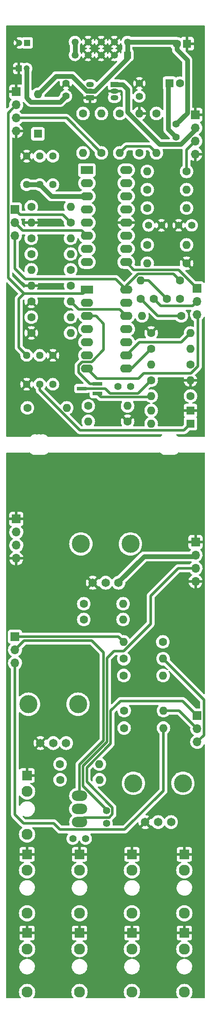
<source format=gbr>
%TF.GenerationSoftware,KiCad,Pcbnew,(6.0.4)*%
%TF.CreationDate,2022-06-07T18:20:14+01:00*%
%TF.ProjectId,panelized-boards,70616e65-6c69-47a6-9564-2d626f617264,rev?*%
%TF.SameCoordinates,Original*%
%TF.FileFunction,Copper,L1,Top*%
%TF.FilePolarity,Positive*%
%FSLAX46Y46*%
G04 Gerber Fmt 4.6, Leading zero omitted, Abs format (unit mm)*
G04 Created by KiCad (PCBNEW (6.0.4)) date 2022-06-07 18:20:14*
%MOMM*%
%LPD*%
G01*
G04 APERTURE LIST*
%TA.AperFunction,ComponentPad*%
%ADD10R,1.600000X1.600000*%
%TD*%
%TA.AperFunction,ComponentPad*%
%ADD11C,1.600000*%
%TD*%
%TA.AperFunction,ComponentPad*%
%ADD12O,1.600000X1.600000*%
%TD*%
%TA.AperFunction,ComponentPad*%
%ADD13R,1.700000X1.700000*%
%TD*%
%TA.AperFunction,ComponentPad*%
%ADD14O,1.700000X1.700000*%
%TD*%
%TA.AperFunction,ComponentPad*%
%ADD15C,1.400000*%
%TD*%
%TA.AperFunction,ComponentPad*%
%ADD16C,1.650000*%
%TD*%
%TA.AperFunction,ComponentPad*%
%ADD17C,3.495000*%
%TD*%
%TA.AperFunction,ComponentPad*%
%ADD18R,1.200000X1.200000*%
%TD*%
%TA.AperFunction,ComponentPad*%
%ADD19C,1.200000*%
%TD*%
%TA.AperFunction,ComponentPad*%
%ADD20R,2.400000X1.600000*%
%TD*%
%TA.AperFunction,ComponentPad*%
%ADD21O,2.400000X1.600000*%
%TD*%
%TA.AperFunction,ComponentPad*%
%ADD22R,1.500000X1.050000*%
%TD*%
%TA.AperFunction,ComponentPad*%
%ADD23O,1.500000X1.050000*%
%TD*%
%TA.AperFunction,ComponentPad*%
%ADD24R,1.930000X1.830000*%
%TD*%
%TA.AperFunction,ComponentPad*%
%ADD25C,2.130000*%
%TD*%
%TA.AperFunction,SMDPad,CuDef*%
%ADD26R,1.900000X0.800000*%
%TD*%
%TA.AperFunction,ComponentPad*%
%ADD27O,3.000000X2.000000*%
%TD*%
%TA.AperFunction,ComponentPad*%
%ADD28R,1.350000X1.350000*%
%TD*%
%TA.AperFunction,ComponentPad*%
%ADD29C,1.350000*%
%TD*%
%TA.AperFunction,ComponentPad*%
%ADD30C,1.440000*%
%TD*%
%TA.AperFunction,Conductor*%
%ADD31C,0.890000*%
%TD*%
%TA.AperFunction,Conductor*%
%ADD32C,0.500000*%
%TD*%
G04 APERTURE END LIST*
D10*
%TO.P,C13,1*%
%TO.N,GND*%
X54480000Y-20057080D03*
D11*
%TO.P,C13,2*%
%TO.N,-12VA*%
X52480000Y-20057080D03*
%TD*%
%TO.P,R2,1*%
%TO.N,-5VA*%
X24271000Y-51555080D03*
D12*
%TO.P,R2,2*%
%TO.N,Net-(R2-Pad2)*%
X31891000Y-51555080D03*
%TD*%
D13*
%TO.P,J16,1,Pin_1*%
%TO.N,GND*%
X56060000Y-33787080D03*
D14*
%TO.P,J16,2,Pin_2*%
%TO.N,+5VA*%
X56060000Y-36327080D03*
%TO.P,J16,3,Pin_3*%
%TO.N,/LINFM_IN*%
X56060000Y-38867080D03*
%TO.P,J16,4,Pin_4*%
%TO.N,GND*%
X56060000Y-41407080D03*
%TD*%
D11*
%TO.P,R38,1*%
%TO.N,/SIN*%
X42193000Y-142133000D03*
D12*
%TO.P,R38,2*%
%TO.N,/SIN_RAW*%
X49813000Y-142133000D03*
%TD*%
D15*
%TO.P,C6,1*%
%TO.N,/SYNC*%
X32303000Y-173636000D03*
%TO.P,C6,2*%
%TO.N,Net-(C6-Pad2)*%
X34803000Y-173636000D03*
%TD*%
D11*
%TO.P,R22,1*%
%TO.N,/SAW_RAW*%
X47500000Y-78993080D03*
D12*
%TO.P,R22,2*%
%TO.N,Net-(C14-Pad1)*%
X55120000Y-78993080D03*
%TD*%
D16*
%TO.P,RV4,1,1*%
%TO.N,GND*%
X26028000Y-155183000D03*
%TO.P,RV4,2,2*%
%TO.N,Net-(R39-Pad1)*%
X28528000Y-155183000D03*
%TO.P,RV4,3,3*%
%TO.N,+5VA*%
X31028000Y-155183000D03*
D17*
%TO.P,RV4,MH1*%
%TO.N,N/C*%
X23728000Y-147683000D03*
%TO.P,RV4,MH2*%
X33328000Y-147683000D03*
%TD*%
D11*
%TO.P,R30,1*%
%TO.N,/PULSE_RAW*%
X53088000Y-65791080D03*
D12*
%TO.P,R30,2*%
%TO.N,Net-(C15-Pad1)*%
X45468000Y-65791080D03*
%TD*%
D11*
%TO.P,R27,1*%
%TO.N,GND*%
X24271000Y-69843080D03*
D12*
%TO.P,R27,2*%
%TO.N,Net-(R25-Pad2)*%
X31891000Y-69843080D03*
%TD*%
D11*
%TO.P,R24,1*%
%TO.N,/LINFM_IN*%
X54358000Y-44721747D03*
D12*
%TO.P,R24,2*%
%TO.N,/LIN_FM*%
X46738000Y-44721747D03*
%TD*%
D11*
%TO.P,R19,1*%
%TO.N,/CV1*%
X29843000Y-159246000D03*
D12*
%TO.P,R19,2*%
%TO.N,/CV_NODE*%
X37463000Y-159246000D03*
%TD*%
D11*
%TO.P,R25,1*%
%TO.N,/PULSE_OUT*%
X31891000Y-63753080D03*
D12*
%TO.P,R25,2*%
%TO.N,Net-(R25-Pad2)*%
X24271000Y-63753080D03*
%TD*%
D15*
%TO.P,C2,1*%
%TO.N,GND*%
X30990000Y-27691080D03*
%TO.P,C2,2*%
%TO.N,-5VA*%
X30990000Y-30191080D03*
%TD*%
D18*
%TO.P,C12,1*%
%TO.N,+5VA*%
X23468600Y-19885080D03*
D19*
%TO.P,C12,2*%
%TO.N,GND*%
X21968600Y-19885080D03*
%TD*%
D20*
%TO.P,U1,1*%
%TO.N,/SIN_RAW*%
X35064000Y-67564080D03*
D21*
%TO.P,U1,2,-*%
%TO.N,Net-(RV7-Pad2)*%
X35064000Y-70104080D03*
%TO.P,U1,3,+*%
%TO.N,Net-(Q1-Pad2)*%
X35064000Y-72644080D03*
%TO.P,U1,4,V+*%
%TO.N,+12VA*%
X35064000Y-75184080D03*
%TO.P,U1,5,+*%
%TO.N,/TRIANGLE_OUT*%
X35064000Y-77724080D03*
%TO.P,U1,6,-*%
%TO.N,Net-(R6-Pad1)*%
X35064000Y-80264080D03*
%TO.P,U1,7*%
%TO.N,/TRI_RAW*%
X35064000Y-82804080D03*
%TO.P,U1,8*%
%TO.N,/SAW_RAW*%
X42684000Y-82804080D03*
%TO.P,U1,9,-*%
%TO.N,Net-(C14-Pad1)*%
X42684000Y-80264080D03*
%TO.P,U1,10,+*%
%TO.N,Net-(R12-Pad2)*%
X42684000Y-77724080D03*
%TO.P,U1,11,V-*%
%TO.N,-12VA*%
X42684000Y-75184080D03*
%TO.P,U1,12,+*%
%TO.N,Net-(R25-Pad2)*%
X42684000Y-72644080D03*
%TO.P,U1,13,-*%
%TO.N,Net-(C15-Pad1)*%
X42684000Y-70104080D03*
%TO.P,U1,14*%
%TO.N,/PULSE_RAW*%
X42684000Y-67564080D03*
%TD*%
D11*
%TO.P,R14,1*%
%TO.N,/SAW*%
X42268000Y-148908000D03*
D12*
%TO.P,R14,2*%
%TO.N,/SAW_RAW*%
X49888000Y-148908000D03*
%TD*%
D22*
%TO.P,U3,1,GND*%
%TO.N,GND*%
X35668000Y-30485080D03*
D23*
%TO.P,U3,2,VI*%
%TO.N,-12VA*%
X35668000Y-29215080D03*
%TO.P,U3,3,VO*%
%TO.N,-5VA*%
X35668000Y-27945080D03*
%TD*%
D11*
%TO.P,R33,1*%
%TO.N,Net-(R33-Pad1)*%
X49763000Y-135633000D03*
D12*
%TO.P,R33,2*%
%TO.N,/PWM_IN*%
X42143000Y-135633000D03*
%TD*%
D11*
%TO.P,R32,1*%
%TO.N,Net-(D3-Pad1)*%
X55120000Y-88137080D03*
D12*
%TO.P,R32,2*%
%TO.N,Net-(Q1-Pad1)*%
X47500000Y-88137080D03*
%TD*%
D10*
%TO.P,D2,1,K*%
%TO.N,-5VA*%
X25548000Y-37469080D03*
D12*
%TO.P,D2,2,A*%
%TO.N,-12VA*%
X25548000Y-29849080D03*
%TD*%
D13*
%TO.P,J18,1,Pin_1*%
%TO.N,/PWM_IN*%
X21084000Y-52075080D03*
D14*
%TO.P,J18,2,Pin_2*%
%TO.N,/HARD_SYNC*%
X21084000Y-54615080D03*
%TO.P,J18,3,Pin_3*%
%TO.N,/PULSE_RAW*%
X21084000Y-57155080D03*
%TD*%
D13*
%TO.P,J20,1,Pin_1*%
%TO.N,/SOFT_SYNC*%
X56390000Y-67321080D03*
D14*
%TO.P,J20,2,Pin_2*%
%TO.N,/SAW_RAW*%
X56390000Y-69861080D03*
%TO.P,J20,3,Pin_3*%
%TO.N,/TRI_RAW*%
X56390000Y-72401080D03*
%TD*%
D11*
%TO.P,R28,1*%
%TO.N,Net-(C15-Pad1)*%
X46738000Y-58933080D03*
D12*
%TO.P,R28,2*%
%TO.N,+12VA*%
X54358000Y-58933080D03*
%TD*%
D11*
%TO.P,R15,1*%
%TO.N,/CV_NODE*%
X37848000Y-41153080D03*
D12*
%TO.P,R15,2*%
%TO.N,+5VA*%
X37848000Y-33533080D03*
%TD*%
D24*
%TO.P,J7,S*%
%TO.N,GND*%
X53933000Y-191903000D03*
D25*
%TO.P,J7,T*%
%TO.N,/PULSE*%
X53933000Y-203303000D03*
%TO.P,J7,TN*%
%TO.N,unconnected-(J7-PadTN)*%
X53933000Y-195003000D03*
%TD*%
D11*
%TO.P,R39,1*%
%TO.N,Net-(R39-Pad1)*%
X34447000Y-131318000D03*
D12*
%TO.P,R39,2*%
%TO.N,/CV_NODE*%
X42067000Y-131318000D03*
%TD*%
D11*
%TO.P,C14,1*%
%TO.N,Net-(C14-Pad1)*%
X45508000Y-69347080D03*
%TO.P,C14,2*%
%TO.N,/SAW_RAW*%
X48008000Y-69347080D03*
%TD*%
%TO.P,R36,1*%
%TO.N,/PULSE_OUT*%
X24271000Y-60699080D03*
D12*
%TO.P,R36,2*%
%TO.N,/PWM_IN*%
X31891000Y-60699080D03*
%TD*%
D11*
%TO.P,R16,1*%
%TO.N,GND*%
X24271000Y-75945080D03*
D12*
%TO.P,R16,2*%
%TO.N,Net-(R12-Pad2)*%
X31891000Y-75945080D03*
%TD*%
D11*
%TO.P,R29,1*%
%TO.N,GND*%
X54358000Y-62489080D03*
D12*
%TO.P,R29,2*%
%TO.N,Net-(C15-Pad1)*%
X46738000Y-62489080D03*
%TD*%
D11*
%TO.P,R35,1*%
%TO.N,/PWM_IN*%
X31891000Y-54609080D03*
D12*
%TO.P,R35,2*%
%TO.N,GND*%
X24271000Y-54609080D03*
%TD*%
D11*
%TO.P,R11,1*%
%TO.N,Net-(R11-Pad1)*%
X34447000Y-128270000D03*
D12*
%TO.P,R11,2*%
%TO.N,/CV_NODE*%
X42067000Y-128270000D03*
%TD*%
D11*
%TO.P,R9,1*%
%TO.N,/TRI_RAW*%
X23509000Y-90423080D03*
D12*
%TO.P,R9,2*%
%TO.N,Net-(R6-Pad1)*%
X31129000Y-90423080D03*
%TD*%
D15*
%TO.P,C3,1*%
%TO.N,+12VA*%
X43560000Y-86295080D03*
%TO.P,C3,2*%
%TO.N,GND*%
X41060000Y-86295080D03*
%TD*%
D11*
%TO.P,R31,1*%
%TO.N,+5VA*%
X24271000Y-57657080D03*
D12*
%TO.P,R31,2*%
%TO.N,/PWM_IN*%
X31891000Y-57657080D03*
%TD*%
D26*
%TO.P,Q1,1*%
%TO.N,Net-(Q1-Pad1)*%
X37060000Y-87635080D03*
%TO.P,Q1,2*%
%TO.N,Net-(Q1-Pad2)*%
X37060000Y-85735080D03*
%TO.P,Q1,3*%
%TO.N,Net-(D1-Pad2)*%
X34060000Y-86685080D03*
%TD*%
D11*
%TO.P,R34,1*%
%TO.N,Net-(Q1-Pad2)*%
X31891000Y-66795080D03*
D12*
%TO.P,R34,2*%
%TO.N,GND*%
X24271000Y-66795080D03*
%TD*%
D11*
%TO.P,R12,1*%
%TO.N,/SAW_OUT*%
X24271000Y-72897080D03*
D12*
%TO.P,R12,2*%
%TO.N,Net-(R12-Pad2)*%
X31891000Y-72897080D03*
%TD*%
D11*
%TO.P,R1,1*%
%TO.N,Net-(R1-Pad1)*%
X34292000Y-33533080D03*
D12*
%TO.P,R1,2*%
%TO.N,Net-(R1-Pad2)*%
X34292000Y-41153080D03*
%TD*%
D10*
%TO.P,C10,1*%
%TO.N,+12VA*%
X51056000Y-27685080D03*
D11*
%TO.P,C10,2*%
%TO.N,GND*%
X53056000Y-27685080D03*
%TD*%
D15*
%TO.P,C4,1*%
%TO.N,Net-(C4-Pad1)*%
X55334000Y-55135747D03*
%TO.P,C4,2*%
%TO.N,GND*%
X52834000Y-55135747D03*
%TD*%
%TO.P,C5,1*%
%TO.N,Net-(C5-Pad1)*%
X45214000Y-30231080D03*
%TO.P,C5,2*%
%TO.N,GND*%
X45214000Y-27731080D03*
%TD*%
D20*
%TO.P,U2,1,SCALE1*%
%TO.N,Net-(R1-Pad2)*%
X35039000Y-44470080D03*
D21*
%TO.P,U2,2,SCALE2*%
%TO.N,Net-(R2-Pad2)*%
X35039000Y-47010080D03*
%TO.P,U2,3,VEE*%
%TO.N,-5VA*%
X35039000Y-49550080D03*
%TO.P,U2,4,VP*%
%TO.N,/PULSE_OUT*%
X35039000Y-52090080D03*
%TO.P,U2,5,VPWM*%
%TO.N,/PWM_IN*%
X35039000Y-54630080D03*
%TO.P,U2,6,VHSI*%
%TO.N,/HARD_SYNC*%
X35039000Y-57170080D03*
%TO.P,U2,7,VHFT*%
%TO.N,Net-(RV2-Pad1)*%
X35039000Y-59710080D03*
%TO.P,U2,8,VSO*%
%TO.N,/SAW_OUT*%
X35039000Y-62250080D03*
%TO.P,U2,9,VSSI*%
%TO.N,/SOFT_SYNC*%
X42659000Y-62250080D03*
%TO.P,U2,10,VTO*%
%TO.N,/TRIANGLE_OUT*%
X42659000Y-59710080D03*
%TO.P,U2,11,CAP*%
%TO.N,Net-(C1-Pad1)*%
X42659000Y-57170080D03*
%TO.P,U2,12,GND*%
%TO.N,GND*%
X42659000Y-54630080D03*
%TO.P,U2,13,VLFI*%
%TO.N,/LIN_FM*%
X42659000Y-52090080D03*
%TO.P,U2,14,VS*%
%TO.N,Net-(R5-Pad1)*%
X42659000Y-49550080D03*
%TO.P,U2,15,VFCI*%
%TO.N,/CV_NODE*%
X42659000Y-47010080D03*
%TO.P,U2,16,VCC*%
%TO.N,+12VA*%
X42659000Y-44470080D03*
%TD*%
D11*
%TO.P,R6,1*%
%TO.N,Net-(R6-Pad1)*%
X35308000Y-90035080D03*
D12*
%TO.P,R6,2*%
%TO.N,+12VA*%
X42928000Y-90035080D03*
%TD*%
D11*
%TO.P,R5,1*%
%TO.N,Net-(R5-Pad1)*%
X45214000Y-41147080D03*
D12*
%TO.P,R5,2*%
%TO.N,GND*%
X45214000Y-33527080D03*
%TD*%
D24*
%TO.P,J1,S*%
%TO.N,GND*%
X33613000Y-191903000D03*
D25*
%TO.P,J1,T*%
%TO.N,/TRI*%
X33613000Y-203303000D03*
%TO.P,J1,TN*%
%TO.N,unconnected-(J1-PadTN)*%
X33613000Y-195003000D03*
%TD*%
D15*
%TO.P,C8,1*%
%TO.N,/LINFM*%
X38853000Y-170733000D03*
%TO.P,C8,2*%
%TO.N,/LINFM_IN*%
X38853000Y-168233000D03*
%TD*%
D11*
%TO.P,R17,1*%
%TO.N,Net-(C14-Pad1)*%
X53342000Y-72649080D03*
D12*
%TO.P,R17,2*%
%TO.N,+12VA*%
X45722000Y-72649080D03*
%TD*%
D11*
%TO.P,R7,1*%
%TO.N,/LIN_FM*%
X46738000Y-51808414D03*
D12*
%TO.P,R7,2*%
%TO.N,Net-(C4-Pad1)*%
X54358000Y-51808414D03*
%TD*%
D22*
%TO.P,U4,1,VO*%
%TO.N,+5VA*%
X40388000Y-27945080D03*
D23*
%TO.P,U4,2,GND*%
%TO.N,GND*%
X40388000Y-29215080D03*
%TO.P,U4,3,VI*%
%TO.N,+12VA*%
X40388000Y-30485080D03*
%TD*%
D10*
%TO.P,D3,1,K*%
%TO.N,Net-(D3-Pad1)*%
X55120000Y-93471080D03*
D12*
%TO.P,D3,2,A*%
%TO.N,Net-(D1-Pad2)*%
X47500000Y-93471080D03*
%TD*%
D24*
%TO.P,J2,S*%
%TO.N,GND*%
X43773000Y-191903000D03*
D25*
%TO.P,J2,T*%
%TO.N,/SAW*%
X43773000Y-203303000D03*
%TO.P,J2,TN*%
%TO.N,unconnected-(J2-PadTN)*%
X43773000Y-195003000D03*
%TD*%
D11*
%TO.P,R18,1*%
%TO.N,Net-(D3-Pad1)*%
X55120000Y-82041080D03*
D12*
%TO.P,R18,2*%
%TO.N,Net-(D1-Pad2)*%
X47500000Y-82041080D03*
%TD*%
D11*
%TO.P,C15,1*%
%TO.N,Net-(C15-Pad1)*%
X50588000Y-69347080D03*
%TO.P,C15,2*%
%TO.N,/PULSE_RAW*%
X53088000Y-69347080D03*
%TD*%
D24*
%TO.P,J4,S*%
%TO.N,GND*%
X23453000Y-161448000D03*
D25*
%TO.P,J4,T*%
%TO.N,/SYNC*%
X23453000Y-172848000D03*
%TO.P,J4,TN*%
%TO.N,unconnected-(J4-PadTN)*%
X23453000Y-164548000D03*
%TD*%
D15*
%TO.P,C11,1*%
%TO.N,+12VA*%
X52326000Y-38105080D03*
%TO.P,C11,2*%
%TO.N,-12VA*%
X52326000Y-35605080D03*
%TD*%
D11*
%TO.P,R13,1*%
%TO.N,Net-(C5-Pad1)*%
X48516000Y-33533080D03*
D12*
%TO.P,R13,2*%
%TO.N,/CV_NODE*%
X48516000Y-41153080D03*
%TD*%
D11*
%TO.P,R8,1*%
%TO.N,GND*%
X42928000Y-93035080D03*
D12*
%TO.P,R8,2*%
%TO.N,Net-(R6-Pad1)*%
X35308000Y-93035080D03*
%TD*%
D27*
%TO.P,S1,1,A*%
%TO.N,/SOFT_SYNC*%
X33613000Y-170468000D03*
%TO.P,S1,2,B*%
%TO.N,Net-(C6-Pad2)*%
X33613000Y-167928000D03*
%TO.P,S1,3,C*%
%TO.N,/HARD_SYNC*%
X33613000Y-165388000D03*
%TD*%
D16*
%TO.P,RV3,1,1*%
%TO.N,GND*%
X36178000Y-124208000D03*
%TO.P,RV3,2,2*%
%TO.N,Net-(R11-Pad1)*%
X38678000Y-124208000D03*
%TO.P,RV3,3,3*%
%TO.N,+5VA*%
X41178000Y-124208000D03*
D17*
%TO.P,RV3,MH1*%
%TO.N,N/C*%
X33878000Y-116708000D03*
%TO.P,RV3,MH2*%
X43478000Y-116708000D03*
%TD*%
D24*
%TO.P,J6,S*%
%TO.N,GND*%
X43773000Y-176688000D03*
D25*
%TO.P,J6,T*%
%TO.N,/LINFM*%
X43773000Y-188088000D03*
%TO.P,J6,TN*%
%TO.N,unconnected-(J6-PadTN)*%
X43773000Y-179788000D03*
%TD*%
D16*
%TO.P,RV5,1,1*%
%TO.N,GND*%
X46353000Y-170458000D03*
%TO.P,RV5,2,2*%
%TO.N,Net-(R33-Pad1)*%
X48853000Y-170458000D03*
%TO.P,RV5,3,3*%
%TO.N,/PWM*%
X51353000Y-170458000D03*
D17*
%TO.P,RV5,MH1*%
%TO.N,N/C*%
X44053000Y-162958000D03*
%TO.P,RV5,MH2*%
X53653000Y-162958000D03*
%TD*%
D11*
%TO.P,R10,1*%
%TO.N,Net-(R10-Pad1)*%
X41404000Y-33533080D03*
D12*
%TO.P,R10,2*%
%TO.N,/CV_NODE*%
X41404000Y-41153080D03*
%TD*%
D24*
%TO.P,J12,S*%
%TO.N,GND*%
X23453000Y-191903000D03*
D25*
%TO.P,J12,T*%
%TO.N,/SIN*%
X23453000Y-203303000D03*
%TO.P,J12,TN*%
%TO.N,unconnected-(J12-PadTN)*%
X23453000Y-195003000D03*
%TD*%
D24*
%TO.P,J8,S*%
%TO.N,GND*%
X53933000Y-176688000D03*
D25*
%TO.P,J8,T*%
%TO.N,/PWM*%
X53933000Y-188088000D03*
%TO.P,J8,TN*%
%TO.N,+5VA*%
X53933000Y-179788000D03*
%TD*%
D11*
%TO.P,R4,1*%
%TO.N,/LIN_FM*%
X46738000Y-48265080D03*
D12*
%TO.P,R4,2*%
%TO.N,+12VA*%
X54358000Y-48265080D03*
%TD*%
D18*
%TO.P,C9,1*%
%TO.N,GND*%
X21873401Y-24835080D03*
D19*
%TO.P,C9,2*%
%TO.N,-5VA*%
X23373401Y-24835080D03*
%TD*%
D11*
%TO.P,R26,1*%
%TO.N,/PULSE*%
X42253000Y-152283000D03*
D12*
%TO.P,R26,2*%
%TO.N,/PULSE_RAW*%
X49873000Y-152283000D03*
%TD*%
D13*
%TO.P,J14,1,Pin_1*%
%TO.N,GND*%
X21338000Y-29341080D03*
D14*
%TO.P,J14,2,Pin_2*%
%TO.N,/SIN_RAW*%
X21338000Y-31881080D03*
%TO.P,J14,3,Pin_3*%
%TO.N,/CV_NODE*%
X21338000Y-34421080D03*
%TO.P,J14,4,Pin_4*%
%TO.N,GND*%
X21338000Y-36961080D03*
%TD*%
D11*
%TO.P,R21,1*%
%TO.N,GND*%
X47500000Y-75945080D03*
D12*
%TO.P,R21,2*%
%TO.N,Net-(C14-Pad1)*%
X55120000Y-75945080D03*
%TD*%
D24*
%TO.P,J3,S*%
%TO.N,GND*%
X23453000Y-176688000D03*
D25*
%TO.P,J3,T*%
%TO.N,/CV1*%
X23453000Y-188088000D03*
%TO.P,J3,TN*%
%TO.N,unconnected-(J3-PadTN)*%
X23453000Y-179788000D03*
%TD*%
D11*
%TO.P,R20,1*%
%TO.N,Net-(D1-Pad2)*%
X47500000Y-85089080D03*
D12*
%TO.P,R20,2*%
%TO.N,GND*%
X55120000Y-85089080D03*
%TD*%
D11*
%TO.P,R23,1*%
%TO.N,/CV2*%
X29853000Y-162283000D03*
D12*
%TO.P,R23,2*%
%TO.N,/CV_NODE*%
X37473000Y-162283000D03*
%TD*%
D11*
%TO.P,R3,1*%
%TO.N,/TRI*%
X42193000Y-138883000D03*
D12*
%TO.P,R3,2*%
%TO.N,/TRI_RAW*%
X49813000Y-138883000D03*
%TD*%
D10*
%TO.P,D1,1,K*%
%TO.N,GND*%
X55120000Y-90931080D03*
D12*
%TO.P,D1,2,A*%
%TO.N,Net-(D1-Pad2)*%
X47500000Y-90931080D03*
%TD*%
D15*
%TO.P,C1,1*%
%TO.N,Net-(C1-Pad1)*%
X46992000Y-55148414D03*
%TO.P,C1,2*%
%TO.N,GND*%
X49492000Y-55148414D03*
%TD*%
D24*
%TO.P,J5,S*%
%TO.N,GND*%
X33613000Y-176688000D03*
D25*
%TO.P,J5,T*%
%TO.N,/CV2*%
X33613000Y-188088000D03*
%TO.P,J5,TN*%
%TO.N,unconnected-(J5-PadTN)*%
X33613000Y-179788000D03*
%TD*%
D13*
%TO.P,J20,1,Pin_1*%
%TO.N,/SOFT_SYNC*%
X56423000Y-149866000D03*
D14*
%TO.P,J20,2,Pin_2*%
%TO.N,/SAW_RAW*%
X56423000Y-152406000D03*
%TO.P,J20,3,Pin_3*%
%TO.N,/TRI_RAW*%
X56423000Y-154946000D03*
%TD*%
D28*
%TO.P,J9,1,Pin_1*%
%TO.N,-12VA*%
X42886000Y-22235080D03*
D29*
%TO.P,J9,2,Pin_2*%
X42886000Y-19695080D03*
%TO.P,J9,3,Pin_3*%
%TO.N,GND*%
X40346000Y-22235080D03*
%TO.P,J9,4,Pin_4*%
X40346000Y-19695080D03*
%TO.P,J9,5,Pin_5*%
X37806000Y-22235080D03*
%TO.P,J9,6,Pin_6*%
X37806000Y-19695080D03*
%TO.P,J9,7,Pin_7*%
X35266000Y-22235080D03*
%TO.P,J9,8,Pin_8*%
X35266000Y-19695080D03*
%TO.P,J9,9,Pin_9*%
%TO.N,+12VA*%
X32726000Y-22235080D03*
%TO.P,J9,10,Pin_10*%
X32726000Y-19695080D03*
%TD*%
D30*
%TO.P,RV6,1,1*%
%TO.N,/TRI_RAW*%
X28448000Y-85851080D03*
%TO.P,RV6,2,2*%
%TO.N,Net-(D3-Pad1)*%
X25908000Y-85851080D03*
%TO.P,RV6,3,3*%
%TO.N,GND*%
X23368000Y-85851080D03*
%TD*%
D13*
%TO.P,J16,1,Pin_1*%
%TO.N,GND*%
X56093000Y-116332000D03*
D14*
%TO.P,J16,2,Pin_2*%
%TO.N,+5VA*%
X56093000Y-118872000D03*
%TO.P,J16,3,Pin_3*%
%TO.N,/LINFM_IN*%
X56093000Y-121412000D03*
%TO.P,J16,4,Pin_4*%
%TO.N,GND*%
X56093000Y-123952000D03*
%TD*%
D30*
%TO.P,RV2,1,1*%
%TO.N,Net-(RV2-Pad1)*%
X28448000Y-41787080D03*
%TO.P,RV2,2,2*%
%TO.N,Net-(R10-Pad1)*%
X25908000Y-41787080D03*
%TO.P,RV2,3,3*%
%TO.N,GND*%
X23368000Y-41787080D03*
%TD*%
%TO.P,RV7,1,1*%
%TO.N,GND*%
X28448000Y-80263080D03*
%TO.P,RV7,2,2*%
%TO.N,Net-(RV7-Pad2)*%
X25908000Y-80263080D03*
%TO.P,RV7,3,3*%
%TO.N,/SIN_RAW*%
X23368000Y-80263080D03*
%TD*%
D13*
%TO.P,J18,1,Pin_1*%
%TO.N,/PWM_IN*%
X21117000Y-134620000D03*
D14*
%TO.P,J18,2,Pin_2*%
%TO.N,/HARD_SYNC*%
X21117000Y-137160000D03*
%TO.P,J18,3,Pin_3*%
%TO.N,/PULSE_RAW*%
X21117000Y-139700000D03*
%TD*%
D30*
%TO.P,RV1,1,1*%
%TO.N,Net-(R1-Pad1)*%
X28446000Y-47285080D03*
%TO.P,RV1,2,2*%
%TO.N,-5VA*%
X25906000Y-47285080D03*
%TO.P,RV1,3,3*%
X23366000Y-47285080D03*
%TD*%
D13*
%TO.P,J14,1,Pin_1*%
%TO.N,GND*%
X21371000Y-111886000D03*
D14*
%TO.P,J14,2,Pin_2*%
%TO.N,/SIN_RAW*%
X21371000Y-114426000D03*
%TO.P,J14,3,Pin_3*%
%TO.N,/CV_NODE*%
X21371000Y-116966000D03*
%TO.P,J14,4,Pin_4*%
%TO.N,GND*%
X21371000Y-119506000D03*
%TD*%
D31*
%TO.N,-5VA*%
X29887489Y-31293591D02*
X24154511Y-31293591D01*
X25906000Y-47285080D02*
X23366000Y-47285080D01*
X24154511Y-31293591D02*
X23373401Y-30512481D01*
X35039000Y-49550080D02*
X28171000Y-49550080D01*
X30990000Y-30191080D02*
X29887489Y-31293591D01*
X28171000Y-49550080D02*
X25906000Y-47285080D01*
X23373401Y-30512481D02*
X23373401Y-24835080D01*
%TO.N,+12VA*%
X32726000Y-19695080D02*
X32726000Y-22235080D01*
X52326000Y-38105080D02*
X50810000Y-36589080D01*
X50810000Y-27931080D02*
X51056000Y-27685080D01*
X50810000Y-36589080D02*
X50810000Y-27931080D01*
%TO.N,-12VA*%
X36553978Y-29215080D02*
X42886000Y-22883058D01*
X42886000Y-22883058D02*
X42886000Y-22235080D01*
X35668000Y-29215080D02*
X36553978Y-29215080D01*
X52480000Y-21188450D02*
X54500511Y-23208961D01*
X54500511Y-23208961D02*
X54500511Y-33430569D01*
X29050511Y-26346569D02*
X32190538Y-26346569D01*
X25548000Y-29849080D02*
X29050511Y-26346569D01*
X52480000Y-20057080D02*
X52480000Y-21188450D01*
X32190538Y-26346569D02*
X35059049Y-29215080D01*
X42886000Y-19695080D02*
X52118000Y-19695080D01*
X54500511Y-33430569D02*
X52326000Y-35605080D01*
X52118000Y-19695080D02*
X52480000Y-20057080D01*
X42886000Y-19695080D02*
X42886000Y-22235080D01*
%TO.N,+5VA*%
X42028000Y-27945080D02*
X40388000Y-27945080D01*
X56390000Y-36327080D02*
X53267489Y-39449591D01*
X41178000Y-124079000D02*
X41178000Y-124208000D01*
X46131000Y-119126000D02*
X41178000Y-124079000D01*
X56175000Y-119126000D02*
X46131000Y-119126000D01*
X53267489Y-39449591D02*
X49093663Y-39449591D01*
X49093663Y-39449591D02*
X42928000Y-33283928D01*
X42928000Y-28845080D02*
X42028000Y-27945080D01*
X42928000Y-33283928D02*
X42928000Y-28845080D01*
X56200989Y-119100011D02*
X56175000Y-119126000D01*
D32*
%TO.N,Net-(C14-Pad1)*%
X55120000Y-75945080D02*
X53321511Y-77743569D01*
X53342000Y-72649080D02*
X48810000Y-72649080D01*
X45204511Y-77743569D02*
X42684000Y-80264080D01*
X53321511Y-77743569D02*
X45204511Y-77743569D01*
X48810000Y-72649080D02*
X45508000Y-69347080D01*
%TO.N,/SAW_RAW*%
X55540000Y-70705080D02*
X49366000Y-70705080D01*
X43689000Y-82804080D02*
X42684000Y-82804080D01*
X56390000Y-69855080D02*
X55540000Y-70705080D01*
X52925000Y-148908000D02*
X56423000Y-152406000D01*
X47500000Y-78993080D02*
X43689000Y-82804080D01*
X49888000Y-148908000D02*
X52925000Y-148908000D01*
X49366000Y-70705080D02*
X48008000Y-69347080D01*
%TO.N,Net-(C15-Pad1)*%
X50588000Y-69347080D02*
X47032000Y-65791080D01*
X47032000Y-65791080D02*
X45468000Y-65791080D01*
%TO.N,/PULSE_RAW*%
X28605000Y-170688000D02*
X22763000Y-170688000D01*
X22763000Y-170688000D02*
X21117000Y-169042000D01*
X49873000Y-164406000D02*
X42361480Y-171917520D01*
X29834520Y-171917520D02*
X28605000Y-170688000D01*
X44933511Y-64541569D02*
X42684000Y-66791080D01*
X42361480Y-171917520D02*
X29834520Y-171917520D01*
X51838489Y-64541569D02*
X44933511Y-64541569D01*
X40651000Y-65531080D02*
X42684000Y-67564080D01*
X21117000Y-169042000D02*
X21117000Y-139706000D01*
X53088000Y-65791080D02*
X51838489Y-64541569D01*
X49873000Y-152283000D02*
X49873000Y-164406000D01*
X21084000Y-63499080D02*
X23116000Y-65531080D01*
X42684000Y-66791080D02*
X42684000Y-67564080D01*
X23116000Y-65531080D02*
X40651000Y-65531080D01*
X21084000Y-57155080D02*
X21084000Y-63499080D01*
%TO.N,Net-(D1-Pad2)*%
X47500000Y-85089080D02*
X44960000Y-87629080D01*
X38620000Y-86685080D02*
X34060000Y-86685080D01*
X39564000Y-87629080D02*
X38620000Y-86685080D01*
X44960000Y-87629080D02*
X39564000Y-87629080D01*
%TO.N,Net-(D3-Pad1)*%
X53870489Y-94720591D02*
X33659435Y-94720591D01*
X25908000Y-86969156D02*
X25908000Y-85851080D01*
X33659435Y-94720591D02*
X25908000Y-86969156D01*
X55120000Y-93471080D02*
X53870489Y-94720591D01*
%TO.N,/SIN_RAW*%
X21846000Y-69341080D02*
X22862000Y-68325080D01*
X34303000Y-68325080D02*
X35064000Y-67564080D01*
X21846000Y-67309080D02*
X22862000Y-68325080D01*
X19784489Y-33434591D02*
X21338000Y-31881080D01*
X23368000Y-80263080D02*
X21846000Y-78741080D01*
X22862000Y-68325080D02*
X34303000Y-68325080D01*
X21846000Y-78741080D02*
X21846000Y-69341080D01*
X19784489Y-65247569D02*
X19784489Y-33434591D01*
X21846000Y-67309080D02*
X19784489Y-65247569D01*
%TO.N,/CV_NODE*%
X42659511Y-39897569D02*
X47260489Y-39897569D01*
X31116000Y-34421080D02*
X37848000Y-41153080D01*
X47260489Y-39897569D02*
X48516000Y-41153080D01*
X41404000Y-41153080D02*
X42659511Y-39897569D01*
X21338000Y-34421080D02*
X31116000Y-34421080D01*
%TO.N,/LINFM_IN*%
X34312520Y-159619750D02*
X38956520Y-154975750D01*
X38956520Y-138746480D02*
X40289000Y-137414000D01*
X47401000Y-132142076D02*
X47401000Y-126746000D01*
X38956520Y-154975750D02*
X38956520Y-138746480D01*
X42129076Y-137414000D02*
X47401000Y-132142076D01*
X34312520Y-163537590D02*
X34312520Y-159619750D01*
X38853000Y-168078070D02*
X34312520Y-163537590D01*
X54358000Y-44721747D02*
X54358000Y-40569080D01*
X40289000Y-137414000D02*
X42129076Y-137414000D01*
X38853000Y-168233000D02*
X38853000Y-168078070D01*
X54358000Y-40569080D02*
X56060000Y-38867080D01*
X52729000Y-121418000D02*
X56423000Y-121418000D01*
X47401000Y-126746000D02*
X52729000Y-121418000D01*
%TO.N,/PWM_IN*%
X22094000Y-53085080D02*
X30367000Y-53085080D01*
X21084000Y-52075080D02*
X22094000Y-53085080D01*
X30367000Y-53085080D02*
X31891000Y-54609080D01*
X41130000Y-134620000D02*
X21123000Y-134620000D01*
X21123000Y-134620000D02*
X21117000Y-134626000D01*
X42143000Y-135633000D02*
X41130000Y-134620000D01*
%TO.N,/HARD_SYNC*%
X33613000Y-159330000D02*
X33613000Y-165388000D01*
X21084000Y-54615080D02*
X22602000Y-56133080D01*
X38257000Y-154686000D02*
X33613000Y-159330000D01*
X38257000Y-137668000D02*
X38257000Y-154686000D01*
X22901000Y-135382000D02*
X35971000Y-135382000D01*
X22602000Y-56133080D02*
X34002000Y-56133080D01*
X34002000Y-56133080D02*
X35039000Y-57170080D01*
X21117000Y-137166000D02*
X22901000Y-135382000D01*
X35971000Y-135382000D02*
X38257000Y-137668000D01*
%TO.N,/SOFT_SYNC*%
X40002511Y-168942489D02*
X39361511Y-169583489D01*
X40002511Y-167682184D02*
X40002511Y-168942489D01*
X39656040Y-148968960D02*
X39656039Y-155265501D01*
X39656039Y-155265501D02*
X35012040Y-159909500D01*
X53623000Y-147066000D02*
X41559000Y-147066000D01*
X39361511Y-169583489D02*
X34497511Y-169583489D01*
X52813511Y-63738591D02*
X44147511Y-63738591D01*
X35012040Y-159909500D02*
X35012040Y-162691713D01*
X34497511Y-169583489D02*
X33613000Y-170468000D01*
X56423000Y-149866000D02*
X53623000Y-147066000D01*
X56390000Y-67315080D02*
X52813511Y-63738591D01*
X44147511Y-63738591D02*
X42659000Y-62250080D01*
X41559000Y-147066000D02*
X39656040Y-148968960D01*
X35012040Y-162691713D02*
X40002511Y-167682184D01*
%TO.N,/TRI_RAW*%
X57722511Y-153646489D02*
X57722511Y-146792511D01*
X56560000Y-82379080D02*
X55172000Y-83767080D01*
X56423000Y-154946000D02*
X57722511Y-153646489D01*
X37007000Y-84747080D02*
X35064000Y-82804080D01*
X56390000Y-72395080D02*
X56560000Y-72565080D01*
X57722511Y-146792511D02*
X49813000Y-138883000D01*
X56560000Y-72565080D02*
X56560000Y-82379080D01*
X46060000Y-83767080D02*
X45080000Y-84747080D01*
X55172000Y-83767080D02*
X46060000Y-83767080D01*
X45080000Y-84747080D02*
X37007000Y-84747080D01*
%TO.N,Net-(Q1-Pad1)*%
X47308480Y-88328600D02*
X37753520Y-88328600D01*
X37753520Y-88328600D02*
X37060000Y-87635080D01*
X47500000Y-88137080D02*
X47308480Y-88328600D01*
%TO.N,Net-(Q1-Pad2)*%
X35610000Y-85735080D02*
X33414480Y-83539560D01*
X33414480Y-82245552D02*
X34146432Y-81513600D01*
X34146432Y-81513600D02*
X35981568Y-81513600D01*
X37060000Y-85735080D02*
X35610000Y-85735080D01*
X35981568Y-81513600D02*
X38310000Y-79185168D01*
X38310000Y-79185168D02*
X38310000Y-74157080D01*
X38310000Y-74157080D02*
X36797000Y-72644080D01*
X36797000Y-72644080D02*
X35064000Y-72644080D01*
X33414480Y-83539560D02*
X33414480Y-82245552D01*
%TO.N,Net-(R25-Pad2)*%
X41434480Y-71394560D02*
X42684000Y-72644080D01*
X33442480Y-71394560D02*
X41434480Y-71394560D01*
X31891000Y-69843080D02*
X33442480Y-71394560D01*
%TD*%
%TA.AperFunction,Conductor*%
%TO.N,GND*%
G36*
X19637012Y-66173227D02*
G01*
X19643595Y-66179356D01*
X21700224Y-68235985D01*
X21734250Y-68298297D01*
X21729185Y-68369112D01*
X21700224Y-68414175D01*
X21357089Y-68757310D01*
X21342677Y-68769696D01*
X21331082Y-68778229D01*
X21331077Y-68778234D01*
X21325182Y-68782572D01*
X21320443Y-68788150D01*
X21320440Y-68788153D01*
X21290965Y-68822848D01*
X21284035Y-68830364D01*
X21278340Y-68836059D01*
X21276060Y-68838941D01*
X21260719Y-68858331D01*
X21257928Y-68861735D01*
X21222746Y-68903147D01*
X21210667Y-68917365D01*
X21207339Y-68923883D01*
X21203975Y-68928926D01*
X21200806Y-68934058D01*
X21196266Y-68939796D01*
X21193167Y-68946427D01*
X21165364Y-69005914D01*
X21163433Y-69009864D01*
X21133561Y-69068365D01*
X21133559Y-69068371D01*
X21130231Y-69074888D01*
X21128492Y-69081994D01*
X21126393Y-69087639D01*
X21124476Y-69093402D01*
X21121378Y-69100030D01*
X21119888Y-69107192D01*
X21119888Y-69107193D01*
X21106514Y-69171492D01*
X21105544Y-69175776D01*
X21088192Y-69246690D01*
X21087500Y-69257844D01*
X21087464Y-69257842D01*
X21087225Y-69261835D01*
X21086851Y-69266027D01*
X21085360Y-69273195D01*
X21085558Y-69280512D01*
X21087454Y-69350601D01*
X21087500Y-69354008D01*
X21087500Y-78674010D01*
X21086067Y-78692960D01*
X21082801Y-78714429D01*
X21083394Y-78721721D01*
X21083394Y-78721724D01*
X21087085Y-78767098D01*
X21087500Y-78777313D01*
X21087500Y-78785373D01*
X21087925Y-78789017D01*
X21090789Y-78813587D01*
X21091222Y-78817962D01*
X21097140Y-78890717D01*
X21099396Y-78897681D01*
X21100587Y-78903640D01*
X21101971Y-78909495D01*
X21102818Y-78916761D01*
X21127735Y-78985407D01*
X21129152Y-78989535D01*
X21148299Y-79048637D01*
X21151649Y-79058979D01*
X21155445Y-79065234D01*
X21157951Y-79070708D01*
X21160670Y-79076138D01*
X21163167Y-79083017D01*
X21167180Y-79089137D01*
X21167180Y-79089138D01*
X21203186Y-79144056D01*
X21205523Y-79147760D01*
X21243405Y-79210187D01*
X21247121Y-79214395D01*
X21247122Y-79214396D01*
X21250803Y-79218564D01*
X21250776Y-79218588D01*
X21253429Y-79221580D01*
X21256132Y-79224813D01*
X21260144Y-79230932D01*
X21265456Y-79235964D01*
X21316383Y-79284208D01*
X21318825Y-79286586D01*
X22106173Y-80073934D01*
X22140199Y-80136246D01*
X22142599Y-80174010D01*
X22140094Y-80202647D01*
X22134807Y-80263080D01*
X22153542Y-80477222D01*
X22154966Y-80482535D01*
X22154966Y-80482537D01*
X22196924Y-80639123D01*
X22209178Y-80684857D01*
X22211500Y-80689837D01*
X22211501Y-80689839D01*
X22277761Y-80831932D01*
X22300024Y-80879676D01*
X22423319Y-81055761D01*
X22575319Y-81207761D01*
X22751403Y-81331056D01*
X22756381Y-81333377D01*
X22756384Y-81333379D01*
X22940231Y-81419108D01*
X22946223Y-81421902D01*
X22951531Y-81423324D01*
X22951533Y-81423325D01*
X23148543Y-81476114D01*
X23148545Y-81476114D01*
X23153858Y-81477538D01*
X23368000Y-81496273D01*
X23582142Y-81477538D01*
X23587455Y-81476114D01*
X23587457Y-81476114D01*
X23784467Y-81423325D01*
X23784469Y-81423324D01*
X23789777Y-81421902D01*
X23795769Y-81419108D01*
X23979616Y-81333379D01*
X23979619Y-81333377D01*
X23984597Y-81331056D01*
X24160681Y-81207761D01*
X24312681Y-81055761D01*
X24435976Y-80879676D01*
X24458240Y-80831932D01*
X24523805Y-80691327D01*
X24570723Y-80638042D01*
X24639000Y-80618581D01*
X24706960Y-80639123D01*
X24752195Y-80691327D01*
X24817761Y-80831932D01*
X24840024Y-80879676D01*
X24963319Y-81055761D01*
X25115319Y-81207761D01*
X25291403Y-81331056D01*
X25296381Y-81333377D01*
X25296384Y-81333379D01*
X25480231Y-81419108D01*
X25486223Y-81421902D01*
X25491531Y-81423324D01*
X25491533Y-81423325D01*
X25688543Y-81476114D01*
X25688545Y-81476114D01*
X25693858Y-81477538D01*
X25908000Y-81496273D01*
X26122142Y-81477538D01*
X26127455Y-81476114D01*
X26127457Y-81476114D01*
X26324467Y-81423325D01*
X26324469Y-81423324D01*
X26329777Y-81421902D01*
X26335769Y-81419108D01*
X26519616Y-81333379D01*
X26519619Y-81333377D01*
X26524597Y-81331056D01*
X26580802Y-81291701D01*
X27783933Y-81291701D01*
X27793227Y-81303715D01*
X27827146Y-81327465D01*
X27836641Y-81332948D01*
X28021413Y-81419108D01*
X28031705Y-81422854D01*
X28228632Y-81475620D01*
X28239425Y-81477523D01*
X28442525Y-81495292D01*
X28453475Y-81495292D01*
X28656575Y-81477523D01*
X28667368Y-81475620D01*
X28864295Y-81422854D01*
X28874587Y-81419108D01*
X29059359Y-81332948D01*
X29068854Y-81327465D01*
X29103607Y-81303131D01*
X29111983Y-81292652D01*
X29104916Y-81279207D01*
X28460811Y-80635101D01*
X28446868Y-80627488D01*
X28445034Y-80627619D01*
X28438420Y-80631870D01*
X27790360Y-81279931D01*
X27783933Y-81291701D01*
X26580802Y-81291701D01*
X26700681Y-81207761D01*
X26852681Y-81055761D01*
X26975976Y-80879676D01*
X26993528Y-80842036D01*
X27064081Y-80690736D01*
X27110999Y-80637451D01*
X27179276Y-80617990D01*
X27247236Y-80638532D01*
X27292471Y-80690736D01*
X27378135Y-80874444D01*
X27383613Y-80883930D01*
X27407949Y-80918687D01*
X27418428Y-80927063D01*
X27431872Y-80919997D01*
X28075979Y-80275891D01*
X28082356Y-80264212D01*
X28812408Y-80264212D01*
X28812539Y-80266046D01*
X28816790Y-80272660D01*
X29464851Y-80920720D01*
X29476621Y-80927147D01*
X29488635Y-80917852D01*
X29512387Y-80883930D01*
X29517865Y-80874444D01*
X29604028Y-80689667D01*
X29607774Y-80679375D01*
X29660540Y-80482448D01*
X29662443Y-80471655D01*
X29680212Y-80268555D01*
X29680212Y-80257605D01*
X29662443Y-80054505D01*
X29660540Y-80043712D01*
X29607774Y-79846785D01*
X29604028Y-79836493D01*
X29517865Y-79651716D01*
X29512387Y-79642230D01*
X29488051Y-79607473D01*
X29477572Y-79599097D01*
X29464128Y-79606163D01*
X28820021Y-80250269D01*
X28812408Y-80264212D01*
X28082356Y-80264212D01*
X28083592Y-80261948D01*
X28083461Y-80260114D01*
X28079210Y-80253500D01*
X27431149Y-79605440D01*
X27419379Y-79599013D01*
X27407365Y-79608308D01*
X27383613Y-79642230D01*
X27378135Y-79651716D01*
X27292471Y-79835424D01*
X27245554Y-79888709D01*
X27177276Y-79908170D01*
X27109317Y-79887628D01*
X27064081Y-79835424D01*
X26978299Y-79651465D01*
X26978297Y-79651462D01*
X26975976Y-79646484D01*
X26852681Y-79470399D01*
X26700681Y-79318399D01*
X26579444Y-79233508D01*
X27784017Y-79233508D01*
X27791083Y-79246952D01*
X28435189Y-79891059D01*
X28449132Y-79898672D01*
X28450966Y-79898541D01*
X28457580Y-79894290D01*
X29105640Y-79246229D01*
X29112067Y-79234459D01*
X29102773Y-79222445D01*
X29068854Y-79198695D01*
X29059359Y-79193212D01*
X28874587Y-79107052D01*
X28864295Y-79103306D01*
X28667368Y-79050540D01*
X28656575Y-79048637D01*
X28453475Y-79030868D01*
X28442525Y-79030868D01*
X28239425Y-79048637D01*
X28228632Y-79050540D01*
X28031705Y-79103306D01*
X28021413Y-79107052D01*
X27836636Y-79193215D01*
X27827150Y-79198693D01*
X27792393Y-79223029D01*
X27784017Y-79233508D01*
X26579444Y-79233508D01*
X26524597Y-79195104D01*
X26519619Y-79192783D01*
X26519616Y-79192781D01*
X26334759Y-79106581D01*
X26334758Y-79106580D01*
X26329777Y-79104258D01*
X26324469Y-79102836D01*
X26324467Y-79102835D01*
X26127457Y-79050046D01*
X26127455Y-79050046D01*
X26122142Y-79048622D01*
X25908000Y-79029887D01*
X25693858Y-79048622D01*
X25688545Y-79050046D01*
X25688543Y-79050046D01*
X25491533Y-79102835D01*
X25491531Y-79102836D01*
X25486223Y-79104258D01*
X25481243Y-79106580D01*
X25481241Y-79106581D01*
X25296385Y-79192781D01*
X25296382Y-79192783D01*
X25291404Y-79195104D01*
X25115319Y-79318399D01*
X24963319Y-79470399D01*
X24840024Y-79646484D01*
X24837703Y-79651462D01*
X24837701Y-79651465D01*
X24752195Y-79834833D01*
X24705277Y-79888118D01*
X24637000Y-79907579D01*
X24569040Y-79887037D01*
X24523805Y-79834833D01*
X24438299Y-79651465D01*
X24438297Y-79651462D01*
X24435976Y-79646484D01*
X24312681Y-79470399D01*
X24160681Y-79318399D01*
X23984597Y-79195104D01*
X23979619Y-79192783D01*
X23979616Y-79192781D01*
X23794759Y-79106581D01*
X23794758Y-79106580D01*
X23789777Y-79104258D01*
X23784469Y-79102836D01*
X23784467Y-79102835D01*
X23587457Y-79050046D01*
X23587455Y-79050046D01*
X23582142Y-79048622D01*
X23368000Y-79029887D01*
X23362525Y-79030366D01*
X23278930Y-79037679D01*
X23209325Y-79023689D01*
X23178854Y-79001253D01*
X22641405Y-78463804D01*
X22607379Y-78401492D01*
X22604500Y-78374709D01*
X22604500Y-77031142D01*
X23549493Y-77031142D01*
X23558789Y-77043157D01*
X23609994Y-77079011D01*
X23619489Y-77084494D01*
X23816947Y-77176570D01*
X23827239Y-77180316D01*
X24037688Y-77236705D01*
X24048481Y-77238608D01*
X24265525Y-77257597D01*
X24276475Y-77257597D01*
X24493519Y-77238608D01*
X24504312Y-77236705D01*
X24714761Y-77180316D01*
X24725053Y-77176570D01*
X24922511Y-77084494D01*
X24932006Y-77079011D01*
X24984048Y-77042571D01*
X24992424Y-77032092D01*
X24985356Y-77018646D01*
X24283812Y-76317102D01*
X24269868Y-76309488D01*
X24268035Y-76309619D01*
X24261420Y-76313870D01*
X23555923Y-77019367D01*
X23549493Y-77031142D01*
X22604500Y-77031142D01*
X22604500Y-75950555D01*
X22958483Y-75950555D01*
X22977472Y-76167599D01*
X22979375Y-76178392D01*
X23035764Y-76388841D01*
X23039510Y-76399133D01*
X23131586Y-76596591D01*
X23137069Y-76606086D01*
X23173509Y-76658128D01*
X23183988Y-76666504D01*
X23197434Y-76659436D01*
X23898978Y-75957892D01*
X23905356Y-75946212D01*
X24635408Y-75946212D01*
X24635539Y-75948045D01*
X24639790Y-75954660D01*
X25345287Y-76660157D01*
X25357062Y-76666587D01*
X25369077Y-76657291D01*
X25404931Y-76606086D01*
X25410414Y-76596591D01*
X25502490Y-76399133D01*
X25506236Y-76388841D01*
X25562625Y-76178392D01*
X25564528Y-76167599D01*
X25583517Y-75950555D01*
X25583517Y-75945080D01*
X30577502Y-75945080D01*
X30597457Y-76173167D01*
X30598881Y-76178480D01*
X30598881Y-76178482D01*
X30637231Y-76321603D01*
X30656716Y-76394323D01*
X30659039Y-76399304D01*
X30659039Y-76399305D01*
X30751151Y-76596842D01*
X30751154Y-76596847D01*
X30753477Y-76601829D01*
X30884802Y-76789380D01*
X31046700Y-76951278D01*
X31051208Y-76954435D01*
X31051211Y-76954437D01*
X31100020Y-76988613D01*
X31234251Y-77082603D01*
X31239233Y-77084926D01*
X31239238Y-77084929D01*
X31428038Y-77172967D01*
X31441757Y-77179364D01*
X31447065Y-77180786D01*
X31447067Y-77180787D01*
X31657598Y-77237199D01*
X31657600Y-77237199D01*
X31662913Y-77238623D01*
X31891000Y-77258578D01*
X32119087Y-77238623D01*
X32124400Y-77237199D01*
X32124402Y-77237199D01*
X32334933Y-77180787D01*
X32334935Y-77180786D01*
X32340243Y-77179364D01*
X32353962Y-77172967D01*
X32542762Y-77084929D01*
X32542767Y-77084926D01*
X32547749Y-77082603D01*
X32681980Y-76988613D01*
X32730789Y-76954437D01*
X32730792Y-76954435D01*
X32735300Y-76951278D01*
X32897198Y-76789380D01*
X33028523Y-76601829D01*
X33030846Y-76596847D01*
X33030849Y-76596842D01*
X33122961Y-76399305D01*
X33122961Y-76399304D01*
X33125284Y-76394323D01*
X33144770Y-76321603D01*
X33183119Y-76178482D01*
X33183119Y-76178480D01*
X33184543Y-76173167D01*
X33204498Y-75945080D01*
X33184543Y-75716993D01*
X33183119Y-75711678D01*
X33126707Y-75501147D01*
X33126706Y-75501145D01*
X33125284Y-75495837D01*
X33088747Y-75417482D01*
X33030849Y-75293318D01*
X33030846Y-75293313D01*
X33028523Y-75288331D01*
X32897198Y-75100780D01*
X32735300Y-74938882D01*
X32730792Y-74935725D01*
X32730789Y-74935723D01*
X32604920Y-74847589D01*
X32547749Y-74807557D01*
X32542767Y-74805234D01*
X32542762Y-74805231D01*
X32345225Y-74713119D01*
X32345224Y-74713119D01*
X32340243Y-74710796D01*
X32334935Y-74709374D01*
X32334933Y-74709373D01*
X32124402Y-74652961D01*
X32124400Y-74652961D01*
X32119087Y-74651537D01*
X31891000Y-74631582D01*
X31662913Y-74651537D01*
X31657600Y-74652961D01*
X31657598Y-74652961D01*
X31447067Y-74709373D01*
X31447065Y-74709374D01*
X31441757Y-74710796D01*
X31436776Y-74713119D01*
X31436775Y-74713119D01*
X31239238Y-74805231D01*
X31239233Y-74805234D01*
X31234251Y-74807557D01*
X31177080Y-74847589D01*
X31051211Y-74935723D01*
X31051208Y-74935725D01*
X31046700Y-74938882D01*
X30884802Y-75100780D01*
X30753477Y-75288331D01*
X30751154Y-75293313D01*
X30751151Y-75293318D01*
X30693253Y-75417482D01*
X30656716Y-75495837D01*
X30655294Y-75501145D01*
X30655293Y-75501147D01*
X30598881Y-75711678D01*
X30597457Y-75716993D01*
X30577502Y-75945080D01*
X25583517Y-75945080D01*
X25583517Y-75939605D01*
X25564528Y-75722561D01*
X25562625Y-75711768D01*
X25506236Y-75501319D01*
X25502490Y-75491027D01*
X25410414Y-75293569D01*
X25404931Y-75284074D01*
X25368491Y-75232032D01*
X25358012Y-75223656D01*
X25344566Y-75230724D01*
X24643022Y-75932268D01*
X24635408Y-75946212D01*
X23905356Y-75946212D01*
X23906592Y-75943948D01*
X23906461Y-75942115D01*
X23902210Y-75935500D01*
X23196713Y-75230003D01*
X23184938Y-75223573D01*
X23172923Y-75232869D01*
X23137069Y-75284074D01*
X23131586Y-75293569D01*
X23039510Y-75491027D01*
X23035764Y-75501319D01*
X22979375Y-75711768D01*
X22977472Y-75722561D01*
X22958483Y-75939605D01*
X22958483Y-75950555D01*
X22604500Y-75950555D01*
X22604500Y-74858068D01*
X23549576Y-74858068D01*
X23556644Y-74871514D01*
X24258188Y-75573058D01*
X24272132Y-75580672D01*
X24273965Y-75580541D01*
X24280580Y-75576290D01*
X24986077Y-74870793D01*
X24992507Y-74859018D01*
X24983211Y-74847003D01*
X24932006Y-74811149D01*
X24922511Y-74805666D01*
X24725053Y-74713590D01*
X24714761Y-74709844D01*
X24504312Y-74653455D01*
X24493519Y-74651552D01*
X24276475Y-74632563D01*
X24265525Y-74632563D01*
X24048481Y-74651552D01*
X24037688Y-74653455D01*
X23827239Y-74709844D01*
X23816947Y-74713590D01*
X23619489Y-74805666D01*
X23609994Y-74811149D01*
X23557952Y-74847589D01*
X23549576Y-74858068D01*
X22604500Y-74858068D01*
X22604500Y-72897080D01*
X22957502Y-72897080D01*
X22977457Y-73125167D01*
X22978881Y-73130480D01*
X22978881Y-73130482D01*
X23027074Y-73310337D01*
X23036716Y-73346323D01*
X23039039Y-73351304D01*
X23039039Y-73351305D01*
X23131151Y-73548842D01*
X23131154Y-73548847D01*
X23133477Y-73553829D01*
X23264802Y-73741380D01*
X23426700Y-73903278D01*
X23431208Y-73906435D01*
X23431211Y-73906437D01*
X23482890Y-73942623D01*
X23614251Y-74034603D01*
X23619233Y-74036926D01*
X23619238Y-74036929D01*
X23799203Y-74120847D01*
X23821757Y-74131364D01*
X23827065Y-74132786D01*
X23827067Y-74132787D01*
X24037598Y-74189199D01*
X24037600Y-74189199D01*
X24042913Y-74190623D01*
X24271000Y-74210578D01*
X24499087Y-74190623D01*
X24504400Y-74189199D01*
X24504402Y-74189199D01*
X24714933Y-74132787D01*
X24714935Y-74132786D01*
X24720243Y-74131364D01*
X24742797Y-74120847D01*
X24922762Y-74036929D01*
X24922767Y-74036926D01*
X24927749Y-74034603D01*
X25059110Y-73942623D01*
X25110789Y-73906437D01*
X25110792Y-73906435D01*
X25115300Y-73903278D01*
X25277198Y-73741380D01*
X25408523Y-73553829D01*
X25410846Y-73548847D01*
X25410849Y-73548842D01*
X25502961Y-73351305D01*
X25502961Y-73351304D01*
X25505284Y-73346323D01*
X25514927Y-73310337D01*
X25563119Y-73130482D01*
X25563119Y-73130480D01*
X25564543Y-73125167D01*
X25584498Y-72897080D01*
X25564543Y-72668993D01*
X25556401Y-72638605D01*
X25506707Y-72453147D01*
X25506706Y-72453145D01*
X25505284Y-72447837D01*
X25495322Y-72426473D01*
X25410849Y-72245318D01*
X25410846Y-72245313D01*
X25408523Y-72240331D01*
X25277198Y-72052780D01*
X25115300Y-71890882D01*
X25110792Y-71887725D01*
X25110789Y-71887723D01*
X24992334Y-71804780D01*
X24927749Y-71759557D01*
X24922767Y-71757234D01*
X24922762Y-71757231D01*
X24725225Y-71665119D01*
X24725224Y-71665119D01*
X24720243Y-71662796D01*
X24714935Y-71661374D01*
X24714933Y-71661373D01*
X24504402Y-71604961D01*
X24504400Y-71604961D01*
X24499087Y-71603537D01*
X24271000Y-71583582D01*
X24042913Y-71603537D01*
X24037600Y-71604961D01*
X24037598Y-71604961D01*
X23827067Y-71661373D01*
X23827065Y-71661374D01*
X23821757Y-71662796D01*
X23816776Y-71665119D01*
X23816775Y-71665119D01*
X23619238Y-71757231D01*
X23619233Y-71757234D01*
X23614251Y-71759557D01*
X23549666Y-71804780D01*
X23431211Y-71887723D01*
X23431208Y-71887725D01*
X23426700Y-71890882D01*
X23264802Y-72052780D01*
X23133477Y-72240331D01*
X23131154Y-72245313D01*
X23131151Y-72245318D01*
X23046678Y-72426473D01*
X23036716Y-72447837D01*
X23035294Y-72453145D01*
X23035293Y-72453147D01*
X22985599Y-72638605D01*
X22977457Y-72668993D01*
X22957502Y-72897080D01*
X22604500Y-72897080D01*
X22604500Y-70929142D01*
X23549493Y-70929142D01*
X23558789Y-70941157D01*
X23609994Y-70977011D01*
X23619489Y-70982494D01*
X23816947Y-71074570D01*
X23827239Y-71078316D01*
X24037688Y-71134705D01*
X24048481Y-71136608D01*
X24265525Y-71155597D01*
X24276475Y-71155597D01*
X24493519Y-71136608D01*
X24504312Y-71134705D01*
X24714761Y-71078316D01*
X24725053Y-71074570D01*
X24922511Y-70982494D01*
X24932006Y-70977011D01*
X24984048Y-70940571D01*
X24992424Y-70930092D01*
X24985356Y-70916646D01*
X24283812Y-70215102D01*
X24269868Y-70207488D01*
X24268035Y-70207619D01*
X24261420Y-70211870D01*
X23555923Y-70917367D01*
X23549493Y-70929142D01*
X22604500Y-70929142D01*
X22604500Y-69707451D01*
X22624502Y-69639330D01*
X22641405Y-69618356D01*
X22767428Y-69492333D01*
X22829740Y-69458307D01*
X22900555Y-69463372D01*
X22957391Y-69505919D01*
X22982202Y-69572439D01*
X22979177Y-69604147D01*
X22980330Y-69604350D01*
X22977472Y-69620561D01*
X22958483Y-69837605D01*
X22958483Y-69848555D01*
X22977472Y-70065599D01*
X22979375Y-70076392D01*
X23035764Y-70286841D01*
X23039510Y-70297133D01*
X23131586Y-70494591D01*
X23137069Y-70504086D01*
X23173509Y-70556128D01*
X23183988Y-70564504D01*
X23197434Y-70557436D01*
X24181905Y-69572965D01*
X24244217Y-69538939D01*
X24315032Y-69544004D01*
X24360095Y-69572965D01*
X25345287Y-70558157D01*
X25357062Y-70564587D01*
X25369077Y-70555291D01*
X25404931Y-70504086D01*
X25410414Y-70494591D01*
X25502490Y-70297133D01*
X25506236Y-70286841D01*
X25562625Y-70076392D01*
X25564528Y-70065599D01*
X25583517Y-69848555D01*
X25583517Y-69837605D01*
X25564528Y-69620561D01*
X25562625Y-69609768D01*
X25506236Y-69399319D01*
X25502490Y-69389027D01*
X25443643Y-69262830D01*
X25432982Y-69192638D01*
X25461962Y-69127826D01*
X25521382Y-69088969D01*
X25557838Y-69083580D01*
X30603610Y-69083580D01*
X30671731Y-69103582D01*
X30718224Y-69157238D01*
X30728328Y-69227512D01*
X30717805Y-69262829D01*
X30675288Y-69354008D01*
X30656716Y-69393837D01*
X30655294Y-69399145D01*
X30655293Y-69399147D01*
X30609597Y-69569687D01*
X30597457Y-69614993D01*
X30577502Y-69843080D01*
X30597457Y-70071167D01*
X30598881Y-70076480D01*
X30598881Y-70076482D01*
X30636025Y-70215102D01*
X30656716Y-70292323D01*
X30659039Y-70297304D01*
X30659039Y-70297305D01*
X30751151Y-70494842D01*
X30751154Y-70494847D01*
X30753477Y-70499829D01*
X30794572Y-70558518D01*
X30881561Y-70682751D01*
X30884802Y-70687380D01*
X31046700Y-70849278D01*
X31051208Y-70852435D01*
X31051211Y-70852437D01*
X31117152Y-70898609D01*
X31234251Y-70980603D01*
X31239233Y-70982926D01*
X31239238Y-70982929D01*
X31435765Y-71074570D01*
X31441757Y-71077364D01*
X31447065Y-71078786D01*
X31447067Y-71078787D01*
X31657598Y-71135199D01*
X31657600Y-71135199D01*
X31662913Y-71136623D01*
X31891000Y-71156578D01*
X31896475Y-71156099D01*
X32053913Y-71142325D01*
X32123518Y-71156314D01*
X32153990Y-71178751D01*
X32414526Y-71439287D01*
X32448552Y-71501599D01*
X32443487Y-71572414D01*
X32400940Y-71629250D01*
X32334420Y-71654061D01*
X32292820Y-71650089D01*
X32124402Y-71604961D01*
X32124400Y-71604961D01*
X32119087Y-71603537D01*
X31891000Y-71583582D01*
X31662913Y-71603537D01*
X31657600Y-71604961D01*
X31657598Y-71604961D01*
X31447067Y-71661373D01*
X31447065Y-71661374D01*
X31441757Y-71662796D01*
X31436776Y-71665119D01*
X31436775Y-71665119D01*
X31239238Y-71757231D01*
X31239233Y-71757234D01*
X31234251Y-71759557D01*
X31169666Y-71804780D01*
X31051211Y-71887723D01*
X31051208Y-71887725D01*
X31046700Y-71890882D01*
X30884802Y-72052780D01*
X30753477Y-72240331D01*
X30751154Y-72245313D01*
X30751151Y-72245318D01*
X30666678Y-72426473D01*
X30656716Y-72447837D01*
X30655294Y-72453145D01*
X30655293Y-72453147D01*
X30605599Y-72638605D01*
X30597457Y-72668993D01*
X30577502Y-72897080D01*
X30597457Y-73125167D01*
X30598881Y-73130480D01*
X30598881Y-73130482D01*
X30647074Y-73310337D01*
X30656716Y-73346323D01*
X30659039Y-73351304D01*
X30659039Y-73351305D01*
X30751151Y-73548842D01*
X30751154Y-73548847D01*
X30753477Y-73553829D01*
X30884802Y-73741380D01*
X31046700Y-73903278D01*
X31051208Y-73906435D01*
X31051211Y-73906437D01*
X31102890Y-73942623D01*
X31234251Y-74034603D01*
X31239233Y-74036926D01*
X31239238Y-74036929D01*
X31419203Y-74120847D01*
X31441757Y-74131364D01*
X31447065Y-74132786D01*
X31447067Y-74132787D01*
X31657598Y-74189199D01*
X31657600Y-74189199D01*
X31662913Y-74190623D01*
X31891000Y-74210578D01*
X32119087Y-74190623D01*
X32124400Y-74189199D01*
X32124402Y-74189199D01*
X32334933Y-74132787D01*
X32334935Y-74132786D01*
X32340243Y-74131364D01*
X32362797Y-74120847D01*
X32542762Y-74036929D01*
X32542767Y-74036926D01*
X32547749Y-74034603D01*
X32679110Y-73942623D01*
X32730789Y-73906437D01*
X32730792Y-73906435D01*
X32735300Y-73903278D01*
X32897198Y-73741380D01*
X33028523Y-73553829D01*
X33030846Y-73548847D01*
X33030849Y-73548842D01*
X33122961Y-73351305D01*
X33122961Y-73351304D01*
X33125284Y-73346323D01*
X33134927Y-73310337D01*
X33183119Y-73130482D01*
X33183119Y-73130480D01*
X33184543Y-73125167D01*
X33185022Y-73119687D01*
X33185978Y-73114268D01*
X33187580Y-73114551D01*
X33210722Y-73055373D01*
X33268222Y-73013729D01*
X33339109Y-73009783D01*
X33400877Y-73044787D01*
X33428559Y-73089006D01*
X33429716Y-73093323D01*
X33432039Y-73098304D01*
X33432039Y-73098305D01*
X33524151Y-73295842D01*
X33524154Y-73295847D01*
X33526477Y-73300829D01*
X33578425Y-73375018D01*
X33602724Y-73409720D01*
X33657802Y-73488380D01*
X33819700Y-73650278D01*
X33824208Y-73653435D01*
X33824211Y-73653437D01*
X33843907Y-73667228D01*
X34007251Y-73781603D01*
X34012233Y-73783926D01*
X34012238Y-73783929D01*
X34046457Y-73799885D01*
X34099742Y-73846802D01*
X34119203Y-73915079D01*
X34098661Y-73983039D01*
X34046457Y-74028275D01*
X34012238Y-74044231D01*
X34012233Y-74044234D01*
X34007251Y-74046557D01*
X33952959Y-74084573D01*
X33824211Y-74174723D01*
X33824208Y-74174725D01*
X33819700Y-74177882D01*
X33657802Y-74339780D01*
X33526477Y-74527331D01*
X33524154Y-74532313D01*
X33524151Y-74532318D01*
X33432039Y-74729855D01*
X33429716Y-74734837D01*
X33428294Y-74740145D01*
X33428293Y-74740147D01*
X33393286Y-74870793D01*
X33370457Y-74955993D01*
X33350502Y-75184080D01*
X33370457Y-75412167D01*
X33371881Y-75417480D01*
X33371881Y-75417482D01*
X33391588Y-75491027D01*
X33429716Y-75633323D01*
X33432039Y-75638304D01*
X33432039Y-75638305D01*
X33524151Y-75835842D01*
X33524154Y-75835847D01*
X33526477Y-75840829D01*
X33657802Y-76028380D01*
X33819700Y-76190278D01*
X33824208Y-76193435D01*
X33824211Y-76193437D01*
X33855285Y-76215195D01*
X34007251Y-76321603D01*
X34012233Y-76323926D01*
X34012238Y-76323929D01*
X34046457Y-76339885D01*
X34099742Y-76386802D01*
X34119203Y-76455079D01*
X34098661Y-76523039D01*
X34046457Y-76568275D01*
X34012238Y-76584231D01*
X34012233Y-76584234D01*
X34007251Y-76586557D01*
X33906233Y-76657291D01*
X33824211Y-76714723D01*
X33824208Y-76714725D01*
X33819700Y-76717882D01*
X33657802Y-76879780D01*
X33654645Y-76884288D01*
X33654643Y-76884291D01*
X33610467Y-76947381D01*
X33526477Y-77067331D01*
X33524154Y-77072313D01*
X33524151Y-77072318D01*
X33432511Y-77268842D01*
X33429716Y-77274837D01*
X33428294Y-77280145D01*
X33428293Y-77280147D01*
X33402295Y-77377171D01*
X33370457Y-77495993D01*
X33350502Y-77724080D01*
X33370457Y-77952167D01*
X33371881Y-77957480D01*
X33371881Y-77957482D01*
X33423140Y-78148780D01*
X33429716Y-78173323D01*
X33432039Y-78178304D01*
X33432039Y-78178305D01*
X33524151Y-78375842D01*
X33524154Y-78375847D01*
X33526477Y-78380829D01*
X33580318Y-78457721D01*
X33640617Y-78543837D01*
X33657802Y-78568380D01*
X33819700Y-78730278D01*
X33824208Y-78733435D01*
X33824211Y-78733437D01*
X33869278Y-78764993D01*
X34007251Y-78861603D01*
X34012233Y-78863926D01*
X34012238Y-78863929D01*
X34046457Y-78879885D01*
X34099742Y-78926802D01*
X34119203Y-78995079D01*
X34098661Y-79063039D01*
X34046457Y-79108275D01*
X34012238Y-79124231D01*
X34012233Y-79124234D01*
X34007251Y-79126557D01*
X33912674Y-79192781D01*
X33824211Y-79254723D01*
X33824208Y-79254725D01*
X33819700Y-79257882D01*
X33657802Y-79419780D01*
X33654645Y-79424288D01*
X33654643Y-79424291D01*
X33635689Y-79451360D01*
X33526477Y-79607331D01*
X33524154Y-79612313D01*
X33524151Y-79612318D01*
X33451119Y-79768938D01*
X33429716Y-79814837D01*
X33428294Y-79820145D01*
X33428293Y-79820147D01*
X33410080Y-79888118D01*
X33370457Y-80035993D01*
X33350502Y-80264080D01*
X33370457Y-80492167D01*
X33371881Y-80497480D01*
X33371881Y-80497482D01*
X33422166Y-80685145D01*
X33429716Y-80713323D01*
X33526477Y-80920829D01*
X33529628Y-80925329D01*
X33529748Y-80925537D01*
X33546484Y-80994533D01*
X33523261Y-81061624D01*
X33509722Y-81077629D01*
X32925569Y-81661782D01*
X32911157Y-81674168D01*
X32899562Y-81682701D01*
X32899557Y-81682706D01*
X32893662Y-81687044D01*
X32888923Y-81692622D01*
X32888920Y-81692625D01*
X32859445Y-81727320D01*
X32852515Y-81734836D01*
X32846820Y-81740531D01*
X32844540Y-81743413D01*
X32829199Y-81762803D01*
X32826408Y-81766207D01*
X32783889Y-81816255D01*
X32779147Y-81821837D01*
X32775819Y-81828353D01*
X32772452Y-81833402D01*
X32769285Y-81838531D01*
X32764746Y-81844268D01*
X32733825Y-81910427D01*
X32731922Y-81914321D01*
X32698711Y-81979360D01*
X32696972Y-81986468D01*
X32694873Y-81992111D01*
X32692956Y-81997874D01*
X32689858Y-82004502D01*
X32688368Y-82011664D01*
X32688368Y-82011665D01*
X32674994Y-82075964D01*
X32674024Y-82080248D01*
X32656672Y-82151162D01*
X32655980Y-82162316D01*
X32655944Y-82162314D01*
X32655705Y-82166307D01*
X32655331Y-82170499D01*
X32653840Y-82177667D01*
X32654038Y-82184984D01*
X32655934Y-82255073D01*
X32655980Y-82258480D01*
X32655980Y-83472490D01*
X32654547Y-83491440D01*
X32651281Y-83512909D01*
X32651874Y-83520201D01*
X32651874Y-83520204D01*
X32655565Y-83565578D01*
X32655980Y-83575793D01*
X32655980Y-83583853D01*
X32656405Y-83587497D01*
X32659269Y-83612067D01*
X32659702Y-83616442D01*
X32665620Y-83689197D01*
X32667876Y-83696161D01*
X32669067Y-83702120D01*
X32670451Y-83707975D01*
X32671298Y-83715241D01*
X32696215Y-83783887D01*
X32697632Y-83788015D01*
X32720129Y-83857459D01*
X32723925Y-83863714D01*
X32726431Y-83869188D01*
X32729150Y-83874618D01*
X32731647Y-83881497D01*
X32735660Y-83887617D01*
X32735660Y-83887618D01*
X32771666Y-83942536D01*
X32774003Y-83946240D01*
X32811885Y-84008667D01*
X32815601Y-84012875D01*
X32815602Y-84012876D01*
X32819283Y-84017044D01*
X32819256Y-84017068D01*
X32821909Y-84020060D01*
X32824612Y-84023293D01*
X32828624Y-84029412D01*
X32833936Y-84034444D01*
X32884863Y-84082688D01*
X32887305Y-84085066D01*
X34363724Y-85561485D01*
X34397750Y-85623797D01*
X34392685Y-85694612D01*
X34350138Y-85751448D01*
X34283618Y-85776259D01*
X34274629Y-85776580D01*
X33061866Y-85776580D01*
X32999684Y-85783335D01*
X32863295Y-85834465D01*
X32746739Y-85921819D01*
X32659385Y-86038375D01*
X32608255Y-86174764D01*
X32601500Y-86236946D01*
X32601500Y-87133214D01*
X32608255Y-87195396D01*
X32659385Y-87331785D01*
X32746739Y-87448341D01*
X32863295Y-87535695D01*
X32999684Y-87586825D01*
X33061866Y-87593580D01*
X35058134Y-87593580D01*
X35120316Y-87586825D01*
X35256705Y-87535695D01*
X35346024Y-87468754D01*
X35412530Y-87443906D01*
X35421589Y-87443580D01*
X35475500Y-87443580D01*
X35543621Y-87463582D01*
X35590114Y-87517238D01*
X35601500Y-87569580D01*
X35601500Y-88083214D01*
X35608255Y-88145396D01*
X35659385Y-88281785D01*
X35746739Y-88398341D01*
X35863295Y-88485695D01*
X35999684Y-88536825D01*
X36061866Y-88543580D01*
X36843629Y-88543580D01*
X36911750Y-88563582D01*
X36932724Y-88580485D01*
X37169750Y-88817511D01*
X37182136Y-88831923D01*
X37190669Y-88843518D01*
X37190674Y-88843523D01*
X37195012Y-88849418D01*
X37200590Y-88854157D01*
X37200593Y-88854160D01*
X37235288Y-88883635D01*
X37242804Y-88890565D01*
X37248499Y-88896260D01*
X37251381Y-88898540D01*
X37270771Y-88913881D01*
X37274175Y-88916672D01*
X37324223Y-88959191D01*
X37329805Y-88963933D01*
X37336321Y-88967261D01*
X37341370Y-88970628D01*
X37346499Y-88973795D01*
X37352236Y-88978334D01*
X37418395Y-89009255D01*
X37422289Y-89011158D01*
X37487328Y-89044369D01*
X37494436Y-89046108D01*
X37500079Y-89048207D01*
X37505842Y-89050124D01*
X37512470Y-89053222D01*
X37519632Y-89054712D01*
X37519633Y-89054712D01*
X37583932Y-89068086D01*
X37588216Y-89069056D01*
X37659130Y-89086408D01*
X37664732Y-89086756D01*
X37664735Y-89086756D01*
X37670284Y-89087100D01*
X37670282Y-89087136D01*
X37674275Y-89087375D01*
X37678467Y-89087749D01*
X37685635Y-89089240D01*
X37763040Y-89087146D01*
X37766448Y-89087100D01*
X41752355Y-89087100D01*
X41820476Y-89107102D01*
X41866969Y-89160758D01*
X41877073Y-89231032D01*
X41855568Y-89285370D01*
X41793637Y-89373817D01*
X41793633Y-89373823D01*
X41790477Y-89378331D01*
X41788154Y-89383313D01*
X41788151Y-89383318D01*
X41698824Y-89574883D01*
X41693716Y-89585837D01*
X41692294Y-89591145D01*
X41692293Y-89591147D01*
X41681185Y-89632602D01*
X41634457Y-89806993D01*
X41614502Y-90035080D01*
X41634457Y-90263167D01*
X41693716Y-90484323D01*
X41696039Y-90489304D01*
X41696039Y-90489305D01*
X41788151Y-90686842D01*
X41788154Y-90686847D01*
X41790477Y-90691829D01*
X41863902Y-90796691D01*
X41916861Y-90872323D01*
X41921802Y-90879380D01*
X42083700Y-91041278D01*
X42088208Y-91044435D01*
X42088211Y-91044437D01*
X42131634Y-91074842D01*
X42271251Y-91172603D01*
X42276233Y-91174926D01*
X42276238Y-91174929D01*
X42464828Y-91262869D01*
X42478757Y-91269364D01*
X42484065Y-91270786D01*
X42484067Y-91270787D01*
X42694598Y-91327199D01*
X42694600Y-91327199D01*
X42699913Y-91328623D01*
X42928000Y-91348578D01*
X43156087Y-91328623D01*
X43161400Y-91327199D01*
X43161402Y-91327199D01*
X43371933Y-91270787D01*
X43371935Y-91270786D01*
X43377243Y-91269364D01*
X43391172Y-91262869D01*
X43579762Y-91174929D01*
X43579767Y-91174926D01*
X43584749Y-91172603D01*
X43724366Y-91074842D01*
X43767789Y-91044437D01*
X43767792Y-91044435D01*
X43772300Y-91041278D01*
X43934198Y-90879380D01*
X43939140Y-90872323D01*
X43992098Y-90796691D01*
X44065523Y-90691829D01*
X44067846Y-90686847D01*
X44067849Y-90686842D01*
X44159961Y-90489305D01*
X44159961Y-90489304D01*
X44162284Y-90484323D01*
X44221543Y-90263167D01*
X44241498Y-90035080D01*
X44221543Y-89806993D01*
X44174815Y-89632602D01*
X44163707Y-89591147D01*
X44163706Y-89591145D01*
X44162284Y-89585837D01*
X44157176Y-89574883D01*
X44067849Y-89383318D01*
X44067846Y-89383313D01*
X44065523Y-89378331D01*
X44062367Y-89373823D01*
X44062363Y-89373817D01*
X44000432Y-89285370D01*
X43977744Y-89218096D01*
X43995029Y-89149236D01*
X44046799Y-89100652D01*
X44103645Y-89087100D01*
X46547332Y-89087100D01*
X46615453Y-89107102D01*
X46636427Y-89124005D01*
X46655700Y-89143278D01*
X46660208Y-89146435D01*
X46660211Y-89146437D01*
X46680664Y-89160758D01*
X46843251Y-89274603D01*
X46848233Y-89276926D01*
X46848238Y-89276929D01*
X47045775Y-89369041D01*
X47050757Y-89371364D01*
X47056065Y-89372786D01*
X47056067Y-89372787D01*
X47203804Y-89412373D01*
X47264427Y-89449325D01*
X47295448Y-89513186D01*
X47287020Y-89583680D01*
X47241817Y-89638427D01*
X47203804Y-89655787D01*
X47056067Y-89695373D01*
X47056065Y-89695374D01*
X47050757Y-89696796D01*
X47045776Y-89699119D01*
X47045775Y-89699119D01*
X46848238Y-89791231D01*
X46848233Y-89791234D01*
X46843251Y-89793557D01*
X46738389Y-89866982D01*
X46660211Y-89921723D01*
X46660208Y-89921725D01*
X46655700Y-89924882D01*
X46493802Y-90086780D01*
X46362477Y-90274331D01*
X46360154Y-90279313D01*
X46360151Y-90279318D01*
X46268039Y-90476855D01*
X46265716Y-90481837D01*
X46264294Y-90487145D01*
X46264293Y-90487147D01*
X46214972Y-90671215D01*
X46206457Y-90702993D01*
X46186502Y-90931080D01*
X46206457Y-91159167D01*
X46207881Y-91164480D01*
X46207881Y-91164482D01*
X46257082Y-91348099D01*
X46265716Y-91380323D01*
X46268039Y-91385304D01*
X46268039Y-91385305D01*
X46360151Y-91582842D01*
X46360154Y-91582847D01*
X46362477Y-91587829D01*
X46435588Y-91692242D01*
X46456468Y-91722061D01*
X46493802Y-91775380D01*
X46655700Y-91937278D01*
X46660208Y-91940435D01*
X46660211Y-91940437D01*
X46690312Y-91961514D01*
X46843251Y-92068603D01*
X46848233Y-92070926D01*
X46848238Y-92070929D01*
X46882457Y-92086885D01*
X46935742Y-92133802D01*
X46955203Y-92202079D01*
X46934661Y-92270039D01*
X46882457Y-92315275D01*
X46848238Y-92331231D01*
X46848233Y-92331234D01*
X46843251Y-92333557D01*
X46772185Y-92383318D01*
X46660211Y-92461723D01*
X46660208Y-92461725D01*
X46655700Y-92464882D01*
X46493802Y-92626780D01*
X46362477Y-92814331D01*
X46360154Y-92819313D01*
X46360151Y-92819318D01*
X46268039Y-93016855D01*
X46265716Y-93021837D01*
X46264294Y-93027145D01*
X46264293Y-93027147D01*
X46260700Y-93040555D01*
X46206457Y-93242993D01*
X46186502Y-93471080D01*
X46206457Y-93699167D01*
X46234408Y-93803479D01*
X46232718Y-93874456D01*
X46192924Y-93933252D01*
X46127660Y-93961200D01*
X46112701Y-93962091D01*
X44117717Y-93962091D01*
X44049596Y-93942089D01*
X44003103Y-93888433D01*
X43992999Y-93818159D01*
X44014504Y-93763821D01*
X44061928Y-93696092D01*
X44067414Y-93686591D01*
X44159490Y-93489133D01*
X44163236Y-93478841D01*
X44219625Y-93268392D01*
X44221528Y-93257599D01*
X44240517Y-93040555D01*
X44240517Y-93029605D01*
X44221528Y-92812561D01*
X44219625Y-92801768D01*
X44163236Y-92591319D01*
X44159490Y-92581027D01*
X44067414Y-92383569D01*
X44061931Y-92374074D01*
X44025491Y-92322032D01*
X44015012Y-92313656D01*
X44001566Y-92320724D01*
X43017095Y-93305195D01*
X42954783Y-93339221D01*
X42883968Y-93334156D01*
X42838905Y-93305195D01*
X41853713Y-92320003D01*
X41841938Y-92313573D01*
X41829923Y-92322869D01*
X41794069Y-92374074D01*
X41788586Y-92383569D01*
X41696510Y-92581027D01*
X41692764Y-92591319D01*
X41636375Y-92801768D01*
X41634472Y-92812561D01*
X41615483Y-93029605D01*
X41615483Y-93040555D01*
X41634472Y-93257599D01*
X41636375Y-93268392D01*
X41692764Y-93478841D01*
X41696510Y-93489133D01*
X41788586Y-93686591D01*
X41794072Y-93696092D01*
X41841496Y-93763821D01*
X41864184Y-93831095D01*
X41846899Y-93899955D01*
X41795129Y-93948539D01*
X41738283Y-93962091D01*
X36498327Y-93962091D01*
X36430206Y-93942089D01*
X36383713Y-93888433D01*
X36373609Y-93818159D01*
X36395114Y-93763820D01*
X36445523Y-93691829D01*
X36447846Y-93686847D01*
X36447849Y-93686842D01*
X36539961Y-93489305D01*
X36539961Y-93489304D01*
X36542284Y-93484323D01*
X36544366Y-93476555D01*
X36600119Y-93268482D01*
X36600119Y-93268480D01*
X36601543Y-93263167D01*
X36621498Y-93035080D01*
X36601543Y-92806993D01*
X36564981Y-92670541D01*
X36543707Y-92591147D01*
X36543706Y-92591145D01*
X36542284Y-92585837D01*
X36534256Y-92568620D01*
X36447849Y-92383318D01*
X36447846Y-92383313D01*
X36445523Y-92378331D01*
X36314198Y-92190780D01*
X36152300Y-92028882D01*
X36147792Y-92025725D01*
X36147789Y-92025723D01*
X36036886Y-91948068D01*
X42206576Y-91948068D01*
X42213644Y-91961514D01*
X42915188Y-92663058D01*
X42929132Y-92670672D01*
X42930965Y-92670541D01*
X42937580Y-92666290D01*
X43643077Y-91960793D01*
X43649507Y-91949018D01*
X43640211Y-91937003D01*
X43589006Y-91901149D01*
X43579511Y-91895666D01*
X43382053Y-91803590D01*
X43371761Y-91799844D01*
X43161312Y-91743455D01*
X43150519Y-91741552D01*
X42933475Y-91722563D01*
X42922525Y-91722563D01*
X42705481Y-91741552D01*
X42694688Y-91743455D01*
X42484239Y-91799844D01*
X42473947Y-91803590D01*
X42276489Y-91895666D01*
X42266994Y-91901149D01*
X42214952Y-91937589D01*
X42206576Y-91948068D01*
X36036886Y-91948068D01*
X36021476Y-91937278D01*
X35964749Y-91897557D01*
X35959767Y-91895234D01*
X35959762Y-91895231D01*
X35762225Y-91803119D01*
X35762224Y-91803119D01*
X35757243Y-91800796D01*
X35751935Y-91799374D01*
X35751933Y-91799373D01*
X35541402Y-91742961D01*
X35541400Y-91742961D01*
X35536087Y-91741537D01*
X35308000Y-91721582D01*
X35079913Y-91741537D01*
X35074600Y-91742961D01*
X35074598Y-91742961D01*
X34864067Y-91799373D01*
X34864065Y-91799374D01*
X34858757Y-91800796D01*
X34853776Y-91803119D01*
X34853775Y-91803119D01*
X34656238Y-91895231D01*
X34656233Y-91895234D01*
X34651251Y-91897557D01*
X34594524Y-91937278D01*
X34468211Y-92025723D01*
X34468208Y-92025725D01*
X34463700Y-92028882D01*
X34301802Y-92190780D01*
X34170477Y-92378331D01*
X34168154Y-92383313D01*
X34168151Y-92383318D01*
X34081744Y-92568620D01*
X34073716Y-92585837D01*
X34072294Y-92591145D01*
X34072293Y-92591147D01*
X34051019Y-92670541D01*
X34014457Y-92806993D01*
X33994502Y-93035080D01*
X34014457Y-93263167D01*
X34015881Y-93268480D01*
X34015881Y-93268482D01*
X34071635Y-93476555D01*
X34073716Y-93484323D01*
X34076039Y-93489304D01*
X34076039Y-93489305D01*
X34168151Y-93686842D01*
X34168154Y-93686847D01*
X34170477Y-93691829D01*
X34220886Y-93763820D01*
X34243574Y-93831094D01*
X34226289Y-93899954D01*
X34174520Y-93948539D01*
X34117673Y-93962091D01*
X34025806Y-93962091D01*
X33957685Y-93942089D01*
X33936711Y-93925186D01*
X31766079Y-91754554D01*
X31732053Y-91692242D01*
X31737118Y-91621427D01*
X31779665Y-91564591D01*
X31785618Y-91560664D01*
X31785749Y-91560603D01*
X31845437Y-91518809D01*
X31968789Y-91432437D01*
X31968792Y-91432435D01*
X31973300Y-91429278D01*
X32135198Y-91267380D01*
X32266523Y-91079829D01*
X32268846Y-91074847D01*
X32268849Y-91074842D01*
X32360961Y-90877305D01*
X32360961Y-90877304D01*
X32363284Y-90872323D01*
X32422543Y-90651167D01*
X32442498Y-90423080D01*
X32422543Y-90194993D01*
X32393547Y-90086780D01*
X32379694Y-90035080D01*
X33994502Y-90035080D01*
X34014457Y-90263167D01*
X34073716Y-90484323D01*
X34076039Y-90489304D01*
X34076039Y-90489305D01*
X34168151Y-90686842D01*
X34168154Y-90686847D01*
X34170477Y-90691829D01*
X34243902Y-90796691D01*
X34296861Y-90872323D01*
X34301802Y-90879380D01*
X34463700Y-91041278D01*
X34468208Y-91044435D01*
X34468211Y-91044437D01*
X34511634Y-91074842D01*
X34651251Y-91172603D01*
X34656233Y-91174926D01*
X34656238Y-91174929D01*
X34844828Y-91262869D01*
X34858757Y-91269364D01*
X34864065Y-91270786D01*
X34864067Y-91270787D01*
X35074598Y-91327199D01*
X35074600Y-91327199D01*
X35079913Y-91328623D01*
X35308000Y-91348578D01*
X35536087Y-91328623D01*
X35541400Y-91327199D01*
X35541402Y-91327199D01*
X35751933Y-91270787D01*
X35751935Y-91270786D01*
X35757243Y-91269364D01*
X35771172Y-91262869D01*
X35959762Y-91174929D01*
X35959767Y-91174926D01*
X35964749Y-91172603D01*
X36104366Y-91074842D01*
X36147789Y-91044437D01*
X36147792Y-91044435D01*
X36152300Y-91041278D01*
X36314198Y-90879380D01*
X36319140Y-90872323D01*
X36372098Y-90796691D01*
X36445523Y-90691829D01*
X36447846Y-90686847D01*
X36447849Y-90686842D01*
X36539961Y-90489305D01*
X36539961Y-90489304D01*
X36542284Y-90484323D01*
X36601543Y-90263167D01*
X36621498Y-90035080D01*
X36601543Y-89806993D01*
X36554815Y-89632602D01*
X36543707Y-89591147D01*
X36543706Y-89591145D01*
X36542284Y-89585837D01*
X36537176Y-89574883D01*
X36447849Y-89383318D01*
X36447846Y-89383313D01*
X36445523Y-89378331D01*
X36314198Y-89190780D01*
X36152300Y-89028882D01*
X36147792Y-89025725D01*
X36147789Y-89025723D01*
X36052771Y-88959191D01*
X35964749Y-88897557D01*
X35959767Y-88895234D01*
X35959762Y-88895231D01*
X35762225Y-88803119D01*
X35762224Y-88803119D01*
X35757243Y-88800796D01*
X35751935Y-88799374D01*
X35751933Y-88799373D01*
X35541402Y-88742961D01*
X35541400Y-88742961D01*
X35536087Y-88741537D01*
X35308000Y-88721582D01*
X35079913Y-88741537D01*
X35074600Y-88742961D01*
X35074598Y-88742961D01*
X34864067Y-88799373D01*
X34864065Y-88799374D01*
X34858757Y-88800796D01*
X34853776Y-88803119D01*
X34853775Y-88803119D01*
X34656238Y-88895231D01*
X34656233Y-88895234D01*
X34651251Y-88897557D01*
X34563229Y-88959191D01*
X34468211Y-89025723D01*
X34468208Y-89025725D01*
X34463700Y-89028882D01*
X34301802Y-89190780D01*
X34170477Y-89378331D01*
X34168154Y-89383313D01*
X34168151Y-89383318D01*
X34078824Y-89574883D01*
X34073716Y-89585837D01*
X34072294Y-89591145D01*
X34072293Y-89591147D01*
X34061185Y-89632602D01*
X34014457Y-89806993D01*
X33994502Y-90035080D01*
X32379694Y-90035080D01*
X32364707Y-89979147D01*
X32364706Y-89979145D01*
X32363284Y-89973837D01*
X32334458Y-89912018D01*
X32268849Y-89771318D01*
X32268846Y-89771313D01*
X32266523Y-89766331D01*
X32189119Y-89655787D01*
X32138357Y-89583291D01*
X32138355Y-89583288D01*
X32135198Y-89578780D01*
X31973300Y-89416882D01*
X31968792Y-89413725D01*
X31968789Y-89413723D01*
X31890611Y-89358982D01*
X31785749Y-89285557D01*
X31780767Y-89283234D01*
X31780762Y-89283231D01*
X31583225Y-89191119D01*
X31583224Y-89191119D01*
X31578243Y-89188796D01*
X31572935Y-89187374D01*
X31572933Y-89187373D01*
X31362402Y-89130961D01*
X31362400Y-89130961D01*
X31357087Y-89129537D01*
X31129000Y-89109582D01*
X30900913Y-89129537D01*
X30895600Y-89130961D01*
X30895598Y-89130961D01*
X30685067Y-89187373D01*
X30685065Y-89187374D01*
X30679757Y-89188796D01*
X30674776Y-89191119D01*
X30674775Y-89191119D01*
X30477238Y-89283231D01*
X30477233Y-89283234D01*
X30472251Y-89285557D01*
X30367389Y-89358982D01*
X30289211Y-89413723D01*
X30289208Y-89413725D01*
X30284700Y-89416882D01*
X30122802Y-89578780D01*
X30119645Y-89583288D01*
X30119643Y-89583291D01*
X30068881Y-89655787D01*
X29991477Y-89766331D01*
X29990049Y-89765331D01*
X29944362Y-89808897D01*
X29874649Y-89822336D01*
X29808737Y-89795952D01*
X29797526Y-89786001D01*
X26843079Y-86831554D01*
X26809053Y-86769242D01*
X26814118Y-86698427D01*
X26843079Y-86653364D01*
X26848787Y-86647656D01*
X26848792Y-86647650D01*
X26852681Y-86643761D01*
X26855841Y-86639249D01*
X26904028Y-86570429D01*
X26975976Y-86467676D01*
X26978921Y-86461362D01*
X27063805Y-86279327D01*
X27110723Y-86226042D01*
X27179000Y-86206581D01*
X27246960Y-86227123D01*
X27292195Y-86279327D01*
X27377080Y-86461362D01*
X27380024Y-86467676D01*
X27503319Y-86643761D01*
X27655319Y-86795761D01*
X27831403Y-86919056D01*
X27836381Y-86921377D01*
X27836384Y-86921379D01*
X27999050Y-86997231D01*
X28026223Y-87009902D01*
X28031531Y-87011324D01*
X28031533Y-87011325D01*
X28228543Y-87064114D01*
X28228545Y-87064114D01*
X28233858Y-87065538D01*
X28448000Y-87084273D01*
X28662142Y-87065538D01*
X28667455Y-87064114D01*
X28667457Y-87064114D01*
X28864467Y-87011325D01*
X28864469Y-87011324D01*
X28869777Y-87009902D01*
X28896950Y-86997231D01*
X29059616Y-86921379D01*
X29059619Y-86921377D01*
X29064597Y-86919056D01*
X29240681Y-86795761D01*
X29392681Y-86643761D01*
X29515976Y-86467676D01*
X29518921Y-86461362D01*
X29604499Y-86277839D01*
X29604500Y-86277837D01*
X29606822Y-86272857D01*
X29616445Y-86236946D01*
X29661034Y-86070537D01*
X29661034Y-86070535D01*
X29662458Y-86065222D01*
X29681193Y-85851080D01*
X29662458Y-85636938D01*
X29659419Y-85625595D01*
X29608245Y-85434613D01*
X29608244Y-85434611D01*
X29606822Y-85429303D01*
X29575063Y-85361195D01*
X29518299Y-85239465D01*
X29518297Y-85239462D01*
X29515976Y-85234484D01*
X29392681Y-85058399D01*
X29240681Y-84906399D01*
X29064597Y-84783104D01*
X29059619Y-84780783D01*
X29059616Y-84780781D01*
X28874759Y-84694581D01*
X28874758Y-84694580D01*
X28869777Y-84692258D01*
X28864469Y-84690836D01*
X28864467Y-84690835D01*
X28667457Y-84638046D01*
X28667455Y-84638046D01*
X28662142Y-84636622D01*
X28448000Y-84617887D01*
X28233858Y-84636622D01*
X28228545Y-84638046D01*
X28228543Y-84638046D01*
X28031533Y-84690835D01*
X28031531Y-84690836D01*
X28026223Y-84692258D01*
X28021243Y-84694580D01*
X28021241Y-84694581D01*
X27836385Y-84780781D01*
X27836382Y-84780783D01*
X27831404Y-84783104D01*
X27655319Y-84906399D01*
X27503319Y-85058399D01*
X27380024Y-85234484D01*
X27377703Y-85239462D01*
X27377701Y-85239465D01*
X27292195Y-85422833D01*
X27245277Y-85476118D01*
X27177000Y-85495579D01*
X27109040Y-85475037D01*
X27063805Y-85422833D01*
X26978299Y-85239465D01*
X26978297Y-85239462D01*
X26975976Y-85234484D01*
X26852681Y-85058399D01*
X26700681Y-84906399D01*
X26524597Y-84783104D01*
X26519619Y-84780783D01*
X26519616Y-84780781D01*
X26334759Y-84694581D01*
X26334758Y-84694580D01*
X26329777Y-84692258D01*
X26324469Y-84690836D01*
X26324467Y-84690835D01*
X26127457Y-84638046D01*
X26127455Y-84638046D01*
X26122142Y-84636622D01*
X25908000Y-84617887D01*
X25693858Y-84636622D01*
X25688545Y-84638046D01*
X25688543Y-84638046D01*
X25491533Y-84690835D01*
X25491531Y-84690836D01*
X25486223Y-84692258D01*
X25481243Y-84694580D01*
X25481241Y-84694581D01*
X25296385Y-84780781D01*
X25296382Y-84780783D01*
X25291404Y-84783104D01*
X25115319Y-84906399D01*
X24963319Y-85058399D01*
X24840024Y-85234484D01*
X24837703Y-85239462D01*
X24837701Y-85239465D01*
X24751919Y-85423424D01*
X24705001Y-85476709D01*
X24636724Y-85496170D01*
X24568764Y-85475628D01*
X24523529Y-85423424D01*
X24437865Y-85239716D01*
X24432387Y-85230230D01*
X24408051Y-85195473D01*
X24397572Y-85187097D01*
X24384128Y-85194163D01*
X23740021Y-85838269D01*
X23732408Y-85852212D01*
X23732539Y-85854046D01*
X23736790Y-85860660D01*
X24384851Y-86508720D01*
X24396621Y-86515147D01*
X24408635Y-86505852D01*
X24432387Y-86471930D01*
X24437865Y-86462444D01*
X24523529Y-86278736D01*
X24570446Y-86225451D01*
X24638724Y-86205990D01*
X24706683Y-86226532D01*
X24751919Y-86278736D01*
X24837584Y-86462444D01*
X24840024Y-86467676D01*
X24963319Y-86643761D01*
X25112595Y-86793037D01*
X25146621Y-86855349D01*
X25149500Y-86882132D01*
X25149500Y-86902086D01*
X25148067Y-86921036D01*
X25144801Y-86942505D01*
X25145394Y-86949797D01*
X25145394Y-86949800D01*
X25149085Y-86995174D01*
X25149500Y-87005389D01*
X25149500Y-87013449D01*
X25149925Y-87017093D01*
X25152789Y-87041663D01*
X25153222Y-87046038D01*
X25159140Y-87118793D01*
X25161396Y-87125757D01*
X25162587Y-87131716D01*
X25163971Y-87137571D01*
X25164818Y-87144837D01*
X25189735Y-87213483D01*
X25191152Y-87217611D01*
X25213649Y-87287055D01*
X25217445Y-87293310D01*
X25219951Y-87298784D01*
X25222670Y-87304214D01*
X25225167Y-87311093D01*
X25229180Y-87317213D01*
X25229180Y-87317214D01*
X25265186Y-87372132D01*
X25267523Y-87375836D01*
X25305405Y-87438263D01*
X25309121Y-87442471D01*
X25309122Y-87442472D01*
X25312803Y-87446640D01*
X25312776Y-87446664D01*
X25315429Y-87449656D01*
X25318132Y-87452889D01*
X25322144Y-87459008D01*
X25327456Y-87464040D01*
X25378383Y-87512284D01*
X25380825Y-87514662D01*
X33075665Y-95209502D01*
X33088051Y-95223914D01*
X33096584Y-95235509D01*
X33096589Y-95235514D01*
X33100927Y-95241409D01*
X33106505Y-95246148D01*
X33106508Y-95246151D01*
X33141203Y-95275626D01*
X33148719Y-95282556D01*
X33154415Y-95288252D01*
X33157276Y-95290515D01*
X33157281Y-95290520D01*
X33176701Y-95305884D01*
X33180102Y-95308673D01*
X33235720Y-95355924D01*
X33242240Y-95359253D01*
X33247287Y-95362619D01*
X33252411Y-95365784D01*
X33258152Y-95370326D01*
X33264783Y-95373425D01*
X33264786Y-95373427D01*
X33312158Y-95395567D01*
X33320384Y-95399411D01*
X33324265Y-95401225D01*
X33328211Y-95403153D01*
X33393243Y-95436360D01*
X33400349Y-95438099D01*
X33405999Y-95440200D01*
X33411756Y-95442115D01*
X33418385Y-95445213D01*
X33489870Y-95460082D01*
X33494136Y-95461048D01*
X33565045Y-95478399D01*
X33570647Y-95478747D01*
X33570650Y-95478747D01*
X33576199Y-95479091D01*
X33576197Y-95479126D01*
X33580169Y-95479366D01*
X33584390Y-95479743D01*
X33591550Y-95481232D01*
X33668977Y-95479137D01*
X33672385Y-95479091D01*
X49512126Y-95479091D01*
X49580247Y-95499093D01*
X49626740Y-95552749D01*
X49636844Y-95623023D01*
X49607350Y-95687603D01*
X49585654Y-95707413D01*
X49429595Y-95819552D01*
X49274251Y-95979854D01*
X49272974Y-95978616D01*
X49221194Y-96014389D01*
X49171797Y-96020356D01*
X49107797Y-96015319D01*
X49033707Y-96009488D01*
X49022684Y-96008129D01*
X49017356Y-96007232D01*
X49017351Y-96007232D01*
X49012552Y-96006424D01*
X49006059Y-96006345D01*
X49004860Y-96006330D01*
X49004857Y-96006330D01*
X49000000Y-96006271D01*
X48975679Y-96009754D01*
X48972376Y-96010227D01*
X48954514Y-96011500D01*
X27803250Y-96011500D01*
X27782345Y-96009754D01*
X27767344Y-96007230D01*
X27767341Y-96007230D01*
X27762552Y-96006424D01*
X27756475Y-96006350D01*
X27754865Y-96006330D01*
X27754861Y-96006330D01*
X27750000Y-96006271D01*
X27745182Y-96006961D01*
X27745135Y-96006964D01*
X27737259Y-96007838D01*
X27573694Y-96020711D01*
X27504215Y-96006115D01*
X27463846Y-95971802D01*
X27427629Y-95924602D01*
X27424210Y-95920146D01*
X27259107Y-95769914D01*
X27070010Y-95651293D01*
X26913009Y-95588179D01*
X26868097Y-95570125D01*
X26868095Y-95570124D01*
X26862895Y-95568034D01*
X26857407Y-95566897D01*
X26857402Y-95566896D01*
X26692845Y-95532818D01*
X26644310Y-95522767D01*
X26639697Y-95522501D01*
X26589474Y-95519605D01*
X26589470Y-95519605D01*
X26587651Y-95519500D01*
X26443370Y-95519500D01*
X26440583Y-95519749D01*
X26440577Y-95519749D01*
X26371003Y-95525959D01*
X26277661Y-95534289D01*
X26210183Y-95552749D01*
X26165645Y-95564933D01*
X26106846Y-95566781D01*
X25947538Y-95533790D01*
X25894310Y-95522767D01*
X25889697Y-95522501D01*
X25839474Y-95519605D01*
X25839470Y-95519605D01*
X25837651Y-95519500D01*
X25693370Y-95519500D01*
X25690583Y-95519749D01*
X25690577Y-95519749D01*
X25621003Y-95525959D01*
X25527661Y-95534289D01*
X25460183Y-95552749D01*
X25415645Y-95564933D01*
X25356846Y-95566781D01*
X25197538Y-95533790D01*
X25144310Y-95522767D01*
X25139697Y-95522501D01*
X25089474Y-95519605D01*
X25089470Y-95519605D01*
X25087651Y-95519500D01*
X24943370Y-95519500D01*
X24940583Y-95519749D01*
X24940577Y-95519749D01*
X24871003Y-95525959D01*
X24777661Y-95534289D01*
X24772247Y-95535770D01*
X24772242Y-95535771D01*
X24665646Y-95564933D01*
X24562349Y-95593192D01*
X24557291Y-95595604D01*
X24557287Y-95595606D01*
X24499807Y-95623023D01*
X24360871Y-95689292D01*
X24179595Y-95819552D01*
X24024251Y-95979854D01*
X24022974Y-95978616D01*
X23971194Y-96014389D01*
X23921797Y-96020356D01*
X23857797Y-96015319D01*
X23783707Y-96009488D01*
X23772684Y-96008129D01*
X23767356Y-96007232D01*
X23767351Y-96007232D01*
X23762552Y-96006424D01*
X23756059Y-96006345D01*
X23754860Y-96006330D01*
X23754857Y-96006330D01*
X23750000Y-96006271D01*
X23725679Y-96009754D01*
X23722376Y-96010227D01*
X23704514Y-96011500D01*
X19554500Y-96011500D01*
X19486379Y-95991498D01*
X19439886Y-95937842D01*
X19428500Y-95885500D01*
X19428500Y-90423080D01*
X22195502Y-90423080D01*
X22215457Y-90651167D01*
X22274716Y-90872323D01*
X22277039Y-90877304D01*
X22277039Y-90877305D01*
X22369151Y-91074842D01*
X22369154Y-91074847D01*
X22371477Y-91079829D01*
X22502802Y-91267380D01*
X22664700Y-91429278D01*
X22669208Y-91432435D01*
X22669211Y-91432437D01*
X22747389Y-91487178D01*
X22852251Y-91560603D01*
X22857233Y-91562926D01*
X22857238Y-91562929D01*
X23054775Y-91655041D01*
X23059757Y-91657364D01*
X23065065Y-91658786D01*
X23065067Y-91658787D01*
X23275598Y-91715199D01*
X23275600Y-91715199D01*
X23280913Y-91716623D01*
X23509000Y-91736578D01*
X23737087Y-91716623D01*
X23742400Y-91715199D01*
X23742402Y-91715199D01*
X23952933Y-91658787D01*
X23952935Y-91658786D01*
X23958243Y-91657364D01*
X23963225Y-91655041D01*
X24160762Y-91562929D01*
X24160767Y-91562926D01*
X24165749Y-91560603D01*
X24270611Y-91487178D01*
X24348789Y-91432437D01*
X24348792Y-91432435D01*
X24353300Y-91429278D01*
X24515198Y-91267380D01*
X24646523Y-91079829D01*
X24648846Y-91074847D01*
X24648849Y-91074842D01*
X24740961Y-90877305D01*
X24740961Y-90877304D01*
X24743284Y-90872323D01*
X24802543Y-90651167D01*
X24822498Y-90423080D01*
X24802543Y-90194993D01*
X24773547Y-90086780D01*
X24744707Y-89979147D01*
X24744706Y-89979145D01*
X24743284Y-89973837D01*
X24714458Y-89912018D01*
X24648849Y-89771318D01*
X24648846Y-89771313D01*
X24646523Y-89766331D01*
X24569119Y-89655787D01*
X24518357Y-89583291D01*
X24518355Y-89583288D01*
X24515198Y-89578780D01*
X24353300Y-89416882D01*
X24348792Y-89413725D01*
X24348789Y-89413723D01*
X24270611Y-89358982D01*
X24165749Y-89285557D01*
X24160767Y-89283234D01*
X24160762Y-89283231D01*
X23963225Y-89191119D01*
X23963224Y-89191119D01*
X23958243Y-89188796D01*
X23952935Y-89187374D01*
X23952933Y-89187373D01*
X23742402Y-89130961D01*
X23742400Y-89130961D01*
X23737087Y-89129537D01*
X23509000Y-89109582D01*
X23280913Y-89129537D01*
X23275600Y-89130961D01*
X23275598Y-89130961D01*
X23065067Y-89187373D01*
X23065065Y-89187374D01*
X23059757Y-89188796D01*
X23054776Y-89191119D01*
X23054775Y-89191119D01*
X22857238Y-89283231D01*
X22857233Y-89283234D01*
X22852251Y-89285557D01*
X22747389Y-89358982D01*
X22669211Y-89413723D01*
X22669208Y-89413725D01*
X22664700Y-89416882D01*
X22502802Y-89578780D01*
X22499645Y-89583288D01*
X22499643Y-89583291D01*
X22448881Y-89655787D01*
X22371477Y-89766331D01*
X22369154Y-89771313D01*
X22369151Y-89771318D01*
X22303542Y-89912018D01*
X22274716Y-89973837D01*
X22273294Y-89979145D01*
X22273293Y-89979147D01*
X22244453Y-90086780D01*
X22215457Y-90194993D01*
X22195502Y-90423080D01*
X19428500Y-90423080D01*
X19428500Y-86879701D01*
X22703933Y-86879701D01*
X22713227Y-86891715D01*
X22747146Y-86915465D01*
X22756641Y-86920948D01*
X22941413Y-87007108D01*
X22951705Y-87010854D01*
X23148632Y-87063620D01*
X23159425Y-87065523D01*
X23362525Y-87083292D01*
X23373475Y-87083292D01*
X23576575Y-87065523D01*
X23587368Y-87063620D01*
X23784295Y-87010854D01*
X23794587Y-87007108D01*
X23979359Y-86920948D01*
X23988854Y-86915465D01*
X24023607Y-86891131D01*
X24031983Y-86880652D01*
X24024916Y-86867207D01*
X23380811Y-86223101D01*
X23366868Y-86215488D01*
X23365034Y-86215619D01*
X23358420Y-86219870D01*
X22710360Y-86867931D01*
X22703933Y-86879701D01*
X19428500Y-86879701D01*
X19428500Y-85856555D01*
X22135788Y-85856555D01*
X22153557Y-86059655D01*
X22155460Y-86070448D01*
X22208226Y-86267375D01*
X22211972Y-86277667D01*
X22298135Y-86462444D01*
X22303613Y-86471930D01*
X22327949Y-86506687D01*
X22338428Y-86515063D01*
X22351872Y-86507997D01*
X22995979Y-85863891D01*
X23003592Y-85849948D01*
X23003461Y-85848114D01*
X22999210Y-85841500D01*
X22351149Y-85193440D01*
X22339379Y-85187013D01*
X22327365Y-85196308D01*
X22303613Y-85230230D01*
X22298135Y-85239716D01*
X22211972Y-85424493D01*
X22208226Y-85434785D01*
X22155460Y-85631712D01*
X22153557Y-85642505D01*
X22135788Y-85845605D01*
X22135788Y-85856555D01*
X19428500Y-85856555D01*
X19428500Y-84821508D01*
X22704017Y-84821508D01*
X22711083Y-84834952D01*
X23355189Y-85479059D01*
X23369132Y-85486672D01*
X23370966Y-85486541D01*
X23377580Y-85482290D01*
X24025640Y-84834229D01*
X24032067Y-84822459D01*
X24022773Y-84810445D01*
X23988854Y-84786695D01*
X23979359Y-84781212D01*
X23794587Y-84695052D01*
X23784295Y-84691306D01*
X23587368Y-84638540D01*
X23576575Y-84636637D01*
X23373475Y-84618868D01*
X23362525Y-84618868D01*
X23159425Y-84636637D01*
X23148632Y-84638540D01*
X22951705Y-84691306D01*
X22941413Y-84695052D01*
X22756636Y-84781215D01*
X22747150Y-84786693D01*
X22712393Y-84811029D01*
X22704017Y-84821508D01*
X19428500Y-84821508D01*
X19428500Y-66268451D01*
X19448502Y-66200330D01*
X19502158Y-66153837D01*
X19572432Y-66143733D01*
X19637012Y-66173227D01*
G37*
%TD.AperFunction*%
%TA.AperFunction,Conductor*%
G36*
X57838913Y-72800676D02*
G01*
X57892131Y-72847669D01*
X57911500Y-72914795D01*
X57911500Y-95885500D01*
X57891498Y-95953621D01*
X57837842Y-96000114D01*
X57785500Y-96011500D01*
X53053250Y-96011500D01*
X53032345Y-96009754D01*
X53017344Y-96007230D01*
X53017341Y-96007230D01*
X53012552Y-96006424D01*
X53006475Y-96006350D01*
X53004865Y-96006330D01*
X53004861Y-96006330D01*
X53000000Y-96006271D01*
X52995182Y-96006961D01*
X52995135Y-96006964D01*
X52987259Y-96007838D01*
X52823694Y-96020711D01*
X52754215Y-96006115D01*
X52713846Y-95971802D01*
X52677629Y-95924602D01*
X52674210Y-95920146D01*
X52509107Y-95769914D01*
X52416509Y-95711827D01*
X52369433Y-95658684D01*
X52358561Y-95588525D01*
X52387345Y-95523626D01*
X52446648Y-95484591D01*
X52483467Y-95479091D01*
X53803419Y-95479091D01*
X53822369Y-95480524D01*
X53836604Y-95482690D01*
X53836608Y-95482690D01*
X53843838Y-95483790D01*
X53851130Y-95483197D01*
X53851133Y-95483197D01*
X53896507Y-95479506D01*
X53906722Y-95479091D01*
X53914782Y-95479091D01*
X53932169Y-95477064D01*
X53942996Y-95475802D01*
X53947371Y-95475369D01*
X54012828Y-95470045D01*
X54012831Y-95470044D01*
X54020126Y-95469451D01*
X54027090Y-95467195D01*
X54033049Y-95466004D01*
X54038904Y-95464620D01*
X54046170Y-95463773D01*
X54114816Y-95438856D01*
X54118944Y-95437439D01*
X54181425Y-95417198D01*
X54181427Y-95417197D01*
X54188388Y-95414942D01*
X54194643Y-95411146D01*
X54200117Y-95408640D01*
X54205547Y-95405921D01*
X54212426Y-95403424D01*
X54258179Y-95373427D01*
X54273465Y-95363405D01*
X54277169Y-95361068D01*
X54339596Y-95323186D01*
X54347973Y-95315788D01*
X54347997Y-95315815D01*
X54350989Y-95313162D01*
X54354222Y-95310459D01*
X54360341Y-95306447D01*
X54413617Y-95250208D01*
X54415995Y-95247766D01*
X54847276Y-94816485D01*
X54909588Y-94782459D01*
X54936371Y-94779580D01*
X55968134Y-94779580D01*
X56030316Y-94772825D01*
X56166705Y-94721695D01*
X56283261Y-94634341D01*
X56370615Y-94517785D01*
X56421745Y-94381396D01*
X56428500Y-94319214D01*
X56428500Y-92622946D01*
X56421745Y-92560764D01*
X56370615Y-92424375D01*
X56283261Y-92307819D01*
X56274955Y-92301594D01*
X56274119Y-92300476D01*
X56269731Y-92296088D01*
X56270364Y-92295455D01*
X56232440Y-92244735D01*
X56227414Y-92173916D01*
X56261474Y-92111623D01*
X56274950Y-92099945D01*
X56275725Y-92099364D01*
X56288285Y-92086804D01*
X56364786Y-91984729D01*
X56373324Y-91969134D01*
X56418478Y-91848686D01*
X56422105Y-91833431D01*
X56427631Y-91782566D01*
X56428000Y-91775752D01*
X56428000Y-91203195D01*
X56423525Y-91187956D01*
X56422135Y-91186751D01*
X56414452Y-91185080D01*
X53830116Y-91185080D01*
X53814877Y-91189555D01*
X53813672Y-91190945D01*
X53812001Y-91198628D01*
X53812001Y-91775749D01*
X53812371Y-91782570D01*
X53817895Y-91833432D01*
X53821521Y-91848684D01*
X53866676Y-91969134D01*
X53875214Y-91984729D01*
X53951715Y-92086804D01*
X53964275Y-92099364D01*
X53965050Y-92099945D01*
X53965625Y-92100714D01*
X53970626Y-92105715D01*
X53969904Y-92106437D01*
X54007562Y-92156806D01*
X54012584Y-92227625D01*
X53978522Y-92289917D01*
X53965045Y-92301594D01*
X53956739Y-92307819D01*
X53869385Y-92424375D01*
X53818255Y-92560764D01*
X53811500Y-92622946D01*
X53811500Y-93654709D01*
X53791498Y-93722830D01*
X53774595Y-93743804D01*
X53593213Y-93925186D01*
X53530901Y-93959212D01*
X53504118Y-93962091D01*
X48887299Y-93962091D01*
X48819178Y-93942089D01*
X48772685Y-93888433D01*
X48762581Y-93818159D01*
X48765592Y-93803479D01*
X48793543Y-93699167D01*
X48813498Y-93471080D01*
X48793543Y-93242993D01*
X48739300Y-93040555D01*
X48735707Y-93027147D01*
X48735706Y-93027145D01*
X48734284Y-93021837D01*
X48731961Y-93016855D01*
X48639849Y-92819318D01*
X48639846Y-92819313D01*
X48637523Y-92814331D01*
X48506198Y-92626780D01*
X48344300Y-92464882D01*
X48339792Y-92461725D01*
X48339789Y-92461723D01*
X48227815Y-92383318D01*
X48156749Y-92333557D01*
X48151767Y-92331234D01*
X48151762Y-92331231D01*
X48117543Y-92315275D01*
X48064258Y-92268358D01*
X48044797Y-92200081D01*
X48065339Y-92132121D01*
X48117543Y-92086885D01*
X48151762Y-92070929D01*
X48151767Y-92070926D01*
X48156749Y-92068603D01*
X48309688Y-91961514D01*
X48339789Y-91940437D01*
X48339792Y-91940435D01*
X48344300Y-91937278D01*
X48506198Y-91775380D01*
X48543533Y-91722061D01*
X48564412Y-91692242D01*
X48637523Y-91587829D01*
X48639846Y-91582847D01*
X48639849Y-91582842D01*
X48731961Y-91385305D01*
X48731961Y-91385304D01*
X48734284Y-91380323D01*
X48742919Y-91348099D01*
X48792119Y-91164482D01*
X48792119Y-91164480D01*
X48793543Y-91159167D01*
X48813498Y-90931080D01*
X48793543Y-90702993D01*
X48785028Y-90671215D01*
X48735707Y-90487147D01*
X48735706Y-90487145D01*
X48734284Y-90481837D01*
X48731961Y-90476855D01*
X48639849Y-90279318D01*
X48639846Y-90279313D01*
X48637523Y-90274331D01*
X48506198Y-90086780D01*
X48344300Y-89924882D01*
X48339792Y-89921725D01*
X48339789Y-89921723D01*
X48261611Y-89866982D01*
X48156749Y-89793557D01*
X48151767Y-89791234D01*
X48151762Y-89791231D01*
X47954225Y-89699119D01*
X47954224Y-89699119D01*
X47949243Y-89696796D01*
X47943935Y-89695374D01*
X47943933Y-89695373D01*
X47796196Y-89655787D01*
X47735573Y-89618835D01*
X47704552Y-89554974D01*
X47712980Y-89484480D01*
X47758183Y-89429733D01*
X47796196Y-89412373D01*
X47943933Y-89372787D01*
X47943935Y-89372786D01*
X47949243Y-89371364D01*
X47954225Y-89369041D01*
X48151762Y-89276929D01*
X48151767Y-89276926D01*
X48156749Y-89274603D01*
X48319336Y-89160758D01*
X48339789Y-89146437D01*
X48339792Y-89146435D01*
X48344300Y-89143278D01*
X48506198Y-88981380D01*
X48514151Y-88970023D01*
X48567618Y-88893664D01*
X48637523Y-88793829D01*
X48639846Y-88788847D01*
X48639849Y-88788842D01*
X48731961Y-88591305D01*
X48731961Y-88591304D01*
X48734284Y-88586323D01*
X48740378Y-88563582D01*
X48792119Y-88370482D01*
X48792119Y-88370480D01*
X48793543Y-88365167D01*
X48813498Y-88137080D01*
X53806502Y-88137080D01*
X53826457Y-88365167D01*
X53827881Y-88370480D01*
X53827881Y-88370482D01*
X53879623Y-88563582D01*
X53885716Y-88586323D01*
X53888039Y-88591304D01*
X53888039Y-88591305D01*
X53980151Y-88788842D01*
X53980154Y-88788847D01*
X53982477Y-88793829D01*
X54052382Y-88893664D01*
X54105850Y-88970023D01*
X54113802Y-88981380D01*
X54275700Y-89143278D01*
X54280208Y-89146435D01*
X54280211Y-89146437D01*
X54300664Y-89160758D01*
X54463251Y-89274603D01*
X54468233Y-89276926D01*
X54468238Y-89276929D01*
X54665775Y-89369041D01*
X54670757Y-89371364D01*
X54676064Y-89372786D01*
X54676075Y-89372790D01*
X54685723Y-89375375D01*
X54746346Y-89412327D01*
X54777367Y-89476188D01*
X54768937Y-89546682D01*
X54723734Y-89601428D01*
X54653111Y-89623081D01*
X54275331Y-89623081D01*
X54268510Y-89623451D01*
X54217648Y-89628975D01*
X54202396Y-89632601D01*
X54081946Y-89677756D01*
X54066351Y-89686294D01*
X53964276Y-89762795D01*
X53951715Y-89775356D01*
X53875214Y-89877431D01*
X53866676Y-89893026D01*
X53821522Y-90013474D01*
X53817895Y-90028729D01*
X53812369Y-90079594D01*
X53812000Y-90086408D01*
X53812000Y-90658965D01*
X53816475Y-90674204D01*
X53817865Y-90675409D01*
X53825548Y-90677080D01*
X56409884Y-90677080D01*
X56425123Y-90672605D01*
X56426328Y-90671215D01*
X56427999Y-90663532D01*
X56427999Y-90086411D01*
X56427629Y-90079590D01*
X56422105Y-90028728D01*
X56418479Y-90013476D01*
X56373324Y-89893026D01*
X56364786Y-89877431D01*
X56288285Y-89775356D01*
X56275724Y-89762795D01*
X56173649Y-89686294D01*
X56158054Y-89677756D01*
X56037606Y-89632602D01*
X56022351Y-89628975D01*
X55971486Y-89623449D01*
X55964672Y-89623080D01*
X55586891Y-89623080D01*
X55518770Y-89603078D01*
X55472277Y-89549422D01*
X55462173Y-89479148D01*
X55491667Y-89414568D01*
X55554282Y-89375373D01*
X55563929Y-89372788D01*
X55563932Y-89372787D01*
X55569243Y-89371364D01*
X55574225Y-89369041D01*
X55771762Y-89276929D01*
X55771767Y-89276926D01*
X55776749Y-89274603D01*
X55939336Y-89160758D01*
X55959789Y-89146437D01*
X55959792Y-89146435D01*
X55964300Y-89143278D01*
X56126198Y-88981380D01*
X56134151Y-88970023D01*
X56187618Y-88893664D01*
X56257523Y-88793829D01*
X56259846Y-88788847D01*
X56259849Y-88788842D01*
X56351961Y-88591305D01*
X56351961Y-88591304D01*
X56354284Y-88586323D01*
X56360378Y-88563582D01*
X56412119Y-88370482D01*
X56412119Y-88370480D01*
X56413543Y-88365167D01*
X56433498Y-88137080D01*
X56413543Y-87908993D01*
X56354284Y-87687837D01*
X56310332Y-87593580D01*
X56259849Y-87485318D01*
X56259846Y-87485313D01*
X56257523Y-87480331D01*
X56181761Y-87372132D01*
X56129357Y-87297291D01*
X56129355Y-87297288D01*
X56126198Y-87292780D01*
X55964300Y-87130882D01*
X55959792Y-87127725D01*
X55959789Y-87127723D01*
X55868240Y-87063620D01*
X55776749Y-86999557D01*
X55771767Y-86997234D01*
X55771762Y-86997231D01*
X55574225Y-86905119D01*
X55574224Y-86905119D01*
X55569243Y-86902796D01*
X55563935Y-86901374D01*
X55563933Y-86901373D01*
X55353402Y-86844961D01*
X55353400Y-86844961D01*
X55348087Y-86843537D01*
X55120000Y-86823582D01*
X54891913Y-86843537D01*
X54886600Y-86844961D01*
X54886598Y-86844961D01*
X54676067Y-86901373D01*
X54676065Y-86901374D01*
X54670757Y-86902796D01*
X54665776Y-86905119D01*
X54665775Y-86905119D01*
X54468238Y-86997231D01*
X54468233Y-86997234D01*
X54463251Y-86999557D01*
X54371760Y-87063620D01*
X54280211Y-87127723D01*
X54280208Y-87127725D01*
X54275700Y-87130882D01*
X54113802Y-87292780D01*
X54110645Y-87297288D01*
X54110643Y-87297291D01*
X54058239Y-87372132D01*
X53982477Y-87480331D01*
X53980154Y-87485313D01*
X53980151Y-87485318D01*
X53929668Y-87593580D01*
X53885716Y-87687837D01*
X53826457Y-87908993D01*
X53806502Y-88137080D01*
X48813498Y-88137080D01*
X48793543Y-87908993D01*
X48734284Y-87687837D01*
X48690332Y-87593580D01*
X48639849Y-87485318D01*
X48639846Y-87485313D01*
X48637523Y-87480331D01*
X48561761Y-87372132D01*
X48509357Y-87297291D01*
X48509355Y-87297288D01*
X48506198Y-87292780D01*
X48344300Y-87130882D01*
X48339792Y-87127725D01*
X48339789Y-87127723D01*
X48248240Y-87063620D01*
X48156749Y-86999557D01*
X48151767Y-86997234D01*
X48151762Y-86997231D01*
X47954225Y-86905119D01*
X47954224Y-86905119D01*
X47949243Y-86902796D01*
X47943935Y-86901374D01*
X47943933Y-86901373D01*
X47733402Y-86844961D01*
X47733400Y-86844961D01*
X47728087Y-86843537D01*
X47500000Y-86823582D01*
X47271913Y-86843537D01*
X47106375Y-86887893D01*
X47035400Y-86886203D01*
X46976604Y-86846409D01*
X46948656Y-86781145D01*
X46960429Y-86711131D01*
X46984670Y-86677091D01*
X47237010Y-86424751D01*
X47299322Y-86390725D01*
X47337087Y-86388325D01*
X47494525Y-86402099D01*
X47500000Y-86402578D01*
X47728087Y-86382623D01*
X47733400Y-86381199D01*
X47733402Y-86381199D01*
X47943933Y-86324787D01*
X47943935Y-86324786D01*
X47949243Y-86323364D01*
X47998134Y-86300566D01*
X48151762Y-86228929D01*
X48151767Y-86228926D01*
X48156749Y-86226603D01*
X48294648Y-86130045D01*
X48339789Y-86098437D01*
X48339792Y-86098435D01*
X48344300Y-86095278D01*
X48506198Y-85933380D01*
X48510960Y-85926580D01*
X48599895Y-85799567D01*
X48637523Y-85745829D01*
X48639846Y-85740847D01*
X48639849Y-85740842D01*
X48731961Y-85543305D01*
X48731961Y-85543304D01*
X48734284Y-85538323D01*
X48741799Y-85510279D01*
X48783245Y-85355602D01*
X53837273Y-85355602D01*
X53884764Y-85532841D01*
X53888510Y-85543133D01*
X53980586Y-85740591D01*
X53986069Y-85750087D01*
X54111028Y-85928547D01*
X54118084Y-85936955D01*
X54272125Y-86090996D01*
X54280533Y-86098052D01*
X54458993Y-86223011D01*
X54468489Y-86228494D01*
X54665947Y-86320570D01*
X54676239Y-86324316D01*
X54848503Y-86370474D01*
X54862599Y-86370138D01*
X54866000Y-86362196D01*
X54866000Y-86357047D01*
X55374000Y-86357047D01*
X55377973Y-86370578D01*
X55386522Y-86371807D01*
X55563761Y-86324316D01*
X55574053Y-86320570D01*
X55771511Y-86228494D01*
X55781007Y-86223011D01*
X55959467Y-86098052D01*
X55967875Y-86090996D01*
X56121916Y-85936955D01*
X56128972Y-85928547D01*
X56253931Y-85750087D01*
X56259414Y-85740591D01*
X56351490Y-85543133D01*
X56355236Y-85532841D01*
X56401394Y-85360577D01*
X56401058Y-85346481D01*
X56393116Y-85343080D01*
X55392115Y-85343080D01*
X55376876Y-85347555D01*
X55375671Y-85348945D01*
X55374000Y-85356628D01*
X55374000Y-86357047D01*
X54866000Y-86357047D01*
X54866000Y-85361195D01*
X54861525Y-85345956D01*
X54860135Y-85344751D01*
X54852452Y-85343080D01*
X53852033Y-85343080D01*
X53838502Y-85347053D01*
X53837273Y-85355602D01*
X48783245Y-85355602D01*
X48792119Y-85322482D01*
X48792119Y-85322480D01*
X48793543Y-85317167D01*
X48813498Y-85089080D01*
X48793543Y-84860993D01*
X48772673Y-84783104D01*
X48746169Y-84684191D01*
X48747859Y-84613215D01*
X48787653Y-84554419D01*
X48852917Y-84526471D01*
X48867876Y-84525580D01*
X53752641Y-84525580D01*
X53820762Y-84545582D01*
X53867255Y-84599238D01*
X53877359Y-84669512D01*
X53874348Y-84684191D01*
X53838606Y-84817583D01*
X53838942Y-84831679D01*
X53846884Y-84835080D01*
X56387967Y-84835080D01*
X56401498Y-84831107D01*
X56402727Y-84822558D01*
X56355236Y-84645319D01*
X56351490Y-84635027D01*
X56259414Y-84437569D01*
X56253931Y-84428073D01*
X56128972Y-84249613D01*
X56121916Y-84241205D01*
X56035331Y-84154620D01*
X56001305Y-84092308D01*
X56006370Y-84021493D01*
X56035331Y-83976430D01*
X57048911Y-82962850D01*
X57063323Y-82950464D01*
X57074918Y-82941931D01*
X57074923Y-82941926D01*
X57080818Y-82937588D01*
X57085557Y-82932010D01*
X57085560Y-82932007D01*
X57115035Y-82897312D01*
X57121965Y-82889796D01*
X57127660Y-82884101D01*
X57132817Y-82877583D01*
X57145281Y-82861829D01*
X57148072Y-82858425D01*
X57190591Y-82808377D01*
X57190592Y-82808375D01*
X57195333Y-82802795D01*
X57198661Y-82796279D01*
X57202028Y-82791230D01*
X57205195Y-82786101D01*
X57209734Y-82780364D01*
X57240655Y-82714205D01*
X57242561Y-82710305D01*
X57251478Y-82692842D01*
X57275769Y-82645272D01*
X57277508Y-82638164D01*
X57279607Y-82632521D01*
X57281524Y-82626758D01*
X57284622Y-82620130D01*
X57299487Y-82548663D01*
X57300457Y-82544379D01*
X57313684Y-82490323D01*
X57317808Y-82473470D01*
X57318500Y-82462316D01*
X57318536Y-82462318D01*
X57318775Y-82458325D01*
X57319149Y-82454133D01*
X57320640Y-82446965D01*
X57318546Y-82369559D01*
X57318500Y-82366152D01*
X57318500Y-73446103D01*
X57338502Y-73377982D01*
X57355560Y-73356852D01*
X57428096Y-73284569D01*
X57475198Y-73219020D01*
X57555435Y-73107357D01*
X57558453Y-73103157D01*
X57563314Y-73093323D01*
X57655136Y-72907533D01*
X57655137Y-72907531D01*
X57657430Y-72902891D01*
X57664942Y-72878165D01*
X57703882Y-72818802D01*
X57768736Y-72789915D01*
X57838913Y-72800676D01*
G37*
%TD.AperFunction*%
%TA.AperFunction,Conductor*%
G36*
X55214600Y-71483582D02*
G01*
X55261093Y-71537238D01*
X55271197Y-71607512D01*
X55250569Y-71660582D01*
X55204743Y-71727760D01*
X55171313Y-71799780D01*
X55127216Y-71894779D01*
X55110688Y-71930385D01*
X55050989Y-72145650D01*
X55027251Y-72367775D01*
X55027548Y-72372928D01*
X55027548Y-72372931D01*
X55036684Y-72531377D01*
X55040110Y-72590795D01*
X55041247Y-72595841D01*
X55041248Y-72595847D01*
X55052011Y-72643605D01*
X55089222Y-72808719D01*
X55173266Y-73015696D01*
X55175965Y-73020100D01*
X55270667Y-73174640D01*
X55289987Y-73206168D01*
X55436250Y-73375018D01*
X55608126Y-73517712D01*
X55677648Y-73558337D01*
X55739070Y-73594229D01*
X55787794Y-73645867D01*
X55801500Y-73703017D01*
X55801500Y-74621318D01*
X55781498Y-74689439D01*
X55727842Y-74735932D01*
X55657568Y-74746036D01*
X55622251Y-74735513D01*
X55574230Y-74713121D01*
X55574225Y-74713119D01*
X55569243Y-74710796D01*
X55563935Y-74709374D01*
X55563933Y-74709373D01*
X55353402Y-74652961D01*
X55353400Y-74652961D01*
X55348087Y-74651537D01*
X55120000Y-74631582D01*
X54891913Y-74651537D01*
X54886600Y-74652961D01*
X54886598Y-74652961D01*
X54676067Y-74709373D01*
X54676065Y-74709374D01*
X54670757Y-74710796D01*
X54665776Y-74713119D01*
X54665775Y-74713119D01*
X54468238Y-74805231D01*
X54468233Y-74805234D01*
X54463251Y-74807557D01*
X54406080Y-74847589D01*
X54280211Y-74935723D01*
X54280208Y-74935725D01*
X54275700Y-74938882D01*
X54113802Y-75100780D01*
X53982477Y-75288331D01*
X53980154Y-75293313D01*
X53980151Y-75293318D01*
X53922253Y-75417482D01*
X53885716Y-75495837D01*
X53884294Y-75501145D01*
X53884293Y-75501147D01*
X53827881Y-75711678D01*
X53826457Y-75716993D01*
X53806502Y-75945080D01*
X53806981Y-75950555D01*
X53820755Y-76107993D01*
X53806766Y-76177598D01*
X53784329Y-76208070D01*
X53044235Y-76948164D01*
X52981923Y-76982190D01*
X52955140Y-76985069D01*
X48610608Y-76985069D01*
X48542487Y-76965067D01*
X48495994Y-76911411D01*
X48485890Y-76841137D01*
X48507395Y-76786798D01*
X48633931Y-76606086D01*
X48639414Y-76596591D01*
X48731490Y-76399133D01*
X48735236Y-76388841D01*
X48791625Y-76178392D01*
X48793528Y-76167599D01*
X48812517Y-75950555D01*
X48812517Y-75939605D01*
X48793528Y-75722561D01*
X48791625Y-75711768D01*
X48735236Y-75501319D01*
X48731490Y-75491027D01*
X48639414Y-75293569D01*
X48633931Y-75284074D01*
X48597491Y-75232032D01*
X48587012Y-75223656D01*
X48573566Y-75230724D01*
X47589095Y-76215195D01*
X47526783Y-76249221D01*
X47455968Y-76244156D01*
X47410905Y-76215195D01*
X46425713Y-75230003D01*
X46413938Y-75223573D01*
X46401923Y-75232869D01*
X46366069Y-75284074D01*
X46360586Y-75293569D01*
X46268510Y-75491027D01*
X46264764Y-75501319D01*
X46208375Y-75711768D01*
X46206472Y-75722561D01*
X46187483Y-75939605D01*
X46187483Y-75950555D01*
X46206472Y-76167599D01*
X46208375Y-76178392D01*
X46264764Y-76388841D01*
X46268510Y-76399133D01*
X46360586Y-76596591D01*
X46366069Y-76606086D01*
X46492605Y-76786798D01*
X46515293Y-76854072D01*
X46498008Y-76922932D01*
X46446238Y-76971517D01*
X46389392Y-76985069D01*
X45271581Y-76985069D01*
X45252631Y-76983636D01*
X45238396Y-76981470D01*
X45238392Y-76981470D01*
X45231162Y-76980370D01*
X45223870Y-76980963D01*
X45223867Y-76980963D01*
X45178493Y-76984654D01*
X45168278Y-76985069D01*
X45160218Y-76985069D01*
X45156584Y-76985493D01*
X45156578Y-76985493D01*
X45143553Y-76987012D01*
X45131991Y-76988360D01*
X45127643Y-76988790D01*
X45054875Y-76994709D01*
X45047914Y-76996964D01*
X45041974Y-76998151D01*
X45036099Y-76999540D01*
X45028830Y-77000387D01*
X44960181Y-77025305D01*
X44956053Y-77026722D01*
X44893575Y-77046962D01*
X44893573Y-77046963D01*
X44886612Y-77049218D01*
X44880357Y-77053014D01*
X44874883Y-77055520D01*
X44869453Y-77058239D01*
X44862574Y-77060736D01*
X44856454Y-77064749D01*
X44856453Y-77064749D01*
X44801535Y-77100755D01*
X44797831Y-77103092D01*
X44735404Y-77140974D01*
X44727027Y-77148372D01*
X44727003Y-77148345D01*
X44724011Y-77150998D01*
X44720778Y-77153701D01*
X44714659Y-77157713D01*
X44696351Y-77177039D01*
X44661383Y-77213952D01*
X44659005Y-77216394D01*
X44532254Y-77343145D01*
X44469942Y-77377171D01*
X44399127Y-77372106D01*
X44342291Y-77329559D01*
X44321452Y-77286659D01*
X44319708Y-77280151D01*
X44319707Y-77280147D01*
X44318284Y-77274837D01*
X44315489Y-77268842D01*
X44223849Y-77072318D01*
X44223846Y-77072313D01*
X44221523Y-77067331D01*
X44137533Y-76947381D01*
X44093357Y-76884291D01*
X44093355Y-76884288D01*
X44090198Y-76879780D01*
X43928300Y-76717882D01*
X43923792Y-76714725D01*
X43923789Y-76714723D01*
X43841767Y-76657291D01*
X43740749Y-76586557D01*
X43735767Y-76584234D01*
X43735762Y-76584231D01*
X43701543Y-76568275D01*
X43648258Y-76521358D01*
X43628797Y-76453081D01*
X43649339Y-76385121D01*
X43701543Y-76339885D01*
X43735762Y-76323929D01*
X43735767Y-76323926D01*
X43740749Y-76321603D01*
X43892715Y-76215195D01*
X43923789Y-76193437D01*
X43923792Y-76193435D01*
X43928300Y-76190278D01*
X44090198Y-76028380D01*
X44221523Y-75840829D01*
X44223846Y-75835847D01*
X44223849Y-75835842D01*
X44315961Y-75638305D01*
X44315961Y-75638304D01*
X44318284Y-75633323D01*
X44356413Y-75491027D01*
X44376119Y-75417482D01*
X44376119Y-75417480D01*
X44377543Y-75412167D01*
X44397498Y-75184080D01*
X44377543Y-74955993D01*
X44354714Y-74870793D01*
X44351304Y-74858068D01*
X46778576Y-74858068D01*
X46785644Y-74871514D01*
X47487188Y-75573058D01*
X47501132Y-75580672D01*
X47502965Y-75580541D01*
X47509580Y-75576290D01*
X48215077Y-74870793D01*
X48221507Y-74859018D01*
X48212211Y-74847003D01*
X48161006Y-74811149D01*
X48151511Y-74805666D01*
X47954053Y-74713590D01*
X47943761Y-74709844D01*
X47733312Y-74653455D01*
X47722519Y-74651552D01*
X47505475Y-74632563D01*
X47494525Y-74632563D01*
X47277481Y-74651552D01*
X47266688Y-74653455D01*
X47056239Y-74709844D01*
X47045947Y-74713590D01*
X46848489Y-74805666D01*
X46838994Y-74811149D01*
X46786952Y-74847589D01*
X46778576Y-74858068D01*
X44351304Y-74858068D01*
X44319707Y-74740147D01*
X44319706Y-74740145D01*
X44318284Y-74734837D01*
X44315961Y-74729855D01*
X44223849Y-74532318D01*
X44223846Y-74532313D01*
X44221523Y-74527331D01*
X44090198Y-74339780D01*
X43928300Y-74177882D01*
X43923792Y-74174725D01*
X43923789Y-74174723D01*
X43795041Y-74084573D01*
X43740749Y-74046557D01*
X43735767Y-74044234D01*
X43735762Y-74044231D01*
X43701543Y-74028275D01*
X43648258Y-73981358D01*
X43628797Y-73913081D01*
X43649339Y-73845121D01*
X43701543Y-73799885D01*
X43735762Y-73783929D01*
X43735767Y-73783926D01*
X43740749Y-73781603D01*
X43904093Y-73667228D01*
X43923789Y-73653437D01*
X43923792Y-73653435D01*
X43928300Y-73650278D01*
X44090198Y-73488380D01*
X44145277Y-73409720D01*
X44169575Y-73375018D01*
X44221523Y-73300829D01*
X44223847Y-73295844D01*
X44223851Y-73295838D01*
X44287639Y-73159042D01*
X44334556Y-73105756D01*
X44402833Y-73086295D01*
X44470793Y-73106836D01*
X44516029Y-73159041D01*
X44582151Y-73300842D01*
X44582154Y-73300847D01*
X44584477Y-73305829D01*
X44715802Y-73493380D01*
X44877700Y-73655278D01*
X44882208Y-73658435D01*
X44882211Y-73658437D01*
X44918382Y-73683764D01*
X45065251Y-73786603D01*
X45070233Y-73788926D01*
X45070238Y-73788929D01*
X45262034Y-73878364D01*
X45272757Y-73883364D01*
X45278065Y-73884786D01*
X45278067Y-73884787D01*
X45488598Y-73941199D01*
X45488600Y-73941199D01*
X45493913Y-73942623D01*
X45722000Y-73962578D01*
X45950087Y-73942623D01*
X45955400Y-73941199D01*
X45955402Y-73941199D01*
X46165933Y-73884787D01*
X46165935Y-73884786D01*
X46171243Y-73883364D01*
X46181966Y-73878364D01*
X46373762Y-73788929D01*
X46373767Y-73788926D01*
X46378749Y-73786603D01*
X46525618Y-73683764D01*
X46561789Y-73658437D01*
X46561792Y-73658435D01*
X46566300Y-73655278D01*
X46728198Y-73493380D01*
X46859523Y-73305829D01*
X46861846Y-73300847D01*
X46861849Y-73300842D01*
X46953961Y-73103305D01*
X46953961Y-73103304D01*
X46956284Y-73098323D01*
X46980009Y-73009783D01*
X47014119Y-72882482D01*
X47014119Y-72882480D01*
X47015543Y-72877167D01*
X47035498Y-72649080D01*
X47015543Y-72420993D01*
X46956546Y-72200815D01*
X46958236Y-72129839D01*
X46998030Y-72071043D01*
X47063294Y-72043095D01*
X47133308Y-72054868D01*
X47167348Y-72079109D01*
X48226230Y-73137991D01*
X48238616Y-73152403D01*
X48247149Y-73163998D01*
X48247154Y-73164003D01*
X48251492Y-73169898D01*
X48257070Y-73174637D01*
X48257073Y-73174640D01*
X48291768Y-73204115D01*
X48299284Y-73211045D01*
X48304979Y-73216740D01*
X48307861Y-73219020D01*
X48327251Y-73234361D01*
X48330655Y-73237152D01*
X48380703Y-73279671D01*
X48386285Y-73284413D01*
X48392801Y-73287741D01*
X48397850Y-73291108D01*
X48402979Y-73294275D01*
X48408716Y-73298814D01*
X48474875Y-73329735D01*
X48478769Y-73331638D01*
X48543808Y-73364849D01*
X48550916Y-73366588D01*
X48556559Y-73368687D01*
X48562322Y-73370604D01*
X48568950Y-73373702D01*
X48576112Y-73375192D01*
X48576113Y-73375192D01*
X48640412Y-73388566D01*
X48644696Y-73389536D01*
X48715610Y-73406888D01*
X48721212Y-73407236D01*
X48721215Y-73407236D01*
X48726764Y-73407580D01*
X48726762Y-73407616D01*
X48730755Y-73407855D01*
X48734947Y-73408229D01*
X48742115Y-73409720D01*
X48819520Y-73407626D01*
X48822928Y-73407580D01*
X52210133Y-73407580D01*
X52278254Y-73427582D01*
X52313345Y-73461308D01*
X52335802Y-73493380D01*
X52497700Y-73655278D01*
X52502208Y-73658435D01*
X52502211Y-73658437D01*
X52538382Y-73683764D01*
X52685251Y-73786603D01*
X52690233Y-73788926D01*
X52690238Y-73788929D01*
X52882034Y-73878364D01*
X52892757Y-73883364D01*
X52898065Y-73884786D01*
X52898067Y-73884787D01*
X53108598Y-73941199D01*
X53108600Y-73941199D01*
X53113913Y-73942623D01*
X53342000Y-73962578D01*
X53570087Y-73942623D01*
X53575400Y-73941199D01*
X53575402Y-73941199D01*
X53785933Y-73884787D01*
X53785935Y-73884786D01*
X53791243Y-73883364D01*
X53801966Y-73878364D01*
X53993762Y-73788929D01*
X53993767Y-73788926D01*
X53998749Y-73786603D01*
X54145618Y-73683764D01*
X54181789Y-73658437D01*
X54181792Y-73658435D01*
X54186300Y-73655278D01*
X54348198Y-73493380D01*
X54479523Y-73305829D01*
X54481846Y-73300847D01*
X54481849Y-73300842D01*
X54573961Y-73103305D01*
X54573961Y-73103304D01*
X54576284Y-73098323D01*
X54600009Y-73009783D01*
X54634119Y-72882482D01*
X54634119Y-72882480D01*
X54635543Y-72877167D01*
X54655498Y-72649080D01*
X54635543Y-72420993D01*
X54606250Y-72311671D01*
X54577707Y-72205147D01*
X54577706Y-72205145D01*
X54576284Y-72199837D01*
X54573961Y-72194855D01*
X54481849Y-71997318D01*
X54481846Y-71997313D01*
X54479523Y-71992331D01*
X54348198Y-71804780D01*
X54222093Y-71678675D01*
X54188067Y-71616363D01*
X54193132Y-71545548D01*
X54235679Y-71488712D01*
X54302199Y-71463901D01*
X54311188Y-71463580D01*
X55146479Y-71463580D01*
X55214600Y-71483582D01*
G37*
%TD.AperFunction*%
%TA.AperFunction,Conductor*%
G36*
X20751501Y-64239716D02*
G01*
X20758084Y-64245845D01*
X22532230Y-66019991D01*
X22544616Y-66034403D01*
X22553149Y-66045998D01*
X22553154Y-66046003D01*
X22557492Y-66051898D01*
X22563070Y-66056637D01*
X22563073Y-66056640D01*
X22597768Y-66086115D01*
X22605284Y-66093045D01*
X22610979Y-66098740D01*
X22613861Y-66101020D01*
X22633251Y-66116361D01*
X22636655Y-66119152D01*
X22665589Y-66143733D01*
X22692285Y-66166413D01*
X22698801Y-66169741D01*
X22703850Y-66173108D01*
X22708979Y-66176275D01*
X22714716Y-66180814D01*
X22780875Y-66211735D01*
X22784769Y-66213638D01*
X22849808Y-66246849D01*
X22856916Y-66248588D01*
X22862559Y-66250687D01*
X22868322Y-66252604D01*
X22874950Y-66255702D01*
X22882112Y-66257192D01*
X22882113Y-66257192D01*
X22920979Y-66265276D01*
X22983599Y-66298731D01*
X23018191Y-66360731D01*
X23017027Y-66421247D01*
X22989606Y-66523583D01*
X22989942Y-66537679D01*
X22997884Y-66541080D01*
X25538967Y-66541080D01*
X25552498Y-66537107D01*
X25553727Y-66528558D01*
X25532193Y-66448191D01*
X25533883Y-66377214D01*
X25573678Y-66318418D01*
X25638942Y-66290471D01*
X25653900Y-66289580D01*
X30507583Y-66289580D01*
X30575704Y-66309582D01*
X30622197Y-66363238D01*
X30632301Y-66433512D01*
X30629290Y-66448191D01*
X30603447Y-66544640D01*
X30597457Y-66566993D01*
X30577502Y-66795080D01*
X30597457Y-67023167D01*
X30598881Y-67028480D01*
X30598881Y-67028482D01*
X30614053Y-67085102D01*
X30656716Y-67244323D01*
X30702018Y-67341473D01*
X30723401Y-67387330D01*
X30734062Y-67457522D01*
X30705082Y-67522335D01*
X30645662Y-67561191D01*
X30609206Y-67566580D01*
X25552242Y-67566580D01*
X25484121Y-67546578D01*
X25437628Y-67492922D01*
X25427524Y-67422648D01*
X25438047Y-67387330D01*
X25502490Y-67249133D01*
X25506236Y-67238841D01*
X25552394Y-67066577D01*
X25552058Y-67052481D01*
X25544116Y-67049080D01*
X23003033Y-67049080D01*
X22989502Y-67053053D01*
X22984917Y-67084944D01*
X22982014Y-67084527D01*
X22979118Y-67119231D01*
X22935901Y-67175558D01*
X22869092Y-67199579D01*
X22799901Y-67183666D01*
X22772498Y-67162897D01*
X20579894Y-64970293D01*
X20545868Y-64907981D01*
X20542989Y-64881198D01*
X20542989Y-64334940D01*
X20562991Y-64266819D01*
X20616647Y-64220326D01*
X20686921Y-64210222D01*
X20751501Y-64239716D01*
G37*
%TD.AperFunction*%
%TA.AperFunction,Conductor*%
G36*
X57853621Y-16535582D02*
G01*
X57900114Y-16589238D01*
X57911500Y-16641580D01*
X57911500Y-66140883D01*
X57891498Y-66209004D01*
X57837842Y-66255497D01*
X57767568Y-66265601D01*
X57702988Y-66236107D01*
X57684674Y-66216448D01*
X57608642Y-66114999D01*
X57603261Y-66107819D01*
X57486705Y-66020465D01*
X57350316Y-65969335D01*
X57288134Y-65962580D01*
X56162371Y-65962580D01*
X56094250Y-65942578D01*
X56073276Y-65925675D01*
X54155316Y-64007715D01*
X54121290Y-63945403D01*
X54126355Y-63874588D01*
X54168902Y-63817752D01*
X54235422Y-63792941D01*
X54255393Y-63793099D01*
X54352526Y-63801597D01*
X54363475Y-63801597D01*
X54580519Y-63782608D01*
X54591312Y-63780705D01*
X54801761Y-63724316D01*
X54812053Y-63720570D01*
X55009511Y-63628494D01*
X55019006Y-63623011D01*
X55071048Y-63586571D01*
X55079424Y-63576092D01*
X55072356Y-63562646D01*
X53999922Y-62490212D01*
X54722408Y-62490212D01*
X54722539Y-62492045D01*
X54726790Y-62498660D01*
X55432287Y-63204157D01*
X55444062Y-63210587D01*
X55456077Y-63201291D01*
X55491931Y-63150086D01*
X55497414Y-63140591D01*
X55589490Y-62943133D01*
X55593236Y-62932841D01*
X55649625Y-62722392D01*
X55651528Y-62711599D01*
X55670517Y-62494555D01*
X55670517Y-62483605D01*
X55651528Y-62266561D01*
X55649625Y-62255768D01*
X55593236Y-62045319D01*
X55589490Y-62035027D01*
X55497414Y-61837569D01*
X55491931Y-61828074D01*
X55455491Y-61776032D01*
X55445012Y-61767656D01*
X55431566Y-61774724D01*
X54730022Y-62476268D01*
X54722408Y-62490212D01*
X53999922Y-62490212D01*
X53283713Y-61774003D01*
X53271938Y-61767573D01*
X53259923Y-61776869D01*
X53224069Y-61828074D01*
X53218586Y-61837569D01*
X53126510Y-62035027D01*
X53122764Y-62045319D01*
X53066375Y-62255768D01*
X53064472Y-62266561D01*
X53045483Y-62483605D01*
X53045483Y-62494555D01*
X53064472Y-62711599D01*
X53066375Y-62722393D01*
X53096500Y-62834823D01*
X53094810Y-62905800D01*
X53055016Y-62964595D01*
X52989751Y-62992543D01*
X52944845Y-62989823D01*
X52907901Y-62980783D01*
X52902299Y-62980435D01*
X52902296Y-62980435D01*
X52896747Y-62980091D01*
X52896749Y-62980055D01*
X52892756Y-62979816D01*
X52888564Y-62979442D01*
X52881396Y-62977951D01*
X52815186Y-62979742D01*
X52803990Y-62980045D01*
X52800583Y-62980091D01*
X48125299Y-62980091D01*
X48057178Y-62960089D01*
X48010685Y-62906433D01*
X48000581Y-62836159D01*
X48003592Y-62821479D01*
X48031543Y-62717167D01*
X48051498Y-62489080D01*
X48031543Y-62260993D01*
X47994981Y-62124541D01*
X47973707Y-62045147D01*
X47973706Y-62045145D01*
X47972284Y-62039837D01*
X47877966Y-61837569D01*
X47877849Y-61837318D01*
X47877846Y-61837313D01*
X47875523Y-61832331D01*
X47744198Y-61644780D01*
X47582300Y-61482882D01*
X47577792Y-61479725D01*
X47577789Y-61479723D01*
X47485059Y-61414793D01*
X47466886Y-61402068D01*
X53636576Y-61402068D01*
X53643644Y-61415514D01*
X54345188Y-62117058D01*
X54359132Y-62124672D01*
X54360965Y-62124541D01*
X54367580Y-62120290D01*
X55073077Y-61414793D01*
X55079507Y-61403018D01*
X55070211Y-61391003D01*
X55019006Y-61355149D01*
X55009511Y-61349666D01*
X54812053Y-61257590D01*
X54801761Y-61253844D01*
X54591312Y-61197455D01*
X54580519Y-61195552D01*
X54363475Y-61176563D01*
X54352525Y-61176563D01*
X54135481Y-61195552D01*
X54124688Y-61197455D01*
X53914239Y-61253844D01*
X53903947Y-61257590D01*
X53706489Y-61349666D01*
X53696994Y-61355149D01*
X53644952Y-61391589D01*
X53636576Y-61402068D01*
X47466886Y-61402068D01*
X47394749Y-61351557D01*
X47389767Y-61349234D01*
X47389762Y-61349231D01*
X47192225Y-61257119D01*
X47192224Y-61257119D01*
X47187243Y-61254796D01*
X47181935Y-61253374D01*
X47181933Y-61253373D01*
X46971402Y-61196961D01*
X46971400Y-61196961D01*
X46966087Y-61195537D01*
X46738000Y-61175582D01*
X46509913Y-61195537D01*
X46504600Y-61196961D01*
X46504598Y-61196961D01*
X46294067Y-61253373D01*
X46294065Y-61253374D01*
X46288757Y-61254796D01*
X46283776Y-61257119D01*
X46283775Y-61257119D01*
X46086238Y-61349231D01*
X46086233Y-61349234D01*
X46081251Y-61351557D01*
X45990941Y-61414793D01*
X45898211Y-61479723D01*
X45898208Y-61479725D01*
X45893700Y-61482882D01*
X45731802Y-61644780D01*
X45600477Y-61832331D01*
X45598154Y-61837313D01*
X45598151Y-61837318D01*
X45598034Y-61837569D01*
X45503716Y-62039837D01*
X45502294Y-62045145D01*
X45502293Y-62045147D01*
X45481019Y-62124541D01*
X45444457Y-62260993D01*
X45424502Y-62489080D01*
X45444457Y-62717167D01*
X45472408Y-62821479D01*
X45470718Y-62892456D01*
X45430924Y-62951252D01*
X45365660Y-62979200D01*
X45350701Y-62980091D01*
X44513882Y-62980091D01*
X44445761Y-62960089D01*
X44424787Y-62943186D01*
X44319688Y-62838087D01*
X44285662Y-62775775D01*
X44290380Y-62705901D01*
X44290961Y-62704305D01*
X44293284Y-62699323D01*
X44315729Y-62615557D01*
X44351119Y-62483482D01*
X44351119Y-62483480D01*
X44352543Y-62478167D01*
X44372498Y-62250080D01*
X44352543Y-62021993D01*
X44303491Y-61838929D01*
X44294707Y-61806147D01*
X44294706Y-61806145D01*
X44293284Y-61800837D01*
X44281717Y-61776032D01*
X44198849Y-61598318D01*
X44198846Y-61598313D01*
X44196523Y-61593331D01*
X44065198Y-61405780D01*
X43903300Y-61243882D01*
X43898792Y-61240725D01*
X43898789Y-61240723D01*
X43766828Y-61148323D01*
X43715749Y-61112557D01*
X43710767Y-61110234D01*
X43710762Y-61110231D01*
X43676543Y-61094275D01*
X43623258Y-61047358D01*
X43603797Y-60979081D01*
X43624339Y-60911121D01*
X43676543Y-60865885D01*
X43710762Y-60849929D01*
X43710767Y-60849926D01*
X43715749Y-60847603D01*
X43820611Y-60774178D01*
X43898789Y-60719437D01*
X43898792Y-60719435D01*
X43903300Y-60716278D01*
X44065198Y-60554380D01*
X44196523Y-60366829D01*
X44198846Y-60361847D01*
X44198849Y-60361842D01*
X44290961Y-60164305D01*
X44290961Y-60164304D01*
X44293284Y-60159323D01*
X44316434Y-60072929D01*
X44351119Y-59943482D01*
X44351119Y-59943480D01*
X44352543Y-59938167D01*
X44372498Y-59710080D01*
X44352543Y-59481993D01*
X44351119Y-59476678D01*
X44294707Y-59266147D01*
X44294706Y-59266145D01*
X44293284Y-59260837D01*
X44249286Y-59166482D01*
X44198849Y-59058318D01*
X44198846Y-59058313D01*
X44196523Y-59053331D01*
X44112322Y-58933080D01*
X45424502Y-58933080D01*
X45444457Y-59161167D01*
X45445881Y-59166480D01*
X45445881Y-59166482D01*
X45472587Y-59266147D01*
X45503716Y-59382323D01*
X45506039Y-59387304D01*
X45506039Y-59387305D01*
X45598151Y-59584842D01*
X45598154Y-59584847D01*
X45600477Y-59589829D01*
X45603634Y-59594337D01*
X45688512Y-59715555D01*
X45731802Y-59777380D01*
X45893700Y-59939278D01*
X45898208Y-59942435D01*
X45898211Y-59942437D01*
X45976389Y-59997178D01*
X46081251Y-60070603D01*
X46086233Y-60072926D01*
X46086238Y-60072929D01*
X46260125Y-60154013D01*
X46288757Y-60167364D01*
X46294065Y-60168786D01*
X46294067Y-60168787D01*
X46504598Y-60225199D01*
X46504600Y-60225199D01*
X46509913Y-60226623D01*
X46738000Y-60246578D01*
X46966087Y-60226623D01*
X46971400Y-60225199D01*
X46971402Y-60225199D01*
X47181933Y-60168787D01*
X47181935Y-60168786D01*
X47187243Y-60167364D01*
X47215875Y-60154013D01*
X47389762Y-60072929D01*
X47389767Y-60072926D01*
X47394749Y-60070603D01*
X47499611Y-59997178D01*
X47577789Y-59942437D01*
X47577792Y-59942435D01*
X47582300Y-59939278D01*
X47744198Y-59777380D01*
X47787489Y-59715555D01*
X47872366Y-59594337D01*
X47875523Y-59589829D01*
X47877846Y-59584847D01*
X47877849Y-59584842D01*
X47969961Y-59387305D01*
X47969961Y-59387304D01*
X47972284Y-59382323D01*
X48003414Y-59266147D01*
X48030119Y-59166482D01*
X48030119Y-59166480D01*
X48031543Y-59161167D01*
X48051498Y-58933080D01*
X53044502Y-58933080D01*
X53064457Y-59161167D01*
X53065881Y-59166480D01*
X53065881Y-59166482D01*
X53092587Y-59266147D01*
X53123716Y-59382323D01*
X53126039Y-59387304D01*
X53126039Y-59387305D01*
X53218151Y-59584842D01*
X53218154Y-59584847D01*
X53220477Y-59589829D01*
X53223634Y-59594337D01*
X53308512Y-59715555D01*
X53351802Y-59777380D01*
X53513700Y-59939278D01*
X53518208Y-59942435D01*
X53518211Y-59942437D01*
X53596389Y-59997178D01*
X53701251Y-60070603D01*
X53706233Y-60072926D01*
X53706238Y-60072929D01*
X53880125Y-60154013D01*
X53908757Y-60167364D01*
X53914065Y-60168786D01*
X53914067Y-60168787D01*
X54124598Y-60225199D01*
X54124600Y-60225199D01*
X54129913Y-60226623D01*
X54358000Y-60246578D01*
X54586087Y-60226623D01*
X54591400Y-60225199D01*
X54591402Y-60225199D01*
X54801933Y-60168787D01*
X54801935Y-60168786D01*
X54807243Y-60167364D01*
X54835875Y-60154013D01*
X55009762Y-60072929D01*
X55009767Y-60072926D01*
X55014749Y-60070603D01*
X55119611Y-59997178D01*
X55197789Y-59942437D01*
X55197792Y-59942435D01*
X55202300Y-59939278D01*
X55364198Y-59777380D01*
X55407489Y-59715555D01*
X55492366Y-59594337D01*
X55495523Y-59589829D01*
X55497846Y-59584847D01*
X55497849Y-59584842D01*
X55589961Y-59387305D01*
X55589961Y-59387304D01*
X55592284Y-59382323D01*
X55623414Y-59266147D01*
X55650119Y-59166482D01*
X55650119Y-59166480D01*
X55651543Y-59161167D01*
X55671498Y-58933080D01*
X55651543Y-58704993D01*
X55641212Y-58666437D01*
X55593707Y-58489147D01*
X55593706Y-58489145D01*
X55592284Y-58483837D01*
X55589961Y-58478855D01*
X55497849Y-58281318D01*
X55497846Y-58281313D01*
X55495523Y-58276331D01*
X55364198Y-58088780D01*
X55202300Y-57926882D01*
X55197792Y-57923725D01*
X55197789Y-57923723D01*
X55102723Y-57857157D01*
X55014749Y-57795557D01*
X55009767Y-57793234D01*
X55009762Y-57793231D01*
X54812225Y-57701119D01*
X54812224Y-57701119D01*
X54807243Y-57698796D01*
X54801935Y-57697374D01*
X54801933Y-57697373D01*
X54591402Y-57640961D01*
X54591400Y-57640961D01*
X54586087Y-57639537D01*
X54358000Y-57619582D01*
X54129913Y-57639537D01*
X54124600Y-57640961D01*
X54124598Y-57640961D01*
X53914067Y-57697373D01*
X53914065Y-57697374D01*
X53908757Y-57698796D01*
X53903776Y-57701119D01*
X53903775Y-57701119D01*
X53706238Y-57793231D01*
X53706233Y-57793234D01*
X53701251Y-57795557D01*
X53613277Y-57857157D01*
X53518211Y-57923723D01*
X53518208Y-57923725D01*
X53513700Y-57926882D01*
X53351802Y-58088780D01*
X53220477Y-58276331D01*
X53218154Y-58281313D01*
X53218151Y-58281318D01*
X53126039Y-58478855D01*
X53123716Y-58483837D01*
X53122294Y-58489145D01*
X53122293Y-58489147D01*
X53074788Y-58666437D01*
X53064457Y-58704993D01*
X53044502Y-58933080D01*
X48051498Y-58933080D01*
X48031543Y-58704993D01*
X48021212Y-58666437D01*
X47973707Y-58489147D01*
X47973706Y-58489145D01*
X47972284Y-58483837D01*
X47969961Y-58478855D01*
X47877849Y-58281318D01*
X47877846Y-58281313D01*
X47875523Y-58276331D01*
X47744198Y-58088780D01*
X47582300Y-57926882D01*
X47577792Y-57923725D01*
X47577789Y-57923723D01*
X47482723Y-57857157D01*
X47394749Y-57795557D01*
X47389767Y-57793234D01*
X47389762Y-57793231D01*
X47192225Y-57701119D01*
X47192224Y-57701119D01*
X47187243Y-57698796D01*
X47181935Y-57697374D01*
X47181933Y-57697373D01*
X46971402Y-57640961D01*
X46971400Y-57640961D01*
X46966087Y-57639537D01*
X46738000Y-57619582D01*
X46509913Y-57639537D01*
X46504600Y-57640961D01*
X46504598Y-57640961D01*
X46294067Y-57697373D01*
X46294065Y-57697374D01*
X46288757Y-57698796D01*
X46283776Y-57701119D01*
X46283775Y-57701119D01*
X46086238Y-57793231D01*
X46086233Y-57793234D01*
X46081251Y-57795557D01*
X45993277Y-57857157D01*
X45898211Y-57923723D01*
X45898208Y-57923725D01*
X45893700Y-57926882D01*
X45731802Y-58088780D01*
X45600477Y-58276331D01*
X45598154Y-58281313D01*
X45598151Y-58281318D01*
X45506039Y-58478855D01*
X45503716Y-58483837D01*
X45502294Y-58489145D01*
X45502293Y-58489147D01*
X45454788Y-58666437D01*
X45444457Y-58704993D01*
X45424502Y-58933080D01*
X44112322Y-58933080D01*
X44068357Y-58870291D01*
X44068355Y-58870288D01*
X44065198Y-58865780D01*
X43903300Y-58703882D01*
X43898792Y-58700725D01*
X43898789Y-58700723D01*
X43820611Y-58645982D01*
X43715749Y-58572557D01*
X43710767Y-58570234D01*
X43710762Y-58570231D01*
X43676543Y-58554275D01*
X43623258Y-58507358D01*
X43603797Y-58439081D01*
X43624339Y-58371121D01*
X43676543Y-58325885D01*
X43710762Y-58309929D01*
X43710767Y-58309926D01*
X43715749Y-58307603D01*
X43820611Y-58234178D01*
X43898789Y-58179437D01*
X43898792Y-58179435D01*
X43903300Y-58176278D01*
X44065198Y-58014380D01*
X44196523Y-57826829D01*
X44198846Y-57821847D01*
X44198849Y-57821842D01*
X44290961Y-57624305D01*
X44290961Y-57624304D01*
X44293284Y-57619323D01*
X44352543Y-57398167D01*
X44372498Y-57170080D01*
X44352543Y-56941993D01*
X44349984Y-56932441D01*
X44294707Y-56726147D01*
X44294706Y-56726145D01*
X44293284Y-56720837D01*
X44290961Y-56715855D01*
X44198849Y-56518318D01*
X44198846Y-56518313D01*
X44196523Y-56513331D01*
X44123098Y-56408469D01*
X44068357Y-56330291D01*
X44068355Y-56330288D01*
X44065198Y-56325780D01*
X43903300Y-56163882D01*
X43898792Y-56160725D01*
X43898789Y-56160723D01*
X43820611Y-56105982D01*
X43715749Y-56032557D01*
X43710767Y-56030234D01*
X43710762Y-56030231D01*
X43675951Y-56013999D01*
X43622666Y-55967082D01*
X43603205Y-55898805D01*
X43623747Y-55830845D01*
X43675951Y-55785609D01*
X43710511Y-55769494D01*
X43720007Y-55764011D01*
X43898467Y-55639052D01*
X43906875Y-55631996D01*
X44060916Y-55477955D01*
X44067972Y-55469547D01*
X44192931Y-55291087D01*
X44198414Y-55281591D01*
X44260515Y-55148414D01*
X45778884Y-55148414D01*
X45797314Y-55359069D01*
X45798738Y-55364382D01*
X45798738Y-55364384D01*
X45849940Y-55555470D01*
X45852044Y-55563324D01*
X45854366Y-55568305D01*
X45854367Y-55568306D01*
X45933182Y-55737324D01*
X45941411Y-55754972D01*
X46062699Y-55928190D01*
X46212224Y-56077715D01*
X46385442Y-56199003D01*
X46390420Y-56201324D01*
X46390423Y-56201326D01*
X46551965Y-56276654D01*
X46577090Y-56288370D01*
X46582398Y-56289792D01*
X46582400Y-56289793D01*
X46776030Y-56341676D01*
X46776032Y-56341676D01*
X46781345Y-56343100D01*
X46992000Y-56361530D01*
X47202655Y-56343100D01*
X47207968Y-56341676D01*
X47207970Y-56341676D01*
X47401600Y-56289793D01*
X47401602Y-56289792D01*
X47406910Y-56288370D01*
X47432035Y-56276654D01*
X47593577Y-56201326D01*
X47593580Y-56201324D01*
X47598558Y-56199003D01*
X47650440Y-56162675D01*
X48842294Y-56162675D01*
X48851590Y-56174690D01*
X48881189Y-56195415D01*
X48890677Y-56200893D01*
X49072277Y-56285573D01*
X49082571Y-56289321D01*
X49276122Y-56341183D01*
X49286909Y-56343085D01*
X49486525Y-56360549D01*
X49497475Y-56360549D01*
X49697091Y-56343085D01*
X49707878Y-56341183D01*
X49901429Y-56289321D01*
X49911723Y-56285573D01*
X50093323Y-56200893D01*
X50102811Y-56195415D01*
X50133248Y-56174103D01*
X50141623Y-56163626D01*
X50134554Y-56150178D01*
X50134384Y-56150008D01*
X52184294Y-56150008D01*
X52193590Y-56162023D01*
X52223189Y-56182748D01*
X52232677Y-56188226D01*
X52414277Y-56272906D01*
X52424571Y-56276654D01*
X52618122Y-56328516D01*
X52628909Y-56330418D01*
X52828525Y-56347882D01*
X52839475Y-56347882D01*
X53039091Y-56330418D01*
X53049878Y-56328516D01*
X53243429Y-56276654D01*
X53253723Y-56272906D01*
X53435323Y-56188226D01*
X53444811Y-56182748D01*
X53475248Y-56161436D01*
X53483623Y-56150959D01*
X53476554Y-56137511D01*
X52846812Y-55507769D01*
X52832868Y-55500155D01*
X52831035Y-55500286D01*
X52824420Y-55504537D01*
X52190724Y-56138233D01*
X52184294Y-56150008D01*
X50134384Y-56150008D01*
X49504812Y-55520436D01*
X49490868Y-55512822D01*
X49489035Y-55512953D01*
X49482420Y-55517204D01*
X48848724Y-56150900D01*
X48842294Y-56162675D01*
X47650440Y-56162675D01*
X47771776Y-56077715D01*
X47921301Y-55928190D01*
X48042589Y-55754972D01*
X48050819Y-55737324D01*
X48128081Y-55571633D01*
X48174998Y-55518348D01*
X48243275Y-55498887D01*
X48311235Y-55519429D01*
X48356471Y-55571634D01*
X48439521Y-55749737D01*
X48444999Y-55759225D01*
X48466311Y-55789662D01*
X48476788Y-55798037D01*
X48490236Y-55790968D01*
X49119978Y-55161226D01*
X49126356Y-55149546D01*
X49856408Y-55149546D01*
X49856539Y-55151379D01*
X49860790Y-55157994D01*
X50494486Y-55791690D01*
X50506261Y-55798120D01*
X50518276Y-55788824D01*
X50539001Y-55759225D01*
X50544479Y-55749737D01*
X50629159Y-55568137D01*
X50632907Y-55557843D01*
X50684769Y-55364292D01*
X50686671Y-55353505D01*
X50704135Y-55153889D01*
X50704135Y-55142939D01*
X50703985Y-55141222D01*
X51621865Y-55141222D01*
X51639329Y-55340838D01*
X51641231Y-55351625D01*
X51693093Y-55545176D01*
X51696841Y-55555470D01*
X51781521Y-55737070D01*
X51786999Y-55746558D01*
X51808311Y-55776995D01*
X51818788Y-55785370D01*
X51832236Y-55778301D01*
X52461978Y-55148559D01*
X52468356Y-55136879D01*
X53198408Y-55136879D01*
X53198539Y-55138712D01*
X53202790Y-55145327D01*
X53836486Y-55779023D01*
X53848261Y-55785453D01*
X53860276Y-55776157D01*
X53881001Y-55746558D01*
X53886479Y-55737070D01*
X53969529Y-55558967D01*
X54016446Y-55505681D01*
X54084723Y-55486220D01*
X54152683Y-55506762D01*
X54197918Y-55558965D01*
X54283411Y-55742305D01*
X54404699Y-55915523D01*
X54554224Y-56065048D01*
X54727442Y-56186336D01*
X54732420Y-56188657D01*
X54732423Y-56188659D01*
X54759588Y-56201326D01*
X54919090Y-56275703D01*
X54924398Y-56277125D01*
X54924400Y-56277126D01*
X55118030Y-56329009D01*
X55118032Y-56329009D01*
X55123345Y-56330433D01*
X55334000Y-56348863D01*
X55544655Y-56330433D01*
X55549968Y-56329009D01*
X55549970Y-56329009D01*
X55743600Y-56277126D01*
X55743602Y-56277125D01*
X55748910Y-56275703D01*
X55908412Y-56201326D01*
X55935577Y-56188659D01*
X55935580Y-56188657D01*
X55940558Y-56186336D01*
X56113776Y-56065048D01*
X56263301Y-55915523D01*
X56384589Y-55742305D01*
X56435848Y-55632381D01*
X56471633Y-55555639D01*
X56471634Y-55555638D01*
X56473956Y-55550657D01*
X56493437Y-55477955D01*
X56527262Y-55351717D01*
X56527262Y-55351715D01*
X56528686Y-55346402D01*
X56547116Y-55135747D01*
X56528686Y-54925092D01*
X56521052Y-54896602D01*
X56475379Y-54726147D01*
X56475378Y-54726145D01*
X56473956Y-54720837D01*
X56471633Y-54715855D01*
X56386912Y-54534170D01*
X56386910Y-54534167D01*
X56384589Y-54529189D01*
X56263301Y-54355971D01*
X56113776Y-54206446D01*
X55940558Y-54085158D01*
X55935580Y-54082837D01*
X55935577Y-54082835D01*
X55753892Y-53998114D01*
X55753891Y-53998113D01*
X55748910Y-53995791D01*
X55743602Y-53994369D01*
X55743600Y-53994368D01*
X55549970Y-53942485D01*
X55549968Y-53942485D01*
X55544655Y-53941061D01*
X55334000Y-53922631D01*
X55123345Y-53941061D01*
X55118032Y-53942485D01*
X55118030Y-53942485D01*
X54924400Y-53994368D01*
X54924398Y-53994369D01*
X54919090Y-53995791D01*
X54914109Y-53998113D01*
X54914108Y-53998114D01*
X54732423Y-54082835D01*
X54732420Y-54082837D01*
X54727442Y-54085158D01*
X54554224Y-54206446D01*
X54404699Y-54355971D01*
X54283411Y-54529189D01*
X54281090Y-54534167D01*
X54281088Y-54534170D01*
X54197919Y-54712528D01*
X54151002Y-54765813D01*
X54082725Y-54785274D01*
X54014765Y-54764732D01*
X53969529Y-54712527D01*
X53886479Y-54534424D01*
X53881001Y-54524936D01*
X53859689Y-54494499D01*
X53849212Y-54486124D01*
X53835764Y-54493193D01*
X53206022Y-55122935D01*
X53198408Y-55136879D01*
X52468356Y-55136879D01*
X52469592Y-55134615D01*
X52469461Y-55132782D01*
X52465210Y-55126167D01*
X51831514Y-54492471D01*
X51819739Y-54486041D01*
X51807724Y-54495337D01*
X51786999Y-54524936D01*
X51781521Y-54534424D01*
X51696841Y-54716024D01*
X51693093Y-54726318D01*
X51641231Y-54919869D01*
X51639329Y-54930656D01*
X51621865Y-55130272D01*
X51621865Y-55141222D01*
X50703985Y-55141222D01*
X50686671Y-54943323D01*
X50684769Y-54932536D01*
X50632907Y-54738985D01*
X50629159Y-54728691D01*
X50544479Y-54547091D01*
X50539001Y-54537603D01*
X50517689Y-54507166D01*
X50507212Y-54498791D01*
X50493764Y-54505860D01*
X49864022Y-55135602D01*
X49856408Y-55149546D01*
X49126356Y-55149546D01*
X49127592Y-55147282D01*
X49127461Y-55145449D01*
X49123210Y-55138834D01*
X48489514Y-54505138D01*
X48477739Y-54498708D01*
X48465724Y-54508004D01*
X48444999Y-54537603D01*
X48439521Y-54547091D01*
X48356471Y-54725194D01*
X48309554Y-54778480D01*
X48241277Y-54797941D01*
X48173317Y-54777399D01*
X48128081Y-54725195D01*
X48122175Y-54712528D01*
X48042589Y-54541856D01*
X47921301Y-54368638D01*
X47771776Y-54219113D01*
X47649082Y-54133202D01*
X48842377Y-54133202D01*
X48849446Y-54146650D01*
X49479188Y-54776392D01*
X49493132Y-54784006D01*
X49494965Y-54783875D01*
X49501580Y-54779624D01*
X50135276Y-54145928D01*
X50141706Y-54134153D01*
X50132410Y-54122138D01*
X50130121Y-54120535D01*
X52184377Y-54120535D01*
X52191446Y-54133983D01*
X52821188Y-54763725D01*
X52835132Y-54771339D01*
X52836965Y-54771208D01*
X52843580Y-54766957D01*
X53477276Y-54133261D01*
X53483706Y-54121486D01*
X53474410Y-54109471D01*
X53444811Y-54088746D01*
X53435323Y-54083268D01*
X53253723Y-53998588D01*
X53243429Y-53994840D01*
X53049878Y-53942978D01*
X53039091Y-53941076D01*
X52839475Y-53923612D01*
X52828525Y-53923612D01*
X52628909Y-53941076D01*
X52618122Y-53942978D01*
X52424571Y-53994840D01*
X52414277Y-53998588D01*
X52232677Y-54083268D01*
X52223189Y-54088746D01*
X52192752Y-54110058D01*
X52184377Y-54120535D01*
X50130121Y-54120535D01*
X50102811Y-54101413D01*
X50093323Y-54095935D01*
X49911723Y-54011255D01*
X49901429Y-54007507D01*
X49707878Y-53955645D01*
X49697091Y-53953743D01*
X49497475Y-53936279D01*
X49486525Y-53936279D01*
X49286909Y-53953743D01*
X49276122Y-53955645D01*
X49082571Y-54007507D01*
X49072277Y-54011255D01*
X48890677Y-54095935D01*
X48881189Y-54101413D01*
X48850752Y-54122725D01*
X48842377Y-54133202D01*
X47649082Y-54133202D01*
X47598558Y-54097825D01*
X47593580Y-54095504D01*
X47593577Y-54095502D01*
X47411892Y-54010781D01*
X47411891Y-54010780D01*
X47406910Y-54008458D01*
X47401602Y-54007036D01*
X47401600Y-54007035D01*
X47207970Y-53955152D01*
X47207968Y-53955152D01*
X47202655Y-53953728D01*
X46992000Y-53935298D01*
X46781345Y-53953728D01*
X46776032Y-53955152D01*
X46776030Y-53955152D01*
X46582400Y-54007035D01*
X46582398Y-54007036D01*
X46577090Y-54008458D01*
X46572109Y-54010780D01*
X46572108Y-54010781D01*
X46390423Y-54095502D01*
X46390420Y-54095504D01*
X46385442Y-54097825D01*
X46212224Y-54219113D01*
X46062699Y-54368638D01*
X45941411Y-54541856D01*
X45939090Y-54546834D01*
X45939088Y-54546837D01*
X45855395Y-54726318D01*
X45852044Y-54733504D01*
X45850622Y-54738812D01*
X45850621Y-54738814D01*
X45801534Y-54922008D01*
X45797314Y-54937759D01*
X45778884Y-55148414D01*
X44260515Y-55148414D01*
X44290490Y-55084133D01*
X44294236Y-55073841D01*
X44340394Y-54901577D01*
X44340058Y-54887481D01*
X44332116Y-54884080D01*
X40991033Y-54884080D01*
X40977502Y-54888053D01*
X40976273Y-54896602D01*
X41023764Y-55073841D01*
X41027510Y-55084133D01*
X41119586Y-55281591D01*
X41125069Y-55291087D01*
X41250028Y-55469547D01*
X41257084Y-55477955D01*
X41411125Y-55631996D01*
X41419533Y-55639052D01*
X41597993Y-55764011D01*
X41607489Y-55769494D01*
X41642049Y-55785609D01*
X41695334Y-55832526D01*
X41714795Y-55900803D01*
X41694253Y-55968763D01*
X41642049Y-56013999D01*
X41607238Y-56030231D01*
X41607233Y-56030234D01*
X41602251Y-56032557D01*
X41497389Y-56105982D01*
X41419211Y-56160723D01*
X41419208Y-56160725D01*
X41414700Y-56163882D01*
X41252802Y-56325780D01*
X41249645Y-56330288D01*
X41249643Y-56330291D01*
X41194902Y-56408469D01*
X41121477Y-56513331D01*
X41119154Y-56518313D01*
X41119151Y-56518318D01*
X41027039Y-56715855D01*
X41024716Y-56720837D01*
X41023294Y-56726145D01*
X41023293Y-56726147D01*
X40968016Y-56932441D01*
X40965457Y-56941993D01*
X40945502Y-57170080D01*
X40965457Y-57398167D01*
X41024716Y-57619323D01*
X41027039Y-57624304D01*
X41027039Y-57624305D01*
X41119151Y-57821842D01*
X41119154Y-57821847D01*
X41121477Y-57826829D01*
X41252802Y-58014380D01*
X41414700Y-58176278D01*
X41419208Y-58179435D01*
X41419211Y-58179437D01*
X41497389Y-58234178D01*
X41602251Y-58307603D01*
X41607233Y-58309926D01*
X41607238Y-58309929D01*
X41641457Y-58325885D01*
X41694742Y-58372802D01*
X41714203Y-58441079D01*
X41693661Y-58509039D01*
X41641457Y-58554275D01*
X41607238Y-58570231D01*
X41607233Y-58570234D01*
X41602251Y-58572557D01*
X41497389Y-58645982D01*
X41419211Y-58700723D01*
X41419208Y-58700725D01*
X41414700Y-58703882D01*
X41252802Y-58865780D01*
X41249645Y-58870288D01*
X41249643Y-58870291D01*
X41205678Y-58933080D01*
X41121477Y-59053331D01*
X41119154Y-59058313D01*
X41119151Y-59058318D01*
X41068714Y-59166482D01*
X41024716Y-59260837D01*
X41023294Y-59266145D01*
X41023293Y-59266147D01*
X40966881Y-59476678D01*
X40965457Y-59481993D01*
X40945502Y-59710080D01*
X40965457Y-59938167D01*
X40966881Y-59943480D01*
X40966881Y-59943482D01*
X41001567Y-60072929D01*
X41024716Y-60159323D01*
X41027039Y-60164304D01*
X41027039Y-60164305D01*
X41119151Y-60361842D01*
X41119154Y-60361847D01*
X41121477Y-60366829D01*
X41252802Y-60554380D01*
X41414700Y-60716278D01*
X41419208Y-60719435D01*
X41419211Y-60719437D01*
X41497389Y-60774178D01*
X41602251Y-60847603D01*
X41607233Y-60849926D01*
X41607238Y-60849929D01*
X41641457Y-60865885D01*
X41694742Y-60912802D01*
X41714203Y-60981079D01*
X41693661Y-61049039D01*
X41641457Y-61094275D01*
X41607238Y-61110231D01*
X41607233Y-61110234D01*
X41602251Y-61112557D01*
X41551172Y-61148323D01*
X41419211Y-61240723D01*
X41419208Y-61240725D01*
X41414700Y-61243882D01*
X41252802Y-61405780D01*
X41121477Y-61593331D01*
X41119154Y-61598313D01*
X41119151Y-61598318D01*
X41036283Y-61776032D01*
X41024716Y-61800837D01*
X41023294Y-61806145D01*
X41023293Y-61806147D01*
X41014509Y-61838929D01*
X40965457Y-62021993D01*
X40945502Y-62250080D01*
X40965457Y-62478167D01*
X40966881Y-62483480D01*
X40966881Y-62483482D01*
X41001648Y-62613231D01*
X41024716Y-62699323D01*
X41027039Y-62704304D01*
X41027039Y-62704305D01*
X41119151Y-62901842D01*
X41119154Y-62901847D01*
X41121477Y-62906829D01*
X41171277Y-62977951D01*
X41248935Y-63088857D01*
X41252802Y-63094380D01*
X41414700Y-63256278D01*
X41419208Y-63259435D01*
X41419211Y-63259437D01*
X41497389Y-63314178D01*
X41602251Y-63387603D01*
X41607233Y-63389926D01*
X41607238Y-63389929D01*
X41804775Y-63482041D01*
X41809757Y-63484364D01*
X41815065Y-63485786D01*
X41815067Y-63485787D01*
X42025598Y-63542199D01*
X42025600Y-63542199D01*
X42030913Y-63543623D01*
X42130480Y-63552334D01*
X42199149Y-63558342D01*
X42199156Y-63558342D01*
X42201873Y-63558580D01*
X42842629Y-63558580D01*
X42910750Y-63578582D01*
X42931724Y-63595485D01*
X43563741Y-64227502D01*
X43576127Y-64241914D01*
X43584660Y-64253509D01*
X43584665Y-64253514D01*
X43589003Y-64259409D01*
X43594581Y-64264148D01*
X43594584Y-64264151D01*
X43629279Y-64293626D01*
X43636795Y-64300556D01*
X43642490Y-64306251D01*
X43645372Y-64308531D01*
X43664762Y-64323872D01*
X43668166Y-64326663D01*
X43677909Y-64334940D01*
X43723796Y-64373924D01*
X43730312Y-64377252D01*
X43735361Y-64380619D01*
X43740491Y-64383787D01*
X43746227Y-64388325D01*
X43765894Y-64397517D01*
X43819137Y-64444476D01*
X43838540Y-64512769D01*
X43817941Y-64580712D01*
X43801640Y-64600759D01*
X42386595Y-66015804D01*
X42324283Y-66049830D01*
X42253468Y-66044765D01*
X42208405Y-66015804D01*
X41234770Y-65042169D01*
X41222384Y-65027757D01*
X41213851Y-65016162D01*
X41213846Y-65016157D01*
X41209508Y-65010262D01*
X41203930Y-65005523D01*
X41203927Y-65005520D01*
X41169232Y-64976045D01*
X41161716Y-64969115D01*
X41156021Y-64963420D01*
X41149880Y-64958562D01*
X41133749Y-64945799D01*
X41130345Y-64943008D01*
X41080297Y-64900489D01*
X41080295Y-64900488D01*
X41074715Y-64895747D01*
X41068199Y-64892419D01*
X41063150Y-64889052D01*
X41058021Y-64885885D01*
X41052284Y-64881346D01*
X40986125Y-64850425D01*
X40982225Y-64848519D01*
X40917192Y-64815311D01*
X40910084Y-64813572D01*
X40904441Y-64811473D01*
X40898678Y-64809556D01*
X40892050Y-64806458D01*
X40820583Y-64791593D01*
X40816299Y-64790623D01*
X40745390Y-64773272D01*
X40739788Y-64772924D01*
X40739785Y-64772924D01*
X40734236Y-64772580D01*
X40734238Y-64772544D01*
X40730245Y-64772305D01*
X40726053Y-64771931D01*
X40718885Y-64770440D01*
X40652675Y-64772231D01*
X40641479Y-64772534D01*
X40638072Y-64772580D01*
X33016566Y-64772580D01*
X32948445Y-64752578D01*
X32901952Y-64698922D01*
X32891848Y-64628648D01*
X32913353Y-64574309D01*
X33025366Y-64414338D01*
X33025367Y-64414336D01*
X33028523Y-64409829D01*
X33030846Y-64404847D01*
X33030849Y-64404842D01*
X33122961Y-64207305D01*
X33122961Y-64207304D01*
X33125284Y-64202323D01*
X33140020Y-64147330D01*
X33183119Y-63986482D01*
X33183119Y-63986480D01*
X33184543Y-63981167D01*
X33204498Y-63753080D01*
X33184543Y-63524993D01*
X33174038Y-63485787D01*
X33126707Y-63309147D01*
X33126706Y-63309145D01*
X33125284Y-63303837D01*
X33078803Y-63204157D01*
X33030849Y-63101318D01*
X33030846Y-63101313D01*
X33028523Y-63096331D01*
X32926937Y-62951252D01*
X32900357Y-62913291D01*
X32900355Y-62913288D01*
X32897198Y-62908780D01*
X32735300Y-62746882D01*
X32730792Y-62743725D01*
X32730789Y-62743723D01*
X32652611Y-62688982D01*
X32547749Y-62615557D01*
X32542767Y-62613234D01*
X32542762Y-62613231D01*
X32345225Y-62521119D01*
X32345224Y-62521119D01*
X32340243Y-62518796D01*
X32334935Y-62517374D01*
X32334933Y-62517373D01*
X32124402Y-62460961D01*
X32124400Y-62460961D01*
X32119087Y-62459537D01*
X31891000Y-62439582D01*
X31662913Y-62459537D01*
X31657600Y-62460961D01*
X31657598Y-62460961D01*
X31447067Y-62517373D01*
X31447065Y-62517374D01*
X31441757Y-62518796D01*
X31436776Y-62521119D01*
X31436775Y-62521119D01*
X31239238Y-62613231D01*
X31239233Y-62613234D01*
X31234251Y-62615557D01*
X31129389Y-62688982D01*
X31051211Y-62743723D01*
X31051208Y-62743725D01*
X31046700Y-62746882D01*
X30884802Y-62908780D01*
X30881645Y-62913288D01*
X30881643Y-62913291D01*
X30855063Y-62951252D01*
X30753477Y-63096331D01*
X30751154Y-63101313D01*
X30751151Y-63101318D01*
X30703197Y-63204157D01*
X30656716Y-63303837D01*
X30655294Y-63309145D01*
X30655293Y-63309147D01*
X30607962Y-63485787D01*
X30597457Y-63524993D01*
X30577502Y-63753080D01*
X30597457Y-63981167D01*
X30598881Y-63986480D01*
X30598881Y-63986482D01*
X30641981Y-64147330D01*
X30656716Y-64202323D01*
X30659039Y-64207304D01*
X30659039Y-64207305D01*
X30751151Y-64404842D01*
X30751154Y-64404847D01*
X30753477Y-64409829D01*
X30756633Y-64414336D01*
X30756634Y-64414338D01*
X30868647Y-64574309D01*
X30891335Y-64641583D01*
X30874050Y-64710444D01*
X30822280Y-64759028D01*
X30765434Y-64772580D01*
X25396566Y-64772580D01*
X25328445Y-64752578D01*
X25281952Y-64698922D01*
X25271848Y-64628648D01*
X25293353Y-64574309D01*
X25405366Y-64414338D01*
X25405367Y-64414336D01*
X25408523Y-64409829D01*
X25410846Y-64404847D01*
X25410849Y-64404842D01*
X25502961Y-64207305D01*
X25502961Y-64207304D01*
X25505284Y-64202323D01*
X25520020Y-64147330D01*
X25563119Y-63986482D01*
X25563119Y-63986480D01*
X25564543Y-63981167D01*
X25584498Y-63753080D01*
X25564543Y-63524993D01*
X25554038Y-63485787D01*
X25506707Y-63309147D01*
X25506706Y-63309145D01*
X25505284Y-63303837D01*
X25458803Y-63204157D01*
X25410849Y-63101318D01*
X25410846Y-63101313D01*
X25408523Y-63096331D01*
X25306937Y-62951252D01*
X25280357Y-62913291D01*
X25280355Y-62913288D01*
X25277198Y-62908780D01*
X25115300Y-62746882D01*
X25110792Y-62743725D01*
X25110789Y-62743723D01*
X25032611Y-62688982D01*
X24927749Y-62615557D01*
X24922767Y-62613234D01*
X24922762Y-62613231D01*
X24725225Y-62521119D01*
X24725224Y-62521119D01*
X24720243Y-62518796D01*
X24714935Y-62517374D01*
X24714933Y-62517373D01*
X24504402Y-62460961D01*
X24504400Y-62460961D01*
X24499087Y-62459537D01*
X24271000Y-62439582D01*
X24042913Y-62459537D01*
X24037600Y-62460961D01*
X24037598Y-62460961D01*
X23827067Y-62517373D01*
X23827065Y-62517374D01*
X23821757Y-62518796D01*
X23816776Y-62521119D01*
X23816775Y-62521119D01*
X23619238Y-62613231D01*
X23619233Y-62613234D01*
X23614251Y-62615557D01*
X23509389Y-62688982D01*
X23431211Y-62743723D01*
X23431208Y-62743725D01*
X23426700Y-62746882D01*
X23264802Y-62908780D01*
X23261645Y-62913288D01*
X23261643Y-62913291D01*
X23235063Y-62951252D01*
X23133477Y-63096331D01*
X23131154Y-63101313D01*
X23131151Y-63101318D01*
X23083197Y-63204157D01*
X23036716Y-63303837D01*
X23035294Y-63309145D01*
X23035293Y-63309147D01*
X22987962Y-63485787D01*
X22977457Y-63524993D01*
X22957502Y-63753080D01*
X22977457Y-63981167D01*
X22978881Y-63986482D01*
X22978882Y-63986485D01*
X22979720Y-63989614D01*
X22979686Y-63991046D01*
X22979836Y-63991897D01*
X22979665Y-63991927D01*
X22978028Y-64060590D01*
X22938232Y-64119385D01*
X22872967Y-64147330D01*
X22802953Y-64135555D01*
X22768917Y-64111316D01*
X21879405Y-63221804D01*
X21845379Y-63159492D01*
X21842500Y-63132709D01*
X21842500Y-60699080D01*
X22957502Y-60699080D01*
X22977457Y-60927167D01*
X23036716Y-61148323D01*
X23039039Y-61153304D01*
X23039039Y-61153305D01*
X23131151Y-61350842D01*
X23131154Y-61350847D01*
X23133477Y-61355829D01*
X23264802Y-61543380D01*
X23426700Y-61705278D01*
X23431208Y-61708435D01*
X23431211Y-61708437D01*
X23509389Y-61763178D01*
X23614251Y-61836603D01*
X23619233Y-61838926D01*
X23619238Y-61838929D01*
X23816775Y-61931041D01*
X23821757Y-61933364D01*
X23827065Y-61934786D01*
X23827067Y-61934787D01*
X24037598Y-61991199D01*
X24037600Y-61991199D01*
X24042913Y-61992623D01*
X24271000Y-62012578D01*
X24499087Y-61992623D01*
X24504400Y-61991199D01*
X24504402Y-61991199D01*
X24714933Y-61934787D01*
X24714935Y-61934786D01*
X24720243Y-61933364D01*
X24725225Y-61931041D01*
X24922762Y-61838929D01*
X24922767Y-61838926D01*
X24927749Y-61836603D01*
X25032611Y-61763178D01*
X25110789Y-61708437D01*
X25110792Y-61708435D01*
X25115300Y-61705278D01*
X25277198Y-61543380D01*
X25408523Y-61355829D01*
X25410846Y-61350847D01*
X25410849Y-61350842D01*
X25502961Y-61153305D01*
X25502961Y-61153304D01*
X25505284Y-61148323D01*
X25564543Y-60927167D01*
X25584498Y-60699080D01*
X30577502Y-60699080D01*
X30597457Y-60927167D01*
X30656716Y-61148323D01*
X30659039Y-61153304D01*
X30659039Y-61153305D01*
X30751151Y-61350842D01*
X30751154Y-61350847D01*
X30753477Y-61355829D01*
X30884802Y-61543380D01*
X31046700Y-61705278D01*
X31051208Y-61708435D01*
X31051211Y-61708437D01*
X31129389Y-61763178D01*
X31234251Y-61836603D01*
X31239233Y-61838926D01*
X31239238Y-61838929D01*
X31436775Y-61931041D01*
X31441757Y-61933364D01*
X31447065Y-61934786D01*
X31447067Y-61934787D01*
X31657598Y-61991199D01*
X31657600Y-61991199D01*
X31662913Y-61992623D01*
X31891000Y-62012578D01*
X32119087Y-61992623D01*
X32124400Y-61991199D01*
X32124402Y-61991199D01*
X32334933Y-61934787D01*
X32334935Y-61934786D01*
X32340243Y-61933364D01*
X32345225Y-61931041D01*
X32542762Y-61838929D01*
X32542767Y-61838926D01*
X32547749Y-61836603D01*
X32652611Y-61763178D01*
X32730789Y-61708437D01*
X32730792Y-61708435D01*
X32735300Y-61705278D01*
X32897198Y-61543380D01*
X33028523Y-61355829D01*
X33030846Y-61350847D01*
X33030849Y-61350842D01*
X33122961Y-61153305D01*
X33122961Y-61153304D01*
X33125284Y-61148323D01*
X33184543Y-60927167D01*
X33204498Y-60699080D01*
X33184543Y-60470993D01*
X33125284Y-60249837D01*
X33087490Y-60168787D01*
X33030849Y-60047318D01*
X33030846Y-60047313D01*
X33028523Y-60042331D01*
X32897198Y-59854780D01*
X32735300Y-59692882D01*
X32730792Y-59689725D01*
X32730789Y-59689723D01*
X32652611Y-59634982D01*
X32547749Y-59561557D01*
X32542767Y-59559234D01*
X32542762Y-59559231D01*
X32345225Y-59467119D01*
X32345224Y-59467119D01*
X32340243Y-59464796D01*
X32334935Y-59463374D01*
X32334933Y-59463373D01*
X32124402Y-59406961D01*
X32124400Y-59406961D01*
X32119087Y-59405537D01*
X31891000Y-59385582D01*
X31662913Y-59405537D01*
X31657600Y-59406961D01*
X31657598Y-59406961D01*
X31447067Y-59463373D01*
X31447065Y-59463374D01*
X31441757Y-59464796D01*
X31436776Y-59467119D01*
X31436775Y-59467119D01*
X31239238Y-59559231D01*
X31239233Y-59559234D01*
X31234251Y-59561557D01*
X31129389Y-59634982D01*
X31051211Y-59689723D01*
X31051208Y-59689725D01*
X31046700Y-59692882D01*
X30884802Y-59854780D01*
X30753477Y-60042331D01*
X30751154Y-60047313D01*
X30751151Y-60047318D01*
X30694510Y-60168787D01*
X30656716Y-60249837D01*
X30597457Y-60470993D01*
X30577502Y-60699080D01*
X25584498Y-60699080D01*
X25564543Y-60470993D01*
X25505284Y-60249837D01*
X25467490Y-60168787D01*
X25410849Y-60047318D01*
X25410846Y-60047313D01*
X25408523Y-60042331D01*
X25277198Y-59854780D01*
X25115300Y-59692882D01*
X25110792Y-59689725D01*
X25110789Y-59689723D01*
X25032611Y-59634982D01*
X24927749Y-59561557D01*
X24922767Y-59559234D01*
X24922762Y-59559231D01*
X24725225Y-59467119D01*
X24725224Y-59467119D01*
X24720243Y-59464796D01*
X24714935Y-59463374D01*
X24714933Y-59463373D01*
X24504402Y-59406961D01*
X24504400Y-59406961D01*
X24499087Y-59405537D01*
X24271000Y-59385582D01*
X24042913Y-59405537D01*
X24037600Y-59406961D01*
X24037598Y-59406961D01*
X23827067Y-59463373D01*
X23827065Y-59463374D01*
X23821757Y-59464796D01*
X23816776Y-59467119D01*
X23816775Y-59467119D01*
X23619238Y-59559231D01*
X23619233Y-59559234D01*
X23614251Y-59561557D01*
X23509389Y-59634982D01*
X23431211Y-59689723D01*
X23431208Y-59689725D01*
X23426700Y-59692882D01*
X23264802Y-59854780D01*
X23133477Y-60042331D01*
X23131154Y-60047313D01*
X23131151Y-60047318D01*
X23074510Y-60168787D01*
X23036716Y-60249837D01*
X22977457Y-60470993D01*
X22957502Y-60699080D01*
X21842500Y-60699080D01*
X21842500Y-58347712D01*
X21862502Y-58279591D01*
X21895331Y-58245134D01*
X21963860Y-58196253D01*
X22122096Y-58038569D01*
X22139478Y-58014380D01*
X22249435Y-57861357D01*
X22252453Y-57857157D01*
X22282898Y-57795557D01*
X22349136Y-57661533D01*
X22349137Y-57661531D01*
X22351430Y-57656891D01*
X22416370Y-57443149D01*
X22445529Y-57221670D01*
X22446923Y-57164605D01*
X22447074Y-57158445D01*
X22447074Y-57158441D01*
X22447156Y-57155080D01*
X22436817Y-57029324D01*
X22451170Y-56959795D01*
X22500835Y-56909062D01*
X22558985Y-56893047D01*
X22611520Y-56891626D01*
X22614928Y-56891580D01*
X22986408Y-56891580D01*
X23054529Y-56911582D01*
X23101022Y-56965238D01*
X23111126Y-57035512D01*
X23100603Y-57070829D01*
X23036716Y-57207837D01*
X22977457Y-57428993D01*
X22957502Y-57657080D01*
X22977457Y-57885167D01*
X22978881Y-57890480D01*
X22978881Y-57890482D01*
X23017437Y-58034372D01*
X23036716Y-58106323D01*
X23039039Y-58111304D01*
X23039039Y-58111305D01*
X23131151Y-58308842D01*
X23131154Y-58308847D01*
X23133477Y-58313829D01*
X23264802Y-58501380D01*
X23426700Y-58663278D01*
X23431208Y-58666435D01*
X23431211Y-58666437D01*
X23478684Y-58699678D01*
X23614251Y-58794603D01*
X23619233Y-58796926D01*
X23619238Y-58796929D01*
X23816775Y-58889041D01*
X23821757Y-58891364D01*
X23827065Y-58892786D01*
X23827067Y-58892787D01*
X24037598Y-58949199D01*
X24037600Y-58949199D01*
X24042913Y-58950623D01*
X24271000Y-58970578D01*
X24499087Y-58950623D01*
X24504400Y-58949199D01*
X24504402Y-58949199D01*
X24714933Y-58892787D01*
X24714935Y-58892786D01*
X24720243Y-58891364D01*
X24725225Y-58889041D01*
X24922762Y-58796929D01*
X24922767Y-58796926D01*
X24927749Y-58794603D01*
X25063316Y-58699678D01*
X25110789Y-58666437D01*
X25110792Y-58666435D01*
X25115300Y-58663278D01*
X25277198Y-58501380D01*
X25408523Y-58313829D01*
X25410846Y-58308847D01*
X25410849Y-58308842D01*
X25502961Y-58111305D01*
X25502961Y-58111304D01*
X25505284Y-58106323D01*
X25524564Y-58034372D01*
X25563119Y-57890482D01*
X25563119Y-57890480D01*
X25564543Y-57885167D01*
X25584498Y-57657080D01*
X25564543Y-57428993D01*
X25505284Y-57207837D01*
X25441397Y-57070829D01*
X25430736Y-57000638D01*
X25459716Y-56935825D01*
X25519136Y-56896969D01*
X25555592Y-56891580D01*
X30606408Y-56891580D01*
X30674529Y-56911582D01*
X30721022Y-56965238D01*
X30731126Y-57035512D01*
X30720603Y-57070829D01*
X30656716Y-57207837D01*
X30597457Y-57428993D01*
X30577502Y-57657080D01*
X30597457Y-57885167D01*
X30598881Y-57890480D01*
X30598881Y-57890482D01*
X30637437Y-58034372D01*
X30656716Y-58106323D01*
X30659039Y-58111304D01*
X30659039Y-58111305D01*
X30751151Y-58308842D01*
X30751154Y-58308847D01*
X30753477Y-58313829D01*
X30884802Y-58501380D01*
X31046700Y-58663278D01*
X31051208Y-58666435D01*
X31051211Y-58666437D01*
X31098684Y-58699678D01*
X31234251Y-58794603D01*
X31239233Y-58796926D01*
X31239238Y-58796929D01*
X31436775Y-58889041D01*
X31441757Y-58891364D01*
X31447065Y-58892786D01*
X31447067Y-58892787D01*
X31657598Y-58949199D01*
X31657600Y-58949199D01*
X31662913Y-58950623D01*
X31891000Y-58970578D01*
X32119087Y-58950623D01*
X32124400Y-58949199D01*
X32124402Y-58949199D01*
X32334933Y-58892787D01*
X32334935Y-58892786D01*
X32340243Y-58891364D01*
X32345225Y-58889041D01*
X32542762Y-58796929D01*
X32542767Y-58796926D01*
X32547749Y-58794603D01*
X32683316Y-58699678D01*
X32730789Y-58666437D01*
X32730792Y-58666435D01*
X32735300Y-58663278D01*
X32897198Y-58501380D01*
X33028523Y-58313829D01*
X33030846Y-58308847D01*
X33030849Y-58308842D01*
X33122961Y-58111305D01*
X33122961Y-58111304D01*
X33125284Y-58106323D01*
X33144564Y-58034372D01*
X33183119Y-57890482D01*
X33183119Y-57890480D01*
X33184543Y-57885167D01*
X33197926Y-57732201D01*
X33223790Y-57666083D01*
X33281293Y-57624444D01*
X33352180Y-57620503D01*
X33413945Y-57655512D01*
X33437642Y-57689934D01*
X33499149Y-57821838D01*
X33499153Y-57821844D01*
X33501477Y-57826829D01*
X33632802Y-58014380D01*
X33794700Y-58176278D01*
X33799208Y-58179435D01*
X33799211Y-58179437D01*
X33877389Y-58234178D01*
X33982251Y-58307603D01*
X33987233Y-58309926D01*
X33987238Y-58309929D01*
X34021457Y-58325885D01*
X34074742Y-58372802D01*
X34094203Y-58441079D01*
X34073661Y-58509039D01*
X34021457Y-58554275D01*
X33987238Y-58570231D01*
X33987233Y-58570234D01*
X33982251Y-58572557D01*
X33877389Y-58645982D01*
X33799211Y-58700723D01*
X33799208Y-58700725D01*
X33794700Y-58703882D01*
X33632802Y-58865780D01*
X33629645Y-58870288D01*
X33629643Y-58870291D01*
X33585678Y-58933080D01*
X33501477Y-59053331D01*
X33499154Y-59058313D01*
X33499151Y-59058318D01*
X33448714Y-59166482D01*
X33404716Y-59260837D01*
X33403294Y-59266145D01*
X33403293Y-59266147D01*
X33346881Y-59476678D01*
X33345457Y-59481993D01*
X33325502Y-59710080D01*
X33345457Y-59938167D01*
X33346881Y-59943480D01*
X33346881Y-59943482D01*
X33381567Y-60072929D01*
X33404716Y-60159323D01*
X33407039Y-60164304D01*
X33407039Y-60164305D01*
X33499151Y-60361842D01*
X33499154Y-60361847D01*
X33501477Y-60366829D01*
X33632802Y-60554380D01*
X33794700Y-60716278D01*
X33799208Y-60719435D01*
X33799211Y-60719437D01*
X33877389Y-60774178D01*
X33982251Y-60847603D01*
X33987233Y-60849926D01*
X33987238Y-60849929D01*
X34021457Y-60865885D01*
X34074742Y-60912802D01*
X34094203Y-60981079D01*
X34073661Y-61049039D01*
X34021457Y-61094275D01*
X33987238Y-61110231D01*
X33987233Y-61110234D01*
X33982251Y-61112557D01*
X33931172Y-61148323D01*
X33799211Y-61240723D01*
X33799208Y-61240725D01*
X33794700Y-61243882D01*
X33632802Y-61405780D01*
X33501477Y-61593331D01*
X33499154Y-61598313D01*
X33499151Y-61598318D01*
X33416283Y-61776032D01*
X33404716Y-61800837D01*
X33403294Y-61806145D01*
X33403293Y-61806147D01*
X33394509Y-61838929D01*
X33345457Y-62021993D01*
X33325502Y-62250080D01*
X33345457Y-62478167D01*
X33346881Y-62483480D01*
X33346881Y-62483482D01*
X33381648Y-62613231D01*
X33404716Y-62699323D01*
X33407039Y-62704304D01*
X33407039Y-62704305D01*
X33499151Y-62901842D01*
X33499154Y-62901847D01*
X33501477Y-62906829D01*
X33551277Y-62977951D01*
X33628935Y-63088857D01*
X33632802Y-63094380D01*
X33794700Y-63256278D01*
X33799208Y-63259435D01*
X33799211Y-63259437D01*
X33877389Y-63314178D01*
X33982251Y-63387603D01*
X33987233Y-63389926D01*
X33987238Y-63389929D01*
X34184775Y-63482041D01*
X34189757Y-63484364D01*
X34195065Y-63485786D01*
X34195067Y-63485787D01*
X34405598Y-63542199D01*
X34405600Y-63542199D01*
X34410913Y-63543623D01*
X34510480Y-63552334D01*
X34579149Y-63558342D01*
X34579156Y-63558342D01*
X34581873Y-63558580D01*
X35496127Y-63558580D01*
X35498844Y-63558342D01*
X35498851Y-63558342D01*
X35567520Y-63552334D01*
X35667087Y-63543623D01*
X35672400Y-63542199D01*
X35672402Y-63542199D01*
X35882933Y-63485787D01*
X35882935Y-63485786D01*
X35888243Y-63484364D01*
X35893225Y-63482041D01*
X36090762Y-63389929D01*
X36090767Y-63389926D01*
X36095749Y-63387603D01*
X36200611Y-63314178D01*
X36278789Y-63259437D01*
X36278792Y-63259435D01*
X36283300Y-63256278D01*
X36445198Y-63094380D01*
X36449066Y-63088857D01*
X36526723Y-62977951D01*
X36576523Y-62906829D01*
X36578846Y-62901847D01*
X36578849Y-62901842D01*
X36670961Y-62704305D01*
X36670961Y-62704304D01*
X36673284Y-62699323D01*
X36696353Y-62613231D01*
X36731119Y-62483482D01*
X36731119Y-62483480D01*
X36732543Y-62478167D01*
X36752498Y-62250080D01*
X36732543Y-62021993D01*
X36683491Y-61838929D01*
X36674707Y-61806147D01*
X36674706Y-61806145D01*
X36673284Y-61800837D01*
X36661717Y-61776032D01*
X36578849Y-61598318D01*
X36578846Y-61598313D01*
X36576523Y-61593331D01*
X36445198Y-61405780D01*
X36283300Y-61243882D01*
X36278792Y-61240725D01*
X36278789Y-61240723D01*
X36146828Y-61148323D01*
X36095749Y-61112557D01*
X36090767Y-61110234D01*
X36090762Y-61110231D01*
X36056543Y-61094275D01*
X36003258Y-61047358D01*
X35983797Y-60979081D01*
X36004339Y-60911121D01*
X36056543Y-60865885D01*
X36090762Y-60849929D01*
X36090767Y-60849926D01*
X36095749Y-60847603D01*
X36200611Y-60774178D01*
X36278789Y-60719437D01*
X36278792Y-60719435D01*
X36283300Y-60716278D01*
X36445198Y-60554380D01*
X36576523Y-60366829D01*
X36578846Y-60361847D01*
X36578849Y-60361842D01*
X36670961Y-60164305D01*
X36670961Y-60164304D01*
X36673284Y-60159323D01*
X36696434Y-60072929D01*
X36731119Y-59943482D01*
X36731119Y-59943480D01*
X36732543Y-59938167D01*
X36752498Y-59710080D01*
X36732543Y-59481993D01*
X36731119Y-59476678D01*
X36674707Y-59266147D01*
X36674706Y-59266145D01*
X36673284Y-59260837D01*
X36629286Y-59166482D01*
X36578849Y-59058318D01*
X36578846Y-59058313D01*
X36576523Y-59053331D01*
X36492322Y-58933080D01*
X36448357Y-58870291D01*
X36448355Y-58870288D01*
X36445198Y-58865780D01*
X36283300Y-58703882D01*
X36278792Y-58700725D01*
X36278789Y-58700723D01*
X36200611Y-58645982D01*
X36095749Y-58572557D01*
X36090767Y-58570234D01*
X36090762Y-58570231D01*
X36056543Y-58554275D01*
X36003258Y-58507358D01*
X35983797Y-58439081D01*
X36004339Y-58371121D01*
X36056543Y-58325885D01*
X36090762Y-58309929D01*
X36090767Y-58309926D01*
X36095749Y-58307603D01*
X36200611Y-58234178D01*
X36278789Y-58179437D01*
X36278792Y-58179435D01*
X36283300Y-58176278D01*
X36445198Y-58014380D01*
X36576523Y-57826829D01*
X36578846Y-57821847D01*
X36578849Y-57821842D01*
X36670961Y-57624305D01*
X36670961Y-57624304D01*
X36673284Y-57619323D01*
X36732543Y-57398167D01*
X36752498Y-57170080D01*
X36732543Y-56941993D01*
X36729984Y-56932441D01*
X36674707Y-56726147D01*
X36674706Y-56726145D01*
X36673284Y-56720837D01*
X36670961Y-56715855D01*
X36578849Y-56518318D01*
X36578846Y-56518313D01*
X36576523Y-56513331D01*
X36503098Y-56408469D01*
X36448357Y-56330291D01*
X36448355Y-56330288D01*
X36445198Y-56325780D01*
X36283300Y-56163882D01*
X36278792Y-56160725D01*
X36278789Y-56160723D01*
X36200611Y-56105982D01*
X36095749Y-56032557D01*
X36090767Y-56030234D01*
X36090762Y-56030231D01*
X36056543Y-56014275D01*
X36003258Y-55967358D01*
X35983797Y-55899081D01*
X36004339Y-55831121D01*
X36056543Y-55785885D01*
X36090762Y-55769929D01*
X36090767Y-55769926D01*
X36095749Y-55767603D01*
X36200611Y-55694178D01*
X36278789Y-55639437D01*
X36278792Y-55639435D01*
X36283300Y-55636278D01*
X36445198Y-55474380D01*
X36576523Y-55286829D01*
X36578846Y-55281847D01*
X36578849Y-55281842D01*
X36670961Y-55084305D01*
X36670961Y-55084304D01*
X36673284Y-55079323D01*
X36694107Y-55001613D01*
X36731119Y-54863482D01*
X36731119Y-54863480D01*
X36732543Y-54858167D01*
X36752498Y-54630080D01*
X36732543Y-54401993D01*
X36725600Y-54376080D01*
X36674707Y-54186147D01*
X36674706Y-54186145D01*
X36673284Y-54180837D01*
X36661249Y-54155027D01*
X36578849Y-53978318D01*
X36578846Y-53978313D01*
X36576523Y-53973331D01*
X36445198Y-53785780D01*
X36283300Y-53623882D01*
X36278792Y-53620725D01*
X36278789Y-53620723D01*
X36200611Y-53565982D01*
X36095749Y-53492557D01*
X36090767Y-53490234D01*
X36090762Y-53490231D01*
X36056543Y-53474275D01*
X36003258Y-53427358D01*
X35983797Y-53359081D01*
X36004339Y-53291121D01*
X36056543Y-53245885D01*
X36090762Y-53229929D01*
X36090767Y-53229926D01*
X36095749Y-53227603D01*
X36247375Y-53121433D01*
X36278789Y-53099437D01*
X36278792Y-53099435D01*
X36283300Y-53096278D01*
X36445198Y-52934380D01*
X36576523Y-52746829D01*
X36578846Y-52741847D01*
X36578849Y-52741842D01*
X36670961Y-52544305D01*
X36670961Y-52544304D01*
X36673284Y-52539323D01*
X36684242Y-52498430D01*
X36731119Y-52323482D01*
X36731119Y-52323480D01*
X36732543Y-52318167D01*
X36752498Y-52090080D01*
X40945502Y-52090080D01*
X40965457Y-52318167D01*
X40966881Y-52323480D01*
X40966881Y-52323482D01*
X41013759Y-52498430D01*
X41024716Y-52539323D01*
X41027039Y-52544304D01*
X41027039Y-52544305D01*
X41119151Y-52741842D01*
X41119154Y-52741847D01*
X41121477Y-52746829D01*
X41252802Y-52934380D01*
X41414700Y-53096278D01*
X41419208Y-53099435D01*
X41419211Y-53099437D01*
X41450625Y-53121433D01*
X41602251Y-53227603D01*
X41607233Y-53229926D01*
X41607238Y-53229929D01*
X41642049Y-53246161D01*
X41695334Y-53293078D01*
X41714795Y-53361355D01*
X41694253Y-53429315D01*
X41642049Y-53474551D01*
X41607489Y-53490666D01*
X41597993Y-53496149D01*
X41419533Y-53621108D01*
X41411125Y-53628164D01*
X41257084Y-53782205D01*
X41250028Y-53790613D01*
X41125069Y-53969073D01*
X41119586Y-53978569D01*
X41027510Y-54176027D01*
X41023764Y-54186319D01*
X40977606Y-54358583D01*
X40977942Y-54372679D01*
X40985884Y-54376080D01*
X44326967Y-54376080D01*
X44340498Y-54372107D01*
X44341727Y-54363558D01*
X44294236Y-54186319D01*
X44290490Y-54176027D01*
X44198414Y-53978569D01*
X44192931Y-53969073D01*
X44067972Y-53790613D01*
X44060916Y-53782205D01*
X43906875Y-53628164D01*
X43898467Y-53621108D01*
X43720007Y-53496149D01*
X43710511Y-53490666D01*
X43675951Y-53474551D01*
X43622666Y-53427634D01*
X43603205Y-53359357D01*
X43623747Y-53291397D01*
X43675951Y-53246161D01*
X43710762Y-53229929D01*
X43710767Y-53229926D01*
X43715749Y-53227603D01*
X43867375Y-53121433D01*
X43898789Y-53099437D01*
X43898792Y-53099435D01*
X43903300Y-53096278D01*
X44065198Y-52934380D01*
X44196523Y-52746829D01*
X44198846Y-52741847D01*
X44198849Y-52741842D01*
X44290961Y-52544305D01*
X44290961Y-52544304D01*
X44293284Y-52539323D01*
X44304242Y-52498430D01*
X44351119Y-52323482D01*
X44351119Y-52323480D01*
X44352543Y-52318167D01*
X44372498Y-52090080D01*
X44352543Y-51861993D01*
X44351119Y-51856678D01*
X44338187Y-51808414D01*
X45424502Y-51808414D01*
X45444457Y-52036501D01*
X45445881Y-52041814D01*
X45445881Y-52041816D01*
X45483478Y-52182127D01*
X45503716Y-52257657D01*
X45506039Y-52262638D01*
X45506039Y-52262639D01*
X45598151Y-52460176D01*
X45598154Y-52460181D01*
X45600477Y-52465163D01*
X45731802Y-52652714D01*
X45893700Y-52814612D01*
X45898208Y-52817769D01*
X45898211Y-52817771D01*
X45970087Y-52868099D01*
X46081251Y-52945937D01*
X46086233Y-52948260D01*
X46086238Y-52948263D01*
X46283775Y-53040375D01*
X46288757Y-53042698D01*
X46294065Y-53044120D01*
X46294067Y-53044121D01*
X46504598Y-53100533D01*
X46504600Y-53100533D01*
X46509913Y-53101957D01*
X46738000Y-53121912D01*
X46966087Y-53101957D01*
X46971400Y-53100533D01*
X46971402Y-53100533D01*
X47181933Y-53044121D01*
X47181935Y-53044120D01*
X47187243Y-53042698D01*
X47192225Y-53040375D01*
X47389762Y-52948263D01*
X47389767Y-52948260D01*
X47394749Y-52945937D01*
X47505913Y-52868099D01*
X47577789Y-52817771D01*
X47577792Y-52817769D01*
X47582300Y-52814612D01*
X47744198Y-52652714D01*
X47875523Y-52465163D01*
X47877846Y-52460181D01*
X47877849Y-52460176D01*
X47969961Y-52262639D01*
X47969961Y-52262638D01*
X47972284Y-52257657D01*
X47992523Y-52182127D01*
X48030119Y-52041816D01*
X48030119Y-52041814D01*
X48031543Y-52036501D01*
X48051498Y-51808414D01*
X53044502Y-51808414D01*
X53064457Y-52036501D01*
X53065881Y-52041814D01*
X53065881Y-52041816D01*
X53103478Y-52182127D01*
X53123716Y-52257657D01*
X53126039Y-52262638D01*
X53126039Y-52262639D01*
X53218151Y-52460176D01*
X53218154Y-52460181D01*
X53220477Y-52465163D01*
X53351802Y-52652714D01*
X53513700Y-52814612D01*
X53518208Y-52817769D01*
X53518211Y-52817771D01*
X53590087Y-52868099D01*
X53701251Y-52945937D01*
X53706233Y-52948260D01*
X53706238Y-52948263D01*
X53903775Y-53040375D01*
X53908757Y-53042698D01*
X53914065Y-53044120D01*
X53914067Y-53044121D01*
X54124598Y-53100533D01*
X54124600Y-53100533D01*
X54129913Y-53101957D01*
X54358000Y-53121912D01*
X54586087Y-53101957D01*
X54591400Y-53100533D01*
X54591402Y-53100533D01*
X54801933Y-53044121D01*
X54801935Y-53044120D01*
X54807243Y-53042698D01*
X54812225Y-53040375D01*
X55009762Y-52948263D01*
X55009767Y-52948260D01*
X55014749Y-52945937D01*
X55125913Y-52868099D01*
X55197789Y-52817771D01*
X55197792Y-52817769D01*
X55202300Y-52814612D01*
X55364198Y-52652714D01*
X55495523Y-52465163D01*
X55497846Y-52460181D01*
X55497849Y-52460176D01*
X55589961Y-52262639D01*
X55589961Y-52262638D01*
X55592284Y-52257657D01*
X55612523Y-52182127D01*
X55650119Y-52041816D01*
X55650119Y-52041814D01*
X55651543Y-52036501D01*
X55671498Y-51808414D01*
X55651543Y-51580327D01*
X55612155Y-51433331D01*
X55593707Y-51364481D01*
X55593706Y-51364479D01*
X55592284Y-51359171D01*
X55541513Y-51250291D01*
X55497849Y-51156652D01*
X55497846Y-51156647D01*
X55495523Y-51151665D01*
X55364198Y-50964114D01*
X55202300Y-50802216D01*
X55197792Y-50799059D01*
X55197789Y-50799057D01*
X55093608Y-50726109D01*
X55014749Y-50670891D01*
X55009767Y-50668568D01*
X55009762Y-50668565D01*
X54812225Y-50576453D01*
X54812224Y-50576453D01*
X54807243Y-50574130D01*
X54801935Y-50572708D01*
X54801933Y-50572707D01*
X54591402Y-50516295D01*
X54591400Y-50516295D01*
X54586087Y-50514871D01*
X54358000Y-50494916D01*
X54129913Y-50514871D01*
X54124600Y-50516295D01*
X54124598Y-50516295D01*
X53914067Y-50572707D01*
X53914065Y-50572708D01*
X53908757Y-50574130D01*
X53903776Y-50576453D01*
X53903775Y-50576453D01*
X53706238Y-50668565D01*
X53706233Y-50668568D01*
X53701251Y-50670891D01*
X53622392Y-50726109D01*
X53518211Y-50799057D01*
X53518208Y-50799059D01*
X53513700Y-50802216D01*
X53351802Y-50964114D01*
X53220477Y-51151665D01*
X53218154Y-51156647D01*
X53218151Y-51156652D01*
X53174487Y-51250291D01*
X53123716Y-51359171D01*
X53122294Y-51364479D01*
X53122293Y-51364481D01*
X53103845Y-51433331D01*
X53064457Y-51580327D01*
X53044502Y-51808414D01*
X48051498Y-51808414D01*
X48031543Y-51580327D01*
X47992155Y-51433331D01*
X47973707Y-51364481D01*
X47973706Y-51364479D01*
X47972284Y-51359171D01*
X47921513Y-51250291D01*
X47877849Y-51156652D01*
X47877846Y-51156647D01*
X47875523Y-51151665D01*
X47744198Y-50964114D01*
X47582300Y-50802216D01*
X47577792Y-50799059D01*
X47577789Y-50799057D01*
X47473608Y-50726109D01*
X47394749Y-50670891D01*
X47389767Y-50668568D01*
X47389762Y-50668565D01*
X47192225Y-50576453D01*
X47192224Y-50576453D01*
X47187243Y-50574130D01*
X47181935Y-50572708D01*
X47181933Y-50572707D01*
X46971402Y-50516295D01*
X46971400Y-50516295D01*
X46966087Y-50514871D01*
X46738000Y-50494916D01*
X46509913Y-50514871D01*
X46504600Y-50516295D01*
X46504598Y-50516295D01*
X46294067Y-50572707D01*
X46294065Y-50572708D01*
X46288757Y-50574130D01*
X46283776Y-50576453D01*
X46283775Y-50576453D01*
X46086238Y-50668565D01*
X46086233Y-50668568D01*
X46081251Y-50670891D01*
X46002392Y-50726109D01*
X45898211Y-50799057D01*
X45898208Y-50799059D01*
X45893700Y-50802216D01*
X45731802Y-50964114D01*
X45600477Y-51151665D01*
X45598154Y-51156647D01*
X45598151Y-51156652D01*
X45554487Y-51250291D01*
X45503716Y-51359171D01*
X45502294Y-51364479D01*
X45502293Y-51364481D01*
X45483845Y-51433331D01*
X45444457Y-51580327D01*
X45424502Y-51808414D01*
X44338187Y-51808414D01*
X44294707Y-51646147D01*
X44294706Y-51646145D01*
X44293284Y-51640837D01*
X44250742Y-51549605D01*
X44198849Y-51438318D01*
X44198846Y-51438313D01*
X44196523Y-51433331D01*
X44065198Y-51245780D01*
X43903300Y-51083882D01*
X43898792Y-51080725D01*
X43898789Y-51080723D01*
X43820611Y-51025982D01*
X43715749Y-50952557D01*
X43710767Y-50950234D01*
X43710762Y-50950231D01*
X43676543Y-50934275D01*
X43623258Y-50887358D01*
X43603797Y-50819081D01*
X43624339Y-50751121D01*
X43676543Y-50705885D01*
X43710762Y-50689929D01*
X43710767Y-50689926D01*
X43715749Y-50687603D01*
X43873366Y-50577238D01*
X43898789Y-50559437D01*
X43898792Y-50559435D01*
X43903300Y-50556278D01*
X44065198Y-50394380D01*
X44068799Y-50389238D01*
X44148371Y-50275597D01*
X44196523Y-50206829D01*
X44198846Y-50201847D01*
X44198849Y-50201842D01*
X44290961Y-50004305D01*
X44290961Y-50004304D01*
X44293284Y-49999323D01*
X44352543Y-49778167D01*
X44372498Y-49550080D01*
X44352543Y-49321993D01*
X44293284Y-49100837D01*
X44209812Y-48921829D01*
X44198849Y-48898318D01*
X44198846Y-48898313D01*
X44196523Y-48893331D01*
X44123098Y-48788469D01*
X44068357Y-48710291D01*
X44068355Y-48710288D01*
X44065198Y-48705780D01*
X43903300Y-48543882D01*
X43898792Y-48540725D01*
X43898789Y-48540723D01*
X43820611Y-48485982D01*
X43715749Y-48412557D01*
X43710767Y-48410234D01*
X43710762Y-48410231D01*
X43676543Y-48394275D01*
X43623258Y-48347358D01*
X43603797Y-48279081D01*
X43608029Y-48265080D01*
X45424502Y-48265080D01*
X45444457Y-48493167D01*
X45445881Y-48498480D01*
X45445881Y-48498482D01*
X45472167Y-48596580D01*
X45503716Y-48714323D01*
X45506039Y-48719304D01*
X45506039Y-48719305D01*
X45598151Y-48916842D01*
X45598154Y-48916847D01*
X45600477Y-48921829D01*
X45603634Y-48926337D01*
X45722332Y-49095855D01*
X45731802Y-49109380D01*
X45893700Y-49271278D01*
X45898208Y-49274435D01*
X45898211Y-49274437D01*
X45958538Y-49316678D01*
X46081251Y-49402603D01*
X46086233Y-49404926D01*
X46086238Y-49404929D01*
X46283775Y-49497041D01*
X46288757Y-49499364D01*
X46294065Y-49500786D01*
X46294067Y-49500787D01*
X46504598Y-49557199D01*
X46504600Y-49557199D01*
X46509913Y-49558623D01*
X46738000Y-49578578D01*
X46966087Y-49558623D01*
X46971400Y-49557199D01*
X46971402Y-49557199D01*
X47181933Y-49500787D01*
X47181935Y-49500786D01*
X47187243Y-49499364D01*
X47192225Y-49497041D01*
X47389762Y-49404929D01*
X47389767Y-49404926D01*
X47394749Y-49402603D01*
X47517462Y-49316678D01*
X47577789Y-49274437D01*
X47577792Y-49274435D01*
X47582300Y-49271278D01*
X47744198Y-49109380D01*
X47753669Y-49095855D01*
X47872366Y-48926337D01*
X47875523Y-48921829D01*
X47877846Y-48916847D01*
X47877849Y-48916842D01*
X47969961Y-48719305D01*
X47969961Y-48719304D01*
X47972284Y-48714323D01*
X48003834Y-48596580D01*
X48030119Y-48498482D01*
X48030119Y-48498480D01*
X48031543Y-48493167D01*
X48051498Y-48265080D01*
X53044502Y-48265080D01*
X53064457Y-48493167D01*
X53065881Y-48498480D01*
X53065881Y-48498482D01*
X53092167Y-48596580D01*
X53123716Y-48714323D01*
X53126039Y-48719304D01*
X53126039Y-48719305D01*
X53218151Y-48916842D01*
X53218154Y-48916847D01*
X53220477Y-48921829D01*
X53223634Y-48926337D01*
X53342332Y-49095855D01*
X53351802Y-49109380D01*
X53513700Y-49271278D01*
X53518208Y-49274435D01*
X53518211Y-49274437D01*
X53578538Y-49316678D01*
X53701251Y-49402603D01*
X53706233Y-49404926D01*
X53706238Y-49404929D01*
X53903775Y-49497041D01*
X53908757Y-49499364D01*
X53914065Y-49500786D01*
X53914067Y-49500787D01*
X54124598Y-49557199D01*
X54124600Y-49557199D01*
X54129913Y-49558623D01*
X54358000Y-49578578D01*
X54586087Y-49558623D01*
X54591400Y-49557199D01*
X54591402Y-49557199D01*
X54801933Y-49500787D01*
X54801935Y-49500786D01*
X54807243Y-49499364D01*
X54812225Y-49497041D01*
X55009762Y-49404929D01*
X55009767Y-49404926D01*
X55014749Y-49402603D01*
X55137462Y-49316678D01*
X55197789Y-49274437D01*
X55197792Y-49274435D01*
X55202300Y-49271278D01*
X55364198Y-49109380D01*
X55373669Y-49095855D01*
X55492366Y-48926337D01*
X55495523Y-48921829D01*
X55497846Y-48916847D01*
X55497849Y-48916842D01*
X55589961Y-48719305D01*
X55589961Y-48719304D01*
X55592284Y-48714323D01*
X55623834Y-48596580D01*
X55650119Y-48498482D01*
X55650119Y-48498480D01*
X55651543Y-48493167D01*
X55671498Y-48265080D01*
X55651543Y-48036993D01*
X55646839Y-48019437D01*
X55593707Y-47821147D01*
X55593706Y-47821145D01*
X55592284Y-47815837D01*
X55589961Y-47810855D01*
X55497849Y-47613318D01*
X55497846Y-47613313D01*
X55495523Y-47608331D01*
X55364198Y-47420780D01*
X55202300Y-47258882D01*
X55197792Y-47255725D01*
X55197789Y-47255723D01*
X55059324Y-47158769D01*
X55014749Y-47127557D01*
X55009767Y-47125234D01*
X55009762Y-47125231D01*
X54812225Y-47033119D01*
X54812224Y-47033119D01*
X54807243Y-47030796D01*
X54801935Y-47029374D01*
X54801933Y-47029373D01*
X54591402Y-46972961D01*
X54591400Y-46972961D01*
X54586087Y-46971537D01*
X54358000Y-46951582D01*
X54129913Y-46971537D01*
X54124600Y-46972961D01*
X54124598Y-46972961D01*
X53914067Y-47029373D01*
X53914065Y-47029374D01*
X53908757Y-47030796D01*
X53903776Y-47033119D01*
X53903775Y-47033119D01*
X53706238Y-47125231D01*
X53706233Y-47125234D01*
X53701251Y-47127557D01*
X53656676Y-47158769D01*
X53518211Y-47255723D01*
X53518208Y-47255725D01*
X53513700Y-47258882D01*
X53351802Y-47420780D01*
X53220477Y-47608331D01*
X53218154Y-47613313D01*
X53218151Y-47613318D01*
X53126039Y-47810855D01*
X53123716Y-47815837D01*
X53122294Y-47821145D01*
X53122293Y-47821147D01*
X53069161Y-48019437D01*
X53064457Y-48036993D01*
X53044502Y-48265080D01*
X48051498Y-48265080D01*
X48031543Y-48036993D01*
X48026839Y-48019437D01*
X47973707Y-47821147D01*
X47973706Y-47821145D01*
X47972284Y-47815837D01*
X47969961Y-47810855D01*
X47877849Y-47613318D01*
X47877846Y-47613313D01*
X47875523Y-47608331D01*
X47744198Y-47420780D01*
X47582300Y-47258882D01*
X47577792Y-47255725D01*
X47577789Y-47255723D01*
X47439324Y-47158769D01*
X47394749Y-47127557D01*
X47389767Y-47125234D01*
X47389762Y-47125231D01*
X47192225Y-47033119D01*
X47192224Y-47033119D01*
X47187243Y-47030796D01*
X47181935Y-47029374D01*
X47181933Y-47029373D01*
X46971402Y-46972961D01*
X46971400Y-46972961D01*
X46966087Y-46971537D01*
X46738000Y-46951582D01*
X46509913Y-46971537D01*
X46504600Y-46972961D01*
X46504598Y-46972961D01*
X46294067Y-47029373D01*
X46294065Y-47029374D01*
X46288757Y-47030796D01*
X46283776Y-47033119D01*
X46283775Y-47033119D01*
X46086238Y-47125231D01*
X46086233Y-47125234D01*
X46081251Y-47127557D01*
X46036676Y-47158769D01*
X45898211Y-47255723D01*
X45898208Y-47255725D01*
X45893700Y-47258882D01*
X45731802Y-47420780D01*
X45600477Y-47608331D01*
X45598154Y-47613313D01*
X45598151Y-47613318D01*
X45506039Y-47810855D01*
X45503716Y-47815837D01*
X45502294Y-47821145D01*
X45502293Y-47821147D01*
X45449161Y-48019437D01*
X45444457Y-48036993D01*
X45424502Y-48265080D01*
X43608029Y-48265080D01*
X43624339Y-48211121D01*
X43676543Y-48165885D01*
X43710762Y-48149929D01*
X43710767Y-48149926D01*
X43715749Y-48147603D01*
X43881307Y-48031678D01*
X43898789Y-48019437D01*
X43898792Y-48019435D01*
X43903300Y-48016278D01*
X44065198Y-47854380D01*
X44196523Y-47666829D01*
X44198846Y-47661847D01*
X44198849Y-47661842D01*
X44290961Y-47464305D01*
X44290961Y-47464304D01*
X44293284Y-47459323D01*
X44346993Y-47258882D01*
X44351119Y-47243482D01*
X44351119Y-47243480D01*
X44352543Y-47238167D01*
X44372498Y-47010080D01*
X44352543Y-46781993D01*
X44293284Y-46560837D01*
X44259555Y-46488504D01*
X44198849Y-46358318D01*
X44198846Y-46358313D01*
X44196523Y-46353331D01*
X44065198Y-46165780D01*
X43903300Y-46003882D01*
X43898792Y-46000725D01*
X43898789Y-46000723D01*
X43820611Y-45945982D01*
X43715749Y-45872557D01*
X43710767Y-45870234D01*
X43710762Y-45870231D01*
X43676543Y-45854275D01*
X43623258Y-45807358D01*
X43603797Y-45739081D01*
X43624339Y-45671121D01*
X43676543Y-45625885D01*
X43710762Y-45609929D01*
X43710767Y-45609926D01*
X43715749Y-45607603D01*
X43857458Y-45508377D01*
X43898789Y-45479437D01*
X43898792Y-45479435D01*
X43903300Y-45476278D01*
X44065198Y-45314380D01*
X44196523Y-45126829D01*
X44198846Y-45121847D01*
X44198849Y-45121842D01*
X44290961Y-44924305D01*
X44290961Y-44924304D01*
X44293284Y-44919323D01*
X44346225Y-44721747D01*
X45424502Y-44721747D01*
X45444457Y-44949834D01*
X45503716Y-45170990D01*
X45506039Y-45175971D01*
X45506039Y-45175972D01*
X45598151Y-45373509D01*
X45598154Y-45373514D01*
X45600477Y-45378496D01*
X45731802Y-45566047D01*
X45893700Y-45727945D01*
X45898208Y-45731102D01*
X45898211Y-45731104D01*
X45912457Y-45741079D01*
X46081251Y-45859270D01*
X46086233Y-45861593D01*
X46086238Y-45861596D01*
X46283775Y-45953708D01*
X46288757Y-45956031D01*
X46294065Y-45957453D01*
X46294067Y-45957454D01*
X46504598Y-46013866D01*
X46504600Y-46013866D01*
X46509913Y-46015290D01*
X46738000Y-46035245D01*
X46966087Y-46015290D01*
X46971400Y-46013866D01*
X46971402Y-46013866D01*
X47181933Y-45957454D01*
X47181935Y-45957453D01*
X47187243Y-45956031D01*
X47192225Y-45953708D01*
X47389762Y-45861596D01*
X47389767Y-45861593D01*
X47394749Y-45859270D01*
X47563543Y-45741079D01*
X47577789Y-45731104D01*
X47577792Y-45731102D01*
X47582300Y-45727945D01*
X47744198Y-45566047D01*
X47875523Y-45378496D01*
X47877846Y-45373514D01*
X47877849Y-45373509D01*
X47969961Y-45175972D01*
X47969961Y-45175971D01*
X47972284Y-45170990D01*
X48031543Y-44949834D01*
X48051498Y-44721747D01*
X48031543Y-44493660D01*
X47972284Y-44272504D01*
X47955578Y-44236678D01*
X47877849Y-44069985D01*
X47877846Y-44069980D01*
X47875523Y-44064998D01*
X47744198Y-43877447D01*
X47582300Y-43715549D01*
X47577792Y-43712392D01*
X47577789Y-43712390D01*
X47443770Y-43618549D01*
X47394749Y-43584224D01*
X47389767Y-43581901D01*
X47389762Y-43581898D01*
X47192225Y-43489786D01*
X47192224Y-43489786D01*
X47187243Y-43487463D01*
X47181935Y-43486041D01*
X47181933Y-43486040D01*
X46971402Y-43429628D01*
X46971400Y-43429628D01*
X46966087Y-43428204D01*
X46738000Y-43408249D01*
X46509913Y-43428204D01*
X46504600Y-43429628D01*
X46504598Y-43429628D01*
X46294067Y-43486040D01*
X46294065Y-43486041D01*
X46288757Y-43487463D01*
X46283776Y-43489786D01*
X46283775Y-43489786D01*
X46086238Y-43581898D01*
X46086233Y-43581901D01*
X46081251Y-43584224D01*
X46032230Y-43618549D01*
X45898211Y-43712390D01*
X45898208Y-43712392D01*
X45893700Y-43715549D01*
X45731802Y-43877447D01*
X45600477Y-44064998D01*
X45598154Y-44069980D01*
X45598151Y-44069985D01*
X45520422Y-44236678D01*
X45503716Y-44272504D01*
X45444457Y-44493660D01*
X45424502Y-44721747D01*
X44346225Y-44721747D01*
X44352543Y-44698167D01*
X44372498Y-44470080D01*
X44352543Y-44241993D01*
X44293284Y-44020837D01*
X44226421Y-43877447D01*
X44198849Y-43818318D01*
X44198846Y-43818313D01*
X44196523Y-43813331D01*
X44112332Y-43693094D01*
X44068357Y-43630291D01*
X44068355Y-43630288D01*
X44065198Y-43625780D01*
X43903300Y-43463882D01*
X43898792Y-43460725D01*
X43898789Y-43460723D01*
X43820611Y-43405982D01*
X43715749Y-43332557D01*
X43710767Y-43330234D01*
X43710762Y-43330231D01*
X43513225Y-43238119D01*
X43513224Y-43238119D01*
X43508243Y-43235796D01*
X43502935Y-43234374D01*
X43502933Y-43234373D01*
X43292402Y-43177961D01*
X43292400Y-43177961D01*
X43287087Y-43176537D01*
X43187520Y-43167826D01*
X43118851Y-43161818D01*
X43118844Y-43161818D01*
X43116127Y-43161580D01*
X42201873Y-43161580D01*
X42199156Y-43161818D01*
X42199149Y-43161818D01*
X42130480Y-43167826D01*
X42030913Y-43176537D01*
X42025600Y-43177961D01*
X42025598Y-43177961D01*
X41815067Y-43234373D01*
X41815065Y-43234374D01*
X41809757Y-43235796D01*
X41804776Y-43238119D01*
X41804775Y-43238119D01*
X41607238Y-43330231D01*
X41607233Y-43330234D01*
X41602251Y-43332557D01*
X41497389Y-43405982D01*
X41419211Y-43460723D01*
X41419208Y-43460725D01*
X41414700Y-43463882D01*
X41252802Y-43625780D01*
X41249645Y-43630288D01*
X41249643Y-43630291D01*
X41205668Y-43693094D01*
X41121477Y-43813331D01*
X41119154Y-43818313D01*
X41119151Y-43818318D01*
X41091579Y-43877447D01*
X41024716Y-44020837D01*
X40965457Y-44241993D01*
X40945502Y-44470080D01*
X40965457Y-44698167D01*
X41024716Y-44919323D01*
X41027039Y-44924304D01*
X41027039Y-44924305D01*
X41119151Y-45121842D01*
X41119154Y-45121847D01*
X41121477Y-45126829D01*
X41252802Y-45314380D01*
X41414700Y-45476278D01*
X41419208Y-45479435D01*
X41419211Y-45479437D01*
X41460542Y-45508377D01*
X41602251Y-45607603D01*
X41607233Y-45609926D01*
X41607238Y-45609929D01*
X41641457Y-45625885D01*
X41694742Y-45672802D01*
X41714203Y-45741079D01*
X41693661Y-45809039D01*
X41641457Y-45854275D01*
X41607238Y-45870231D01*
X41607233Y-45870234D01*
X41602251Y-45872557D01*
X41497389Y-45945982D01*
X41419211Y-46000723D01*
X41419208Y-46000725D01*
X41414700Y-46003882D01*
X41252802Y-46165780D01*
X41121477Y-46353331D01*
X41119154Y-46358313D01*
X41119151Y-46358318D01*
X41058445Y-46488504D01*
X41024716Y-46560837D01*
X40965457Y-46781993D01*
X40945502Y-47010080D01*
X40965457Y-47238167D01*
X40966881Y-47243480D01*
X40966881Y-47243482D01*
X40971008Y-47258882D01*
X41024716Y-47459323D01*
X41027039Y-47464304D01*
X41027039Y-47464305D01*
X41119151Y-47661842D01*
X41119154Y-47661847D01*
X41121477Y-47666829D01*
X41252802Y-47854380D01*
X41414700Y-48016278D01*
X41419208Y-48019435D01*
X41419211Y-48019437D01*
X41436693Y-48031678D01*
X41602251Y-48147603D01*
X41607233Y-48149926D01*
X41607238Y-48149929D01*
X41641457Y-48165885D01*
X41694742Y-48212802D01*
X41714203Y-48281079D01*
X41693661Y-48349039D01*
X41641457Y-48394275D01*
X41607238Y-48410231D01*
X41607233Y-48410234D01*
X41602251Y-48412557D01*
X41497389Y-48485982D01*
X41419211Y-48540723D01*
X41419208Y-48540725D01*
X41414700Y-48543882D01*
X41252802Y-48705780D01*
X41249645Y-48710288D01*
X41249643Y-48710291D01*
X41194902Y-48788469D01*
X41121477Y-48893331D01*
X41119154Y-48898313D01*
X41119151Y-48898318D01*
X41108188Y-48921829D01*
X41024716Y-49100837D01*
X40965457Y-49321993D01*
X40945502Y-49550080D01*
X40965457Y-49778167D01*
X41024716Y-49999323D01*
X41027039Y-50004304D01*
X41027039Y-50004305D01*
X41119151Y-50201842D01*
X41119154Y-50201847D01*
X41121477Y-50206829D01*
X41169629Y-50275597D01*
X41249202Y-50389238D01*
X41252802Y-50394380D01*
X41414700Y-50556278D01*
X41419208Y-50559435D01*
X41419211Y-50559437D01*
X41444634Y-50577238D01*
X41602251Y-50687603D01*
X41607233Y-50689926D01*
X41607238Y-50689929D01*
X41641457Y-50705885D01*
X41694742Y-50752802D01*
X41714203Y-50821079D01*
X41693661Y-50889039D01*
X41641457Y-50934275D01*
X41607238Y-50950231D01*
X41607233Y-50950234D01*
X41602251Y-50952557D01*
X41497389Y-51025982D01*
X41419211Y-51080723D01*
X41419208Y-51080725D01*
X41414700Y-51083882D01*
X41252802Y-51245780D01*
X41121477Y-51433331D01*
X41119154Y-51438313D01*
X41119151Y-51438318D01*
X41067258Y-51549605D01*
X41024716Y-51640837D01*
X41023294Y-51646145D01*
X41023293Y-51646147D01*
X40966881Y-51856678D01*
X40965457Y-51861993D01*
X40945502Y-52090080D01*
X36752498Y-52090080D01*
X36732543Y-51861993D01*
X36731119Y-51856678D01*
X36674707Y-51646147D01*
X36674706Y-51646145D01*
X36673284Y-51640837D01*
X36630742Y-51549605D01*
X36578849Y-51438318D01*
X36578846Y-51438313D01*
X36576523Y-51433331D01*
X36445198Y-51245780D01*
X36283300Y-51083882D01*
X36278792Y-51080725D01*
X36278789Y-51080723D01*
X36200611Y-51025982D01*
X36095749Y-50952557D01*
X36090767Y-50950234D01*
X36090762Y-50950231D01*
X36056543Y-50934275D01*
X36003258Y-50887358D01*
X35983797Y-50819081D01*
X36004339Y-50751121D01*
X36056543Y-50705885D01*
X36090762Y-50689929D01*
X36090767Y-50689926D01*
X36095749Y-50687603D01*
X36253366Y-50577238D01*
X36278789Y-50559437D01*
X36278792Y-50559435D01*
X36283300Y-50556278D01*
X36445198Y-50394380D01*
X36448799Y-50389238D01*
X36528371Y-50275597D01*
X36576523Y-50206829D01*
X36578846Y-50201847D01*
X36578849Y-50201842D01*
X36670961Y-50004305D01*
X36670961Y-50004304D01*
X36673284Y-49999323D01*
X36732543Y-49778167D01*
X36752498Y-49550080D01*
X36732543Y-49321993D01*
X36673284Y-49100837D01*
X36589812Y-48921829D01*
X36578849Y-48898318D01*
X36578846Y-48898313D01*
X36576523Y-48893331D01*
X36503098Y-48788469D01*
X36448357Y-48710291D01*
X36448355Y-48710288D01*
X36445198Y-48705780D01*
X36283300Y-48543882D01*
X36278792Y-48540725D01*
X36278789Y-48540723D01*
X36200611Y-48485982D01*
X36095749Y-48412557D01*
X36090767Y-48410234D01*
X36090762Y-48410231D01*
X36056543Y-48394275D01*
X36003258Y-48347358D01*
X35983797Y-48279081D01*
X36004339Y-48211121D01*
X36056543Y-48165885D01*
X36090762Y-48149929D01*
X36090767Y-48149926D01*
X36095749Y-48147603D01*
X36261307Y-48031678D01*
X36278789Y-48019437D01*
X36278792Y-48019435D01*
X36283300Y-48016278D01*
X36445198Y-47854380D01*
X36576523Y-47666829D01*
X36578846Y-47661847D01*
X36578849Y-47661842D01*
X36670961Y-47464305D01*
X36670961Y-47464304D01*
X36673284Y-47459323D01*
X36726993Y-47258882D01*
X36731119Y-47243482D01*
X36731119Y-47243480D01*
X36732543Y-47238167D01*
X36752498Y-47010080D01*
X36732543Y-46781993D01*
X36673284Y-46560837D01*
X36639555Y-46488504D01*
X36578849Y-46358318D01*
X36578846Y-46358313D01*
X36576523Y-46353331D01*
X36445198Y-46165780D01*
X36283300Y-46003882D01*
X36278789Y-46000723D01*
X36274576Y-45997188D01*
X36275527Y-45996054D01*
X36235529Y-45946009D01*
X36228224Y-45875390D01*
X36260258Y-45812031D01*
X36321462Y-45776050D01*
X36338517Y-45772998D01*
X36349316Y-45771825D01*
X36485705Y-45720695D01*
X36602261Y-45633341D01*
X36689615Y-45516785D01*
X36740745Y-45380396D01*
X36747500Y-45318214D01*
X36747500Y-43621946D01*
X36740745Y-43559764D01*
X36689615Y-43423375D01*
X36602261Y-43306819D01*
X36485705Y-43219465D01*
X36349316Y-43168335D01*
X36287134Y-43161580D01*
X33790866Y-43161580D01*
X33728684Y-43168335D01*
X33592295Y-43219465D01*
X33475739Y-43306819D01*
X33388385Y-43423375D01*
X33337255Y-43559764D01*
X33330500Y-43621946D01*
X33330500Y-45318214D01*
X33337255Y-45380396D01*
X33388385Y-45516785D01*
X33475739Y-45633341D01*
X33592295Y-45720695D01*
X33728684Y-45771825D01*
X33739474Y-45772997D01*
X33741606Y-45773883D01*
X33744222Y-45774505D01*
X33744121Y-45774928D01*
X33805035Y-45800235D01*
X33845463Y-45858597D01*
X33847922Y-45929551D01*
X33811629Y-45990570D01*
X33802969Y-45997569D01*
X33799207Y-46000726D01*
X33794700Y-46003882D01*
X33632802Y-46165780D01*
X33501477Y-46353331D01*
X33499154Y-46358313D01*
X33499151Y-46358318D01*
X33438445Y-46488504D01*
X33404716Y-46560837D01*
X33345457Y-46781993D01*
X33325502Y-47010080D01*
X33345457Y-47238167D01*
X33346881Y-47243480D01*
X33346881Y-47243482D01*
X33351008Y-47258882D01*
X33404716Y-47459323D01*
X33407039Y-47464304D01*
X33407039Y-47464305D01*
X33499151Y-47661842D01*
X33499154Y-47661847D01*
X33501477Y-47666829D01*
X33632802Y-47854380D01*
X33794700Y-48016278D01*
X33799208Y-48019435D01*
X33799211Y-48019437D01*
X33816693Y-48031678D01*
X33982251Y-48147603D01*
X33987233Y-48149926D01*
X33987238Y-48149929D01*
X34021457Y-48165885D01*
X34074742Y-48212802D01*
X34094203Y-48281079D01*
X34073661Y-48349039D01*
X34021457Y-48394275D01*
X33987238Y-48410231D01*
X33987233Y-48410234D01*
X33982251Y-48412557D01*
X33877389Y-48485982D01*
X33799211Y-48540723D01*
X33799208Y-48540725D01*
X33794700Y-48543882D01*
X33778907Y-48559675D01*
X33716595Y-48593701D01*
X33689812Y-48596580D01*
X29108708Y-48596580D01*
X29040587Y-48576578D01*
X28994094Y-48522922D01*
X28983990Y-48452648D01*
X29013484Y-48388068D01*
X29052934Y-48358290D01*
X29052844Y-48358134D01*
X29054107Y-48357405D01*
X29055458Y-48356385D01*
X29057616Y-48355379D01*
X29057619Y-48355377D01*
X29062597Y-48353056D01*
X29238681Y-48229761D01*
X29390681Y-48077761D01*
X29513976Y-47901676D01*
X29534214Y-47858277D01*
X29602499Y-47711839D01*
X29602500Y-47711837D01*
X29604822Y-47706857D01*
X29660458Y-47499222D01*
X29679193Y-47285080D01*
X29660458Y-47070938D01*
X29659034Y-47065623D01*
X29606245Y-46868613D01*
X29606244Y-46868611D01*
X29604822Y-46863303D01*
X29569462Y-46787473D01*
X29516299Y-46673465D01*
X29516297Y-46673462D01*
X29513976Y-46668484D01*
X29390681Y-46492399D01*
X29238681Y-46340399D01*
X29062597Y-46217104D01*
X29057619Y-46214783D01*
X29057616Y-46214781D01*
X28872759Y-46128581D01*
X28872758Y-46128580D01*
X28867777Y-46126258D01*
X28862469Y-46124836D01*
X28862467Y-46124835D01*
X28665457Y-46072046D01*
X28665455Y-46072046D01*
X28660142Y-46070622D01*
X28446000Y-46051887D01*
X28231858Y-46070622D01*
X28226545Y-46072046D01*
X28226543Y-46072046D01*
X28029533Y-46124835D01*
X28029531Y-46124836D01*
X28024223Y-46126258D01*
X28019243Y-46128580D01*
X28019241Y-46128581D01*
X27834385Y-46214781D01*
X27834382Y-46214783D01*
X27829404Y-46217104D01*
X27653319Y-46340399D01*
X27501319Y-46492399D01*
X27378024Y-46668484D01*
X27375703Y-46673462D01*
X27375701Y-46673465D01*
X27290195Y-46856833D01*
X27243277Y-46910118D01*
X27175000Y-46929579D01*
X27107040Y-46909037D01*
X27061805Y-46856833D01*
X26976299Y-46673465D01*
X26976297Y-46673462D01*
X26973976Y-46668484D01*
X26850681Y-46492399D01*
X26698681Y-46340399D01*
X26522597Y-46217104D01*
X26517619Y-46214783D01*
X26517616Y-46214781D01*
X26332759Y-46128581D01*
X26332758Y-46128580D01*
X26327777Y-46126258D01*
X26322469Y-46124836D01*
X26322467Y-46124835D01*
X26125457Y-46072046D01*
X26125455Y-46072046D01*
X26120142Y-46070622D01*
X25906000Y-46051887D01*
X25691858Y-46070622D01*
X25686545Y-46072046D01*
X25686543Y-46072046D01*
X25489533Y-46124835D01*
X25489531Y-46124836D01*
X25484223Y-46126258D01*
X25479243Y-46128580D01*
X25479241Y-46128581D01*
X25294385Y-46214781D01*
X25294382Y-46214783D01*
X25289404Y-46217104D01*
X25158455Y-46308795D01*
X25086187Y-46331580D01*
X24185814Y-46331580D01*
X24113544Y-46308793D01*
X23987111Y-46220264D01*
X23987105Y-46220261D01*
X23982597Y-46217104D01*
X23977615Y-46214781D01*
X23977610Y-46214778D01*
X23792759Y-46128581D01*
X23792758Y-46128580D01*
X23787777Y-46126258D01*
X23782469Y-46124836D01*
X23782467Y-46124835D01*
X23585457Y-46072046D01*
X23585455Y-46072046D01*
X23580142Y-46070622D01*
X23366000Y-46051887D01*
X23151858Y-46070622D01*
X23146545Y-46072046D01*
X23146543Y-46072046D01*
X22949533Y-46124835D01*
X22949531Y-46124836D01*
X22944223Y-46126258D01*
X22939243Y-46128580D01*
X22939241Y-46128581D01*
X22754385Y-46214781D01*
X22754382Y-46214783D01*
X22749404Y-46217104D01*
X22573319Y-46340399D01*
X22421319Y-46492399D01*
X22298024Y-46668484D01*
X22295703Y-46673462D01*
X22295701Y-46673465D01*
X22242538Y-46787473D01*
X22207178Y-46863303D01*
X22205756Y-46868611D01*
X22205755Y-46868613D01*
X22152966Y-47065623D01*
X22151542Y-47070938D01*
X22132807Y-47285080D01*
X22151542Y-47499222D01*
X22207178Y-47706857D01*
X22209500Y-47711837D01*
X22209501Y-47711839D01*
X22277787Y-47858277D01*
X22298024Y-47901676D01*
X22421319Y-48077761D01*
X22573319Y-48229761D01*
X22749403Y-48353056D01*
X22754381Y-48355377D01*
X22754384Y-48355379D01*
X22939241Y-48441579D01*
X22944223Y-48443902D01*
X22949531Y-48445324D01*
X22949533Y-48445325D01*
X23146543Y-48498114D01*
X23146545Y-48498114D01*
X23151858Y-48499538D01*
X23366000Y-48518273D01*
X23580142Y-48499538D01*
X23585455Y-48498114D01*
X23585457Y-48498114D01*
X23782467Y-48445325D01*
X23782469Y-48445324D01*
X23787777Y-48443902D01*
X23792759Y-48441579D01*
X23977610Y-48355382D01*
X23977615Y-48355379D01*
X23982597Y-48353056D01*
X23987105Y-48349899D01*
X23987111Y-48349896D01*
X24113544Y-48261367D01*
X24185814Y-48238580D01*
X25086186Y-48238580D01*
X25158456Y-48261367D01*
X25284889Y-48349896D01*
X25284895Y-48349899D01*
X25289403Y-48353056D01*
X25294385Y-48355379D01*
X25294390Y-48355382D01*
X25479241Y-48441579D01*
X25484223Y-48443902D01*
X25489531Y-48445324D01*
X25489533Y-48445325D01*
X25516863Y-48452648D01*
X25691858Y-48499538D01*
X25734004Y-48503225D01*
X25800123Y-48529088D01*
X25812119Y-48539651D01*
X27485835Y-50213367D01*
X27488287Y-50215888D01*
X27544751Y-50275597D01*
X27549976Y-50279255D01*
X27549980Y-50279259D01*
X27591658Y-50308441D01*
X27599023Y-50314011D01*
X27643409Y-50350213D01*
X27649062Y-50353168D01*
X27649066Y-50353171D01*
X27667383Y-50362747D01*
X27681273Y-50371192D01*
X27698196Y-50383041D01*
X27698201Y-50383044D01*
X27703427Y-50386703D01*
X27755970Y-50409440D01*
X27764302Y-50413413D01*
X27772228Y-50417557D01*
X27809420Y-50437001D01*
X27809423Y-50437002D01*
X27815075Y-50439957D01*
X27821207Y-50441715D01*
X27821211Y-50441717D01*
X27841080Y-50447414D01*
X27856382Y-50452893D01*
X27881204Y-50463634D01*
X27887448Y-50464938D01*
X27887453Y-50464940D01*
X27920521Y-50471848D01*
X27937265Y-50475346D01*
X27946208Y-50477558D01*
X28001280Y-50493350D01*
X28028248Y-50495425D01*
X28044346Y-50497717D01*
X28050537Y-50499010D01*
X28066073Y-50502256D01*
X28066077Y-50502256D01*
X28070818Y-50503247D01*
X28077172Y-50503580D01*
X28129387Y-50503580D01*
X28139051Y-50503951D01*
X28151995Y-50504947D01*
X28188058Y-50507722D01*
X28188061Y-50507722D01*
X28194417Y-50508211D01*
X28223206Y-50504574D01*
X28238999Y-50503580D01*
X30789082Y-50503580D01*
X30857203Y-50523582D01*
X30903696Y-50577238D01*
X30913800Y-50647512D01*
X30886080Y-50709502D01*
X30884802Y-50710780D01*
X30753477Y-50898331D01*
X30751154Y-50903313D01*
X30751151Y-50903318D01*
X30659039Y-51100855D01*
X30656716Y-51105837D01*
X30597457Y-51326993D01*
X30577502Y-51555080D01*
X30597457Y-51783167D01*
X30598881Y-51788480D01*
X30598881Y-51788482D01*
X30618579Y-51861993D01*
X30656716Y-52004323D01*
X30659039Y-52009305D01*
X30659041Y-52009310D01*
X30739626Y-52182127D01*
X30750287Y-52252318D01*
X30721307Y-52317131D01*
X30661887Y-52355987D01*
X30599773Y-52358736D01*
X30536589Y-52345594D01*
X30532299Y-52344623D01*
X30461390Y-52327272D01*
X30455788Y-52326924D01*
X30455785Y-52326924D01*
X30450236Y-52326580D01*
X30450238Y-52326544D01*
X30446245Y-52326305D01*
X30442053Y-52325931D01*
X30434885Y-52324440D01*
X30368675Y-52326231D01*
X30357479Y-52326534D01*
X30354072Y-52326580D01*
X25552794Y-52326580D01*
X25484673Y-52306578D01*
X25438180Y-52252922D01*
X25428076Y-52182648D01*
X25438599Y-52147330D01*
X25467975Y-52084334D01*
X25505284Y-52004323D01*
X25543422Y-51861993D01*
X25563119Y-51788482D01*
X25563119Y-51788480D01*
X25564543Y-51783167D01*
X25584498Y-51555080D01*
X25564543Y-51326993D01*
X25505284Y-51105837D01*
X25502961Y-51100855D01*
X25410849Y-50903318D01*
X25410846Y-50903313D01*
X25408523Y-50898331D01*
X25281518Y-50716949D01*
X25280357Y-50715291D01*
X25280355Y-50715288D01*
X25277198Y-50710780D01*
X25115300Y-50548882D01*
X25110792Y-50545725D01*
X25110789Y-50545723D01*
X24995419Y-50464940D01*
X24927749Y-50417557D01*
X24922767Y-50415234D01*
X24922762Y-50415231D01*
X24725225Y-50323119D01*
X24725224Y-50323119D01*
X24720243Y-50320796D01*
X24714935Y-50319374D01*
X24714933Y-50319373D01*
X24504402Y-50262961D01*
X24504400Y-50262961D01*
X24499087Y-50261537D01*
X24271000Y-50241582D01*
X24042913Y-50261537D01*
X24037600Y-50262961D01*
X24037598Y-50262961D01*
X23827067Y-50319373D01*
X23827065Y-50319374D01*
X23821757Y-50320796D01*
X23816776Y-50323119D01*
X23816775Y-50323119D01*
X23619238Y-50415231D01*
X23619233Y-50415234D01*
X23614251Y-50417557D01*
X23546581Y-50464940D01*
X23431211Y-50545723D01*
X23431208Y-50545725D01*
X23426700Y-50548882D01*
X23264802Y-50710780D01*
X23261645Y-50715288D01*
X23261643Y-50715291D01*
X23260482Y-50716949D01*
X23133477Y-50898331D01*
X23131154Y-50903313D01*
X23131151Y-50903318D01*
X23039039Y-51100855D01*
X23036716Y-51105837D01*
X22977457Y-51326993D01*
X22957502Y-51555080D01*
X22977457Y-51783167D01*
X22978881Y-51788480D01*
X22978881Y-51788482D01*
X22998579Y-51861993D01*
X23036716Y-52004323D01*
X23074026Y-52084334D01*
X23103401Y-52147330D01*
X23114062Y-52217522D01*
X23085082Y-52282335D01*
X23025662Y-52321191D01*
X22989206Y-52326580D01*
X22568500Y-52326580D01*
X22500379Y-52306578D01*
X22453886Y-52252922D01*
X22442500Y-52200580D01*
X22442500Y-51176946D01*
X22435745Y-51114764D01*
X22384615Y-50978375D01*
X22297261Y-50861819D01*
X22180705Y-50774465D01*
X22044316Y-50723335D01*
X21982134Y-50716580D01*
X20668989Y-50716580D01*
X20600868Y-50696578D01*
X20554375Y-50642922D01*
X20542989Y-50590580D01*
X20542989Y-42815701D01*
X22703933Y-42815701D01*
X22713227Y-42827715D01*
X22747146Y-42851465D01*
X22756641Y-42856948D01*
X22941413Y-42943108D01*
X22951705Y-42946854D01*
X23148632Y-42999620D01*
X23159425Y-43001523D01*
X23362525Y-43019292D01*
X23373475Y-43019292D01*
X23576575Y-43001523D01*
X23587368Y-42999620D01*
X23784295Y-42946854D01*
X23794587Y-42943108D01*
X23979359Y-42856948D01*
X23988854Y-42851465D01*
X24023607Y-42827131D01*
X24031983Y-42816652D01*
X24024916Y-42803207D01*
X23380811Y-42159101D01*
X23366868Y-42151488D01*
X23365034Y-42151619D01*
X23358420Y-42155870D01*
X22710360Y-42803931D01*
X22703933Y-42815701D01*
X20542989Y-42815701D01*
X20542989Y-41792555D01*
X22135788Y-41792555D01*
X22153557Y-41995655D01*
X22155460Y-42006448D01*
X22208226Y-42203375D01*
X22211972Y-42213667D01*
X22298135Y-42398444D01*
X22303613Y-42407930D01*
X22327949Y-42442687D01*
X22338428Y-42451063D01*
X22351872Y-42443997D01*
X22995979Y-41799891D01*
X23002356Y-41788212D01*
X23732408Y-41788212D01*
X23732539Y-41790046D01*
X23736790Y-41796660D01*
X24384851Y-42444720D01*
X24396621Y-42451147D01*
X24408635Y-42441852D01*
X24432387Y-42407930D01*
X24437865Y-42398444D01*
X24523529Y-42214736D01*
X24570446Y-42161451D01*
X24638724Y-42141990D01*
X24706683Y-42162532D01*
X24751919Y-42214736D01*
X24833081Y-42388787D01*
X24840024Y-42403676D01*
X24963319Y-42579761D01*
X25115319Y-42731761D01*
X25291403Y-42855056D01*
X25296381Y-42857377D01*
X25296384Y-42857379D01*
X25480231Y-42943108D01*
X25486223Y-42945902D01*
X25491531Y-42947324D01*
X25491533Y-42947325D01*
X25688543Y-43000114D01*
X25688545Y-43000114D01*
X25693858Y-43001538D01*
X25908000Y-43020273D01*
X26122142Y-43001538D01*
X26127455Y-43000114D01*
X26127457Y-43000114D01*
X26324467Y-42947325D01*
X26324469Y-42947324D01*
X26329777Y-42945902D01*
X26335769Y-42943108D01*
X26519616Y-42857379D01*
X26519619Y-42857377D01*
X26524597Y-42855056D01*
X26700681Y-42731761D01*
X26852681Y-42579761D01*
X26975976Y-42403676D01*
X26983583Y-42387364D01*
X27063805Y-42215327D01*
X27110723Y-42162042D01*
X27179000Y-42142581D01*
X27246960Y-42163123D01*
X27292195Y-42215327D01*
X27372418Y-42387364D01*
X27380024Y-42403676D01*
X27503319Y-42579761D01*
X27655319Y-42731761D01*
X27831403Y-42855056D01*
X27836381Y-42857377D01*
X27836384Y-42857379D01*
X28020231Y-42943108D01*
X28026223Y-42945902D01*
X28031531Y-42947324D01*
X28031533Y-42947325D01*
X28228543Y-43000114D01*
X28228545Y-43000114D01*
X28233858Y-43001538D01*
X28448000Y-43020273D01*
X28662142Y-43001538D01*
X28667455Y-43000114D01*
X28667457Y-43000114D01*
X28864467Y-42947325D01*
X28864469Y-42947324D01*
X28869777Y-42945902D01*
X28875769Y-42943108D01*
X29059616Y-42857379D01*
X29059619Y-42857377D01*
X29064597Y-42855056D01*
X29240681Y-42731761D01*
X29392681Y-42579761D01*
X29515976Y-42403676D01*
X29523583Y-42387364D01*
X29604499Y-42213839D01*
X29604500Y-42213837D01*
X29606822Y-42208857D01*
X29619077Y-42163123D01*
X29661034Y-42006537D01*
X29661034Y-42006535D01*
X29662458Y-42001222D01*
X29681193Y-41787080D01*
X29662458Y-41572938D01*
X29620154Y-41415059D01*
X29608245Y-41370613D01*
X29608244Y-41370611D01*
X29606822Y-41365303D01*
X29603805Y-41358833D01*
X29518299Y-41175465D01*
X29518297Y-41175462D01*
X29515976Y-41170484D01*
X29503790Y-41153080D01*
X32978502Y-41153080D01*
X32998457Y-41381167D01*
X32999881Y-41386480D01*
X32999881Y-41386482D01*
X33051311Y-41578418D01*
X33057716Y-41602323D01*
X33060039Y-41607304D01*
X33060039Y-41607305D01*
X33152151Y-41804842D01*
X33152154Y-41804847D01*
X33154477Y-41809829D01*
X33157634Y-41814337D01*
X33281601Y-41991380D01*
X33285802Y-41997380D01*
X33447700Y-42159278D01*
X33452208Y-42162435D01*
X33452211Y-42162437D01*
X33518506Y-42208857D01*
X33635251Y-42290603D01*
X33640233Y-42292926D01*
X33640238Y-42292929D01*
X33837775Y-42385041D01*
X33842757Y-42387364D01*
X33848065Y-42388786D01*
X33848067Y-42388787D01*
X34058598Y-42445199D01*
X34058600Y-42445199D01*
X34063913Y-42446623D01*
X34292000Y-42466578D01*
X34520087Y-42446623D01*
X34525400Y-42445199D01*
X34525402Y-42445199D01*
X34735933Y-42388787D01*
X34735935Y-42388786D01*
X34741243Y-42387364D01*
X34746225Y-42385041D01*
X34943762Y-42292929D01*
X34943767Y-42292926D01*
X34948749Y-42290603D01*
X35065494Y-42208857D01*
X35131789Y-42162437D01*
X35131792Y-42162435D01*
X35136300Y-42159278D01*
X35298198Y-41997380D01*
X35302400Y-41991380D01*
X35426366Y-41814337D01*
X35429523Y-41809829D01*
X35431846Y-41804847D01*
X35431849Y-41804842D01*
X35523961Y-41607305D01*
X35523961Y-41607304D01*
X35526284Y-41602323D01*
X35532690Y-41578418D01*
X35584119Y-41386482D01*
X35584119Y-41386480D01*
X35585543Y-41381167D01*
X35605498Y-41153080D01*
X35585543Y-40924993D01*
X35563412Y-40842399D01*
X35527707Y-40709147D01*
X35527706Y-40709145D01*
X35526284Y-40703837D01*
X35523961Y-40698855D01*
X35431849Y-40501318D01*
X35431846Y-40501313D01*
X35429523Y-40496331D01*
X35298198Y-40308780D01*
X35136300Y-40146882D01*
X35131792Y-40143725D01*
X35131789Y-40143723D01*
X35016389Y-40062919D01*
X34948749Y-40015557D01*
X34943767Y-40013234D01*
X34943762Y-40013231D01*
X34746225Y-39921119D01*
X34746224Y-39921119D01*
X34741243Y-39918796D01*
X34735935Y-39917374D01*
X34735933Y-39917373D01*
X34525402Y-39860961D01*
X34525400Y-39860961D01*
X34520087Y-39859537D01*
X34292000Y-39839582D01*
X34063913Y-39859537D01*
X34058600Y-39860961D01*
X34058598Y-39860961D01*
X33848067Y-3991
... [311423 chars truncated]
</source>
